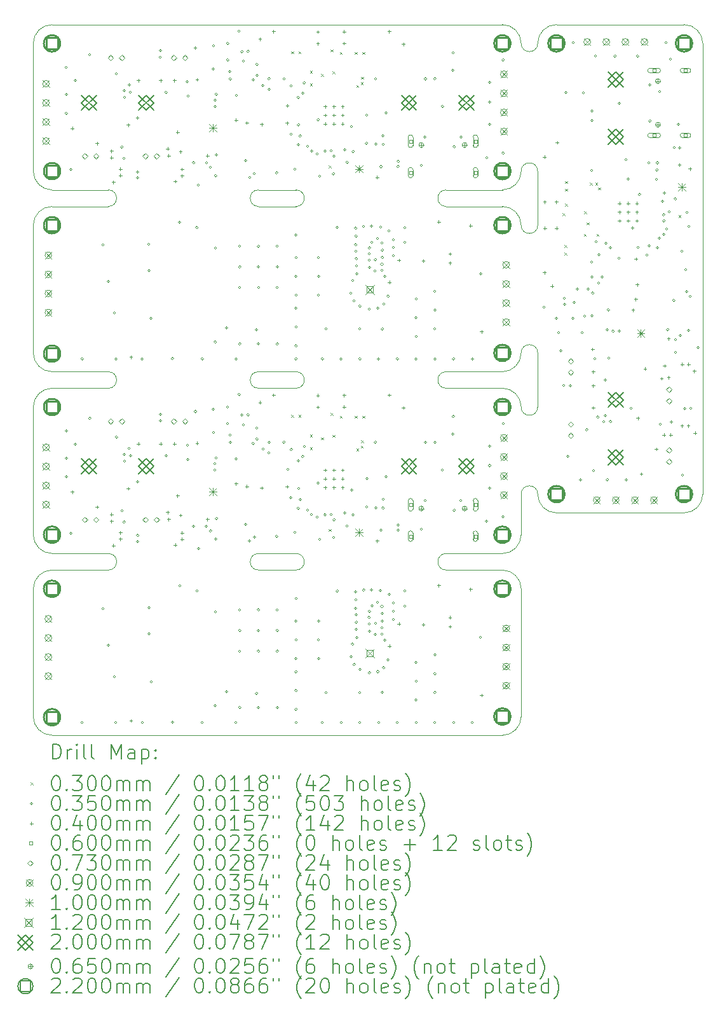
<source format=gbr>
%TF.GenerationSoftware,KiCad,Pcbnew,8.0.2*%
%TF.CreationDate,2024-05-13T13:54:04+09:00*%
%TF.ProjectId,ikafly_rev1a_p,696b6166-6c79-45f7-9265-7631615f702e,rev?*%
%TF.SameCoordinates,Original*%
%TF.FileFunction,Drillmap*%
%TF.FilePolarity,Positive*%
%FSLAX45Y45*%
G04 Gerber Fmt 4.5, Leading zero omitted, Abs format (unit mm)*
G04 Created by KiCad (PCBNEW 8.0.2) date 2024-05-13 13:54:04*
%MOMM*%
%LPD*%
G01*
G04 APERTURE LIST*
%ADD10C,0.050000*%
%ADD11C,0.100000*%
%ADD12C,0.200000*%
%ADD13C,0.120000*%
%ADD14C,0.220000*%
G04 APERTURE END LIST*
D10*
X14350000Y-6657500D02*
X14350000Y-5937500D01*
X14350000Y-9077500D02*
X14350000Y-8357500D01*
D11*
X14130000Y-8357500D02*
G75*
G02*
X14350000Y-8357500I110000J0D01*
G01*
X14350000Y-6657500D02*
G75*
G02*
X14130000Y-6657500I-110000J0D01*
G01*
X14130000Y-5937500D02*
G75*
G02*
X14350000Y-5937500I110000J0D01*
G01*
X14350000Y-9077500D02*
G75*
G02*
X14130000Y-9077500I-110000J0D01*
G01*
X14130000Y-10237000D02*
G75*
G02*
X14350000Y-10237000I110000J0D01*
G01*
X14350000Y-4237000D02*
G75*
G02*
X14130000Y-4237000I-110000J0D01*
G01*
X8630000Y-8607500D02*
G75*
G02*
X8630000Y-8827500I0J-110000D01*
G01*
X11130000Y-8607500D02*
X10630000Y-8607500D01*
X7880000Y-8827500D02*
X8630000Y-8827500D01*
X11130000Y-8827500D02*
X10630000Y-8827500D01*
X13130000Y-8827500D02*
X13880000Y-8827500D01*
X10630000Y-8827500D02*
G75*
G02*
X10630000Y-8607500I0J110000D01*
G01*
X13130000Y-8827500D02*
G75*
G02*
X13130000Y-8607500I0J110000D01*
G01*
X11130000Y-8607500D02*
G75*
G02*
X11130000Y-8827500I0J-110000D01*
G01*
X13130000Y-8607500D02*
X13880000Y-8607500D01*
X8630000Y-8607500D02*
X7880000Y-8607500D01*
X16550000Y-10237000D02*
X16550000Y-4237000D01*
X16550000Y-10237000D02*
G75*
G02*
X16300000Y-10487000I-250000J0D01*
G01*
X16300000Y-3987000D02*
X14600000Y-3987000D01*
X14600000Y-10487000D02*
G75*
G02*
X14350000Y-10237000I0J250000D01*
G01*
X14600000Y-10487000D02*
X16300000Y-10487000D01*
X16300000Y-3987000D02*
G75*
G02*
X16550000Y-4237000I0J-250000D01*
G01*
X14350000Y-4237000D02*
G75*
G02*
X14600000Y-3987000I250000J0D01*
G01*
X7880000Y-11027500D02*
G75*
G02*
X7630000Y-10777500I0J250000D01*
G01*
X14130000Y-13197500D02*
X14130000Y-11497500D01*
X10630000Y-11247500D02*
G75*
G02*
X10630000Y-11027500I0J110000D01*
G01*
X7630000Y-11497500D02*
G75*
G02*
X7880000Y-11247500I250000J0D01*
G01*
X7880000Y-11247500D02*
X8630000Y-11247500D01*
X11130000Y-11247500D02*
X10630000Y-11247500D01*
X13130000Y-11247500D02*
G75*
G02*
X13130000Y-11027500I0J110000D01*
G01*
X7880000Y-13447500D02*
X8170000Y-13447500D01*
X14130000Y-10777500D02*
X14130000Y-10237000D01*
X11130000Y-11027500D02*
X10630000Y-11027500D01*
X7880000Y-13447500D02*
G75*
G02*
X7630000Y-13197500I0J250000D01*
G01*
X13880000Y-13447500D02*
X8170000Y-13447500D01*
X8630000Y-11027500D02*
G75*
G02*
X8630000Y-11247500I0J-110000D01*
G01*
X7630000Y-9077500D02*
G75*
G02*
X7880000Y-8827500I250000J0D01*
G01*
X14130000Y-13197500D02*
G75*
G02*
X13880000Y-13447500I-250000J0D01*
G01*
X7630000Y-9077500D02*
X7630000Y-10777500D01*
X13880000Y-11247500D02*
G75*
G02*
X14130000Y-11497500I0J-250000D01*
G01*
X7630000Y-13197500D02*
X7630000Y-11497500D01*
X11130000Y-11027500D02*
G75*
G02*
X11130000Y-11247500I0J-110000D01*
G01*
X8630000Y-11027500D02*
X7880000Y-11027500D01*
X13130000Y-11027500D02*
X13880000Y-11027500D01*
X14130000Y-10777500D02*
G75*
G02*
X13880000Y-11027500I-250000J0D01*
G01*
X13880000Y-8827500D02*
G75*
G02*
X14130000Y-9077500I0J-250000D01*
G01*
X14130000Y-5937500D02*
G75*
G02*
X13880000Y-6187500I-250000J0D01*
G01*
X13130000Y-6187500D02*
X13880000Y-6187500D01*
X8630000Y-6187500D02*
X7880000Y-6187500D01*
X7630000Y-8357500D02*
X7630000Y-6657500D01*
X11130000Y-6187500D02*
G75*
G02*
X11130000Y-6407500I0J-110000D01*
G01*
X13880000Y-6407500D02*
G75*
G02*
X14130000Y-6657500I0J-250000D01*
G01*
X7630000Y-4237500D02*
X7630000Y-5937500D01*
X14130000Y-8357500D02*
G75*
G02*
X13880000Y-8607500I-250000J0D01*
G01*
X7630000Y-4237500D02*
G75*
G02*
X7880000Y-3987500I250000J0D01*
G01*
X13880000Y-3987500D02*
G75*
G02*
X14130000Y-4237500I0J-250000D01*
G01*
X13130000Y-6407500D02*
X13880000Y-6407500D01*
X8630000Y-6187500D02*
G75*
G02*
X8630000Y-6407500I0J-110000D01*
G01*
X7880000Y-8607500D02*
G75*
G02*
X7630000Y-8357500I0J250000D01*
G01*
X11130000Y-6187500D02*
X10630000Y-6187500D01*
X10630000Y-6407500D02*
G75*
G02*
X10630000Y-6187500I0J110000D01*
G01*
X7880000Y-6187500D02*
G75*
G02*
X7630000Y-5937500I0J250000D01*
G01*
X13130000Y-6407500D02*
G75*
G02*
X13130000Y-6187500I0J110000D01*
G01*
X11130000Y-6407500D02*
X10630000Y-6407500D01*
X7880000Y-6407500D02*
X8630000Y-6407500D01*
X7630000Y-6657500D02*
G75*
G02*
X7880000Y-6407500I250000J0D01*
G01*
X7880000Y-3987500D02*
X13880000Y-3987500D01*
X13130000Y-11247500D02*
X13880000Y-11247500D01*
D12*
D11*
X11065000Y-4342500D02*
X11095000Y-4372500D01*
X11095000Y-4342500D02*
X11065000Y-4372500D01*
X11065000Y-9182500D02*
X11095000Y-9212500D01*
X11095000Y-9182500D02*
X11065000Y-9212500D01*
X11165000Y-4342500D02*
X11195000Y-4372500D01*
X11195000Y-4342500D02*
X11165000Y-4372500D01*
X11165000Y-9182500D02*
X11195000Y-9212500D01*
X11195000Y-9182500D02*
X11165000Y-9212500D01*
X11315000Y-4602500D02*
X11345000Y-4632500D01*
X11345000Y-4602500D02*
X11315000Y-4632500D01*
X11315000Y-4771917D02*
X11345000Y-4801917D01*
X11345000Y-4771917D02*
X11315000Y-4801917D01*
X11315000Y-9442500D02*
X11345000Y-9472500D01*
X11345000Y-9442500D02*
X11315000Y-9472500D01*
X11315000Y-9611917D02*
X11345000Y-9641917D01*
X11345000Y-9611917D02*
X11315000Y-9641917D01*
X11465000Y-4642500D02*
X11495000Y-4672500D01*
X11495000Y-4642500D02*
X11465000Y-4672500D01*
X11465000Y-9482500D02*
X11495000Y-9512500D01*
X11495000Y-9482500D02*
X11465000Y-9512500D01*
X11565000Y-5862500D02*
X11595000Y-5892500D01*
X11595000Y-5862500D02*
X11565000Y-5892500D01*
X11565000Y-10702500D02*
X11595000Y-10732500D01*
X11595000Y-10702500D02*
X11565000Y-10732500D01*
X11590975Y-4316596D02*
X11620975Y-4346596D01*
X11620975Y-4316596D02*
X11590975Y-4346596D01*
X11590975Y-9156596D02*
X11620975Y-9186596D01*
X11620975Y-9156596D02*
X11590975Y-9186596D01*
X11615000Y-4608656D02*
X11645000Y-4638656D01*
X11645000Y-4608656D02*
X11615000Y-4638656D01*
X11615000Y-9448656D02*
X11645000Y-9478656D01*
X11645000Y-9448656D02*
X11615000Y-9478656D01*
X11715000Y-4352500D02*
X11745000Y-4382500D01*
X11745000Y-4352500D02*
X11715000Y-4382500D01*
X11715000Y-9192500D02*
X11745000Y-9222500D01*
X11745000Y-9192500D02*
X11715000Y-9222500D01*
X11915000Y-4352500D02*
X11945000Y-4382500D01*
X11945000Y-4352500D02*
X11915000Y-4382500D01*
X11915000Y-9192500D02*
X11945000Y-9222500D01*
X11945000Y-9192500D02*
X11915000Y-9222500D01*
X11932335Y-4792000D02*
X11962335Y-4822000D01*
X11962335Y-4792000D02*
X11932335Y-4822000D01*
X11932335Y-9632000D02*
X11962335Y-9662000D01*
X11962335Y-9632000D02*
X11932335Y-9662000D01*
X11995000Y-4753500D02*
X12025000Y-4783500D01*
X12025000Y-4753500D02*
X11995000Y-4783500D01*
X11995000Y-9593500D02*
X12025000Y-9623500D01*
X12025000Y-9593500D02*
X11995000Y-9623500D01*
X11997000Y-4682500D02*
X12027000Y-4712500D01*
X12027000Y-4682500D02*
X11997000Y-4712500D01*
X11997000Y-9522500D02*
X12027000Y-9552500D01*
X12027000Y-9522500D02*
X11997000Y-9552500D01*
X12015000Y-4352500D02*
X12045000Y-4382500D01*
X12045000Y-4352500D02*
X12015000Y-4382500D01*
X12015000Y-9192500D02*
X12045000Y-9222500D01*
X12045000Y-9192500D02*
X12015000Y-9222500D01*
X14679096Y-6496025D02*
X14709096Y-6526025D01*
X14709096Y-6496025D02*
X14679096Y-6526025D01*
X14705000Y-6922000D02*
X14735000Y-6952000D01*
X14735000Y-6922000D02*
X14705000Y-6952000D01*
X14705000Y-7022000D02*
X14735000Y-7052000D01*
X14735000Y-7022000D02*
X14705000Y-7052000D01*
X14715000Y-6072000D02*
X14745000Y-6102000D01*
X14745000Y-6072000D02*
X14715000Y-6102000D01*
X14715000Y-6172000D02*
X14745000Y-6202000D01*
X14745000Y-6172000D02*
X14715000Y-6202000D01*
X14715000Y-6372000D02*
X14745000Y-6402000D01*
X14745000Y-6372000D02*
X14715000Y-6402000D01*
X14965000Y-6772000D02*
X14995000Y-6802000D01*
X14995000Y-6772000D02*
X14965000Y-6802000D01*
X14971156Y-6472000D02*
X15001156Y-6502000D01*
X15001156Y-6472000D02*
X14971156Y-6502000D01*
X15005000Y-6622000D02*
X15035000Y-6652000D01*
X15035000Y-6622000D02*
X15005000Y-6652000D01*
X15045000Y-6090000D02*
X15075000Y-6120000D01*
X15075000Y-6090000D02*
X15045000Y-6120000D01*
X15116000Y-6092000D02*
X15146000Y-6122000D01*
X15146000Y-6092000D02*
X15116000Y-6122000D01*
X15134417Y-6772000D02*
X15164417Y-6802000D01*
X15164417Y-6772000D02*
X15134417Y-6802000D01*
X15154500Y-6154665D02*
X15184500Y-6184665D01*
X15184500Y-6154665D02*
X15154500Y-6184665D01*
X16225000Y-6522000D02*
X16255000Y-6552000D01*
X16255000Y-6522000D02*
X16225000Y-6552000D01*
X8087500Y-4557500D02*
G75*
G02*
X8052500Y-4557500I-17500J0D01*
G01*
X8052500Y-4557500D02*
G75*
G02*
X8087500Y-4557500I17500J0D01*
G01*
X8087500Y-4917500D02*
G75*
G02*
X8052500Y-4917500I-17500J0D01*
G01*
X8052500Y-4917500D02*
G75*
G02*
X8087500Y-4917500I17500J0D01*
G01*
X8087500Y-5167500D02*
G75*
G02*
X8052500Y-5167500I-17500J0D01*
G01*
X8052500Y-5167500D02*
G75*
G02*
X8087500Y-5167500I17500J0D01*
G01*
X8087500Y-9397500D02*
G75*
G02*
X8052500Y-9397500I-17500J0D01*
G01*
X8052500Y-9397500D02*
G75*
G02*
X8087500Y-9397500I17500J0D01*
G01*
X8087500Y-9757500D02*
G75*
G02*
X8052500Y-9757500I-17500J0D01*
G01*
X8052500Y-9757500D02*
G75*
G02*
X8087500Y-9757500I17500J0D01*
G01*
X8087500Y-10007500D02*
G75*
G02*
X8052500Y-10007500I-17500J0D01*
G01*
X8052500Y-10007500D02*
G75*
G02*
X8087500Y-10007500I17500J0D01*
G01*
X8147500Y-5917500D02*
G75*
G02*
X8112500Y-5917500I-17500J0D01*
G01*
X8112500Y-5917500D02*
G75*
G02*
X8147500Y-5917500I17500J0D01*
G01*
X8147500Y-10757500D02*
G75*
G02*
X8112500Y-10757500I-17500J0D01*
G01*
X8112500Y-10757500D02*
G75*
G02*
X8147500Y-10757500I17500J0D01*
G01*
X8207500Y-4732500D02*
G75*
G02*
X8172500Y-4732500I-17500J0D01*
G01*
X8172500Y-4732500D02*
G75*
G02*
X8207500Y-4732500I17500J0D01*
G01*
X8207500Y-9572500D02*
G75*
G02*
X8172500Y-9572500I-17500J0D01*
G01*
X8172500Y-9572500D02*
G75*
G02*
X8207500Y-9572500I17500J0D01*
G01*
X8297500Y-8437500D02*
G75*
G02*
X8262500Y-8437500I-17500J0D01*
G01*
X8262500Y-8437500D02*
G75*
G02*
X8297500Y-8437500I17500J0D01*
G01*
X8297500Y-13277500D02*
G75*
G02*
X8262500Y-13277500I-17500J0D01*
G01*
X8262500Y-13277500D02*
G75*
G02*
X8297500Y-13277500I17500J0D01*
G01*
X8399500Y-4387500D02*
G75*
G02*
X8364500Y-4387500I-17500J0D01*
G01*
X8364500Y-4387500D02*
G75*
G02*
X8399500Y-4387500I17500J0D01*
G01*
X8399500Y-9227500D02*
G75*
G02*
X8364500Y-9227500I-17500J0D01*
G01*
X8364500Y-9227500D02*
G75*
G02*
X8399500Y-9227500I17500J0D01*
G01*
X8576250Y-6919500D02*
G75*
G02*
X8541250Y-6919500I-17500J0D01*
G01*
X8541250Y-6919500D02*
G75*
G02*
X8576250Y-6919500I17500J0D01*
G01*
X8576250Y-11759500D02*
G75*
G02*
X8541250Y-11759500I-17500J0D01*
G01*
X8541250Y-11759500D02*
G75*
G02*
X8576250Y-11759500I17500J0D01*
G01*
X8647500Y-7407500D02*
G75*
G02*
X8612500Y-7407500I-17500J0D01*
G01*
X8612500Y-7407500D02*
G75*
G02*
X8647500Y-7407500I17500J0D01*
G01*
X8647500Y-12247500D02*
G75*
G02*
X8612500Y-12247500I-17500J0D01*
G01*
X8612500Y-12247500D02*
G75*
G02*
X8647500Y-12247500I17500J0D01*
G01*
X8727500Y-7827500D02*
G75*
G02*
X8692500Y-7827500I-17500J0D01*
G01*
X8692500Y-7827500D02*
G75*
G02*
X8727500Y-7827500I17500J0D01*
G01*
X8727500Y-12667500D02*
G75*
G02*
X8692500Y-12667500I-17500J0D01*
G01*
X8692500Y-12667500D02*
G75*
G02*
X8727500Y-12667500I17500J0D01*
G01*
X8747500Y-8437500D02*
G75*
G02*
X8712500Y-8437500I-17500J0D01*
G01*
X8712500Y-8437500D02*
G75*
G02*
X8747500Y-8437500I17500J0D01*
G01*
X8747500Y-13277500D02*
G75*
G02*
X8712500Y-13277500I-17500J0D01*
G01*
X8712500Y-13277500D02*
G75*
G02*
X8747500Y-13277500I17500J0D01*
G01*
X8754500Y-4639500D02*
G75*
G02*
X8719500Y-4639500I-17500J0D01*
G01*
X8719500Y-4639500D02*
G75*
G02*
X8754500Y-4639500I17500J0D01*
G01*
X8754500Y-9479500D02*
G75*
G02*
X8719500Y-9479500I-17500J0D01*
G01*
X8719500Y-9479500D02*
G75*
G02*
X8754500Y-9479500I17500J0D01*
G01*
X8827500Y-5617500D02*
G75*
G02*
X8792500Y-5617500I-17500J0D01*
G01*
X8792500Y-5617500D02*
G75*
G02*
X8827500Y-5617500I17500J0D01*
G01*
X8827500Y-10457500D02*
G75*
G02*
X8792500Y-10457500I-17500J0D01*
G01*
X8792500Y-10457500D02*
G75*
G02*
X8827500Y-10457500I17500J0D01*
G01*
X8857500Y-5768500D02*
G75*
G02*
X8822500Y-5768500I-17500J0D01*
G01*
X8822500Y-5768500D02*
G75*
G02*
X8857500Y-5768500I17500J0D01*
G01*
X8857500Y-10608500D02*
G75*
G02*
X8822500Y-10608500I-17500J0D01*
G01*
X8822500Y-10608500D02*
G75*
G02*
X8857500Y-10608500I17500J0D01*
G01*
X8860689Y-4867500D02*
G75*
G02*
X8825689Y-4867500I-17500J0D01*
G01*
X8825689Y-4867500D02*
G75*
G02*
X8860689Y-4867500I17500J0D01*
G01*
X8860689Y-9707500D02*
G75*
G02*
X8825689Y-9707500I-17500J0D01*
G01*
X8825689Y-9707500D02*
G75*
G02*
X8860689Y-9707500I17500J0D01*
G01*
X8862500Y-4957500D02*
G75*
G02*
X8827500Y-4957500I-17500J0D01*
G01*
X8827500Y-4957500D02*
G75*
G02*
X8862500Y-4957500I17500J0D01*
G01*
X8862500Y-9797500D02*
G75*
G02*
X8827500Y-9797500I-17500J0D01*
G01*
X8827500Y-9797500D02*
G75*
G02*
X8862500Y-9797500I17500J0D01*
G01*
X8923750Y-4789890D02*
G75*
G02*
X8888750Y-4789890I-17500J0D01*
G01*
X8888750Y-4789890D02*
G75*
G02*
X8923750Y-4789890I17500J0D01*
G01*
X8923750Y-9629890D02*
G75*
G02*
X8888750Y-9629890I-17500J0D01*
G01*
X8888750Y-9629890D02*
G75*
G02*
X8923750Y-9629890I17500J0D01*
G01*
X8942500Y-4887500D02*
G75*
G02*
X8907500Y-4887500I-17500J0D01*
G01*
X8907500Y-4887500D02*
G75*
G02*
X8942500Y-4887500I17500J0D01*
G01*
X8942500Y-9727500D02*
G75*
G02*
X8907500Y-9727500I-17500J0D01*
G01*
X8907500Y-9727500D02*
G75*
G02*
X8942500Y-9727500I17500J0D01*
G01*
X9037500Y-5232500D02*
G75*
G02*
X9002500Y-5232500I-17500J0D01*
G01*
X9002500Y-5232500D02*
G75*
G02*
X9037500Y-5232500I17500J0D01*
G01*
X9037500Y-5947500D02*
G75*
G02*
X9002500Y-5947500I-17500J0D01*
G01*
X9002500Y-5947500D02*
G75*
G02*
X9037500Y-5947500I17500J0D01*
G01*
X9037500Y-6027450D02*
G75*
G02*
X9002500Y-6027450I-17500J0D01*
G01*
X9002500Y-6027450D02*
G75*
G02*
X9037500Y-6027450I17500J0D01*
G01*
X9037500Y-10072500D02*
G75*
G02*
X9002500Y-10072500I-17500J0D01*
G01*
X9002500Y-10072500D02*
G75*
G02*
X9037500Y-10072500I17500J0D01*
G01*
X9037500Y-10787500D02*
G75*
G02*
X9002500Y-10787500I-17500J0D01*
G01*
X9002500Y-10787500D02*
G75*
G02*
X9037500Y-10787500I17500J0D01*
G01*
X9037500Y-10867450D02*
G75*
G02*
X9002500Y-10867450I-17500J0D01*
G01*
X9002500Y-10867450D02*
G75*
G02*
X9037500Y-10867450I17500J0D01*
G01*
X9097500Y-8437500D02*
G75*
G02*
X9062500Y-8437500I-17500J0D01*
G01*
X9062500Y-8437500D02*
G75*
G02*
X9097500Y-8437500I17500J0D01*
G01*
X9097500Y-13277500D02*
G75*
G02*
X9062500Y-13277500I-17500J0D01*
G01*
X9062500Y-13277500D02*
G75*
G02*
X9097500Y-13277500I17500J0D01*
G01*
X9186250Y-6909500D02*
G75*
G02*
X9151250Y-6909500I-17500J0D01*
G01*
X9151250Y-6909500D02*
G75*
G02*
X9186250Y-6909500I17500J0D01*
G01*
X9186250Y-11749500D02*
G75*
G02*
X9151250Y-11749500I-17500J0D01*
G01*
X9151250Y-11749500D02*
G75*
G02*
X9186250Y-11749500I17500J0D01*
G01*
X9188750Y-7259500D02*
G75*
G02*
X9153750Y-7259500I-17500J0D01*
G01*
X9153750Y-7259500D02*
G75*
G02*
X9188750Y-7259500I17500J0D01*
G01*
X9188750Y-12099500D02*
G75*
G02*
X9153750Y-12099500I-17500J0D01*
G01*
X9153750Y-12099500D02*
G75*
G02*
X9188750Y-12099500I17500J0D01*
G01*
X9217500Y-7897500D02*
G75*
G02*
X9182500Y-7897500I-17500J0D01*
G01*
X9182500Y-7897500D02*
G75*
G02*
X9217500Y-7897500I17500J0D01*
G01*
X9217500Y-12737500D02*
G75*
G02*
X9182500Y-12737500I-17500J0D01*
G01*
X9182500Y-12737500D02*
G75*
G02*
X9217500Y-12737500I17500J0D01*
G01*
X9339500Y-4421500D02*
G75*
G02*
X9304500Y-4421500I-17500J0D01*
G01*
X9304500Y-4421500D02*
G75*
G02*
X9339500Y-4421500I17500J0D01*
G01*
X9339500Y-9261500D02*
G75*
G02*
X9304500Y-9261500I-17500J0D01*
G01*
X9304500Y-9261500D02*
G75*
G02*
X9339500Y-9261500I17500J0D01*
G01*
X9341500Y-4334500D02*
G75*
G02*
X9306500Y-4334500I-17500J0D01*
G01*
X9306500Y-4334500D02*
G75*
G02*
X9341500Y-4334500I17500J0D01*
G01*
X9341500Y-9174500D02*
G75*
G02*
X9306500Y-9174500I-17500J0D01*
G01*
X9306500Y-9174500D02*
G75*
G02*
X9341500Y-9174500I17500J0D01*
G01*
X9417500Y-4887500D02*
G75*
G02*
X9382500Y-4887500I-17500J0D01*
G01*
X9382500Y-4887500D02*
G75*
G02*
X9417500Y-4887500I17500J0D01*
G01*
X9417500Y-9727500D02*
G75*
G02*
X9382500Y-9727500I-17500J0D01*
G01*
X9382500Y-9727500D02*
G75*
G02*
X9417500Y-9727500I17500J0D01*
G01*
X9501238Y-8433663D02*
G75*
G02*
X9466238Y-8433663I-17500J0D01*
G01*
X9466238Y-8433663D02*
G75*
G02*
X9501238Y-8433663I17500J0D01*
G01*
X9501238Y-13273663D02*
G75*
G02*
X9466238Y-13273663I-17500J0D01*
G01*
X9466238Y-13273663D02*
G75*
G02*
X9501238Y-13273663I17500J0D01*
G01*
X9597500Y-6617500D02*
G75*
G02*
X9562500Y-6617500I-17500J0D01*
G01*
X9562500Y-6617500D02*
G75*
G02*
X9597500Y-6617500I17500J0D01*
G01*
X9597500Y-11457500D02*
G75*
G02*
X9562500Y-11457500I-17500J0D01*
G01*
X9562500Y-11457500D02*
G75*
G02*
X9597500Y-11457500I17500J0D01*
G01*
X9698512Y-4746488D02*
G75*
G02*
X9663512Y-4746488I-17500J0D01*
G01*
X9663512Y-4746488D02*
G75*
G02*
X9698512Y-4746488I17500J0D01*
G01*
X9698512Y-9586488D02*
G75*
G02*
X9663512Y-9586488I-17500J0D01*
G01*
X9663512Y-9586488D02*
G75*
G02*
X9698512Y-9586488I17500J0D01*
G01*
X9707500Y-4937500D02*
G75*
G02*
X9672500Y-4937500I-17500J0D01*
G01*
X9672500Y-4937500D02*
G75*
G02*
X9707500Y-4937500I17500J0D01*
G01*
X9707500Y-9777500D02*
G75*
G02*
X9672500Y-9777500I-17500J0D01*
G01*
X9672500Y-9777500D02*
G75*
G02*
X9707500Y-9777500I17500J0D01*
G01*
X9784587Y-5824587D02*
G75*
G02*
X9749587Y-5824587I-17500J0D01*
G01*
X9749587Y-5824587D02*
G75*
G02*
X9784587Y-5824587I17500J0D01*
G01*
X9784587Y-10664587D02*
G75*
G02*
X9749587Y-10664587I-17500J0D01*
G01*
X9749587Y-10664587D02*
G75*
G02*
X9784587Y-10664587I17500J0D01*
G01*
X9807500Y-4297500D02*
G75*
G02*
X9772500Y-4297500I-17500J0D01*
G01*
X9772500Y-4297500D02*
G75*
G02*
X9807500Y-4297500I17500J0D01*
G01*
X9807500Y-9137500D02*
G75*
G02*
X9772500Y-9137500I-17500J0D01*
G01*
X9772500Y-9137500D02*
G75*
G02*
X9807500Y-9137500I17500J0D01*
G01*
X9827500Y-6687500D02*
G75*
G02*
X9792500Y-6687500I-17500J0D01*
G01*
X9792500Y-6687500D02*
G75*
G02*
X9827500Y-6687500I17500J0D01*
G01*
X9827500Y-11527500D02*
G75*
G02*
X9792500Y-11527500I-17500J0D01*
G01*
X9792500Y-11527500D02*
G75*
G02*
X9827500Y-11527500I17500J0D01*
G01*
X9847500Y-6122500D02*
G75*
G02*
X9812500Y-6122500I-17500J0D01*
G01*
X9812500Y-6122500D02*
G75*
G02*
X9847500Y-6122500I17500J0D01*
G01*
X9847500Y-10962500D02*
G75*
G02*
X9812500Y-10962500I-17500J0D01*
G01*
X9812500Y-10962500D02*
G75*
G02*
X9847500Y-10962500I17500J0D01*
G01*
X9897500Y-8437500D02*
G75*
G02*
X9862500Y-8437500I-17500J0D01*
G01*
X9862500Y-8437500D02*
G75*
G02*
X9897500Y-8437500I17500J0D01*
G01*
X9897500Y-13277500D02*
G75*
G02*
X9862500Y-13277500I-17500J0D01*
G01*
X9862500Y-13277500D02*
G75*
G02*
X9897500Y-13277500I17500J0D01*
G01*
X9954779Y-5825929D02*
G75*
G02*
X9919779Y-5825929I-17500J0D01*
G01*
X9919779Y-5825929D02*
G75*
G02*
X9954779Y-5825929I17500J0D01*
G01*
X9954779Y-10665929D02*
G75*
G02*
X9919779Y-10665929I-17500J0D01*
G01*
X9919779Y-10665929D02*
G75*
G02*
X9954779Y-10665929I17500J0D01*
G01*
X10007500Y-5886100D02*
G75*
G02*
X9972500Y-5886100I-17500J0D01*
G01*
X9972500Y-5886100D02*
G75*
G02*
X10007500Y-5886100I17500J0D01*
G01*
X10007500Y-10726100D02*
G75*
G02*
X9972500Y-10726100I-17500J0D01*
G01*
X9972500Y-10726100D02*
G75*
G02*
X10007500Y-10726100I17500J0D01*
G01*
X10047500Y-4267500D02*
G75*
G02*
X10012500Y-4267500I-17500J0D01*
G01*
X10012500Y-4267500D02*
G75*
G02*
X10047500Y-4267500I17500J0D01*
G01*
X10047500Y-4577500D02*
G75*
G02*
X10012500Y-4577500I-17500J0D01*
G01*
X10012500Y-4577500D02*
G75*
G02*
X10047500Y-4577500I17500J0D01*
G01*
X10047500Y-9107500D02*
G75*
G02*
X10012500Y-9107500I-17500J0D01*
G01*
X10012500Y-9107500D02*
G75*
G02*
X10047500Y-9107500I17500J0D01*
G01*
X10047500Y-9417500D02*
G75*
G02*
X10012500Y-9417500I-17500J0D01*
G01*
X10012500Y-9417500D02*
G75*
G02*
X10047500Y-9417500I17500J0D01*
G01*
X10067500Y-4993406D02*
G75*
G02*
X10032500Y-4993406I-17500J0D01*
G01*
X10032500Y-4993406D02*
G75*
G02*
X10067500Y-4993406I17500J0D01*
G01*
X10067500Y-5077500D02*
G75*
G02*
X10032500Y-5077500I-17500J0D01*
G01*
X10032500Y-5077500D02*
G75*
G02*
X10067500Y-5077500I17500J0D01*
G01*
X10067500Y-9833406D02*
G75*
G02*
X10032500Y-9833406I-17500J0D01*
G01*
X10032500Y-9833406D02*
G75*
G02*
X10067500Y-9833406I17500J0D01*
G01*
X10067500Y-9917500D02*
G75*
G02*
X10032500Y-9917500I-17500J0D01*
G01*
X10032500Y-9917500D02*
G75*
G02*
X10067500Y-9917500I17500J0D01*
G01*
X10072500Y-6962500D02*
G75*
G02*
X10037500Y-6962500I-17500J0D01*
G01*
X10037500Y-6962500D02*
G75*
G02*
X10072500Y-6962500I17500J0D01*
G01*
X10072500Y-8212500D02*
G75*
G02*
X10037500Y-8212500I-17500J0D01*
G01*
X10037500Y-8212500D02*
G75*
G02*
X10072500Y-8212500I17500J0D01*
G01*
X10072500Y-11802500D02*
G75*
G02*
X10037500Y-11802500I-17500J0D01*
G01*
X10037500Y-11802500D02*
G75*
G02*
X10072500Y-11802500I17500J0D01*
G01*
X10072500Y-13052500D02*
G75*
G02*
X10037500Y-13052500I-17500J0D01*
G01*
X10037500Y-13052500D02*
G75*
G02*
X10072500Y-13052500I17500J0D01*
G01*
X10077500Y-5997500D02*
G75*
G02*
X10042500Y-5997500I-17500J0D01*
G01*
X10042500Y-5997500D02*
G75*
G02*
X10077500Y-5997500I17500J0D01*
G01*
X10077500Y-10837500D02*
G75*
G02*
X10042500Y-10837500I-17500J0D01*
G01*
X10042500Y-10837500D02*
G75*
G02*
X10077500Y-10837500I17500J0D01*
G01*
X10084528Y-4915239D02*
G75*
G02*
X10049528Y-4915239I-17500J0D01*
G01*
X10049528Y-4915239D02*
G75*
G02*
X10084528Y-4915239I17500J0D01*
G01*
X10084528Y-9755239D02*
G75*
G02*
X10049528Y-9755239I-17500J0D01*
G01*
X10049528Y-9755239D02*
G75*
G02*
X10084528Y-9755239I17500J0D01*
G01*
X10087500Y-5720500D02*
G75*
G02*
X10052500Y-5720500I-17500J0D01*
G01*
X10052500Y-5720500D02*
G75*
G02*
X10087500Y-5720500I17500J0D01*
G01*
X10087500Y-10560500D02*
G75*
G02*
X10052500Y-10560500I-17500J0D01*
G01*
X10052500Y-10560500D02*
G75*
G02*
X10087500Y-10560500I17500J0D01*
G01*
X10222500Y-8025000D02*
G75*
G02*
X10187500Y-8025000I-17500J0D01*
G01*
X10187500Y-8025000D02*
G75*
G02*
X10222500Y-8025000I17500J0D01*
G01*
X10222500Y-12865000D02*
G75*
G02*
X10187500Y-12865000I-17500J0D01*
G01*
X10187500Y-12865000D02*
G75*
G02*
X10222500Y-12865000I17500J0D01*
G01*
X10237500Y-4237500D02*
G75*
G02*
X10202500Y-4237500I-17500J0D01*
G01*
X10202500Y-4237500D02*
G75*
G02*
X10237500Y-4237500I17500J0D01*
G01*
X10237500Y-4457500D02*
G75*
G02*
X10202500Y-4457500I-17500J0D01*
G01*
X10202500Y-4457500D02*
G75*
G02*
X10237500Y-4457500I17500J0D01*
G01*
X10237500Y-9077500D02*
G75*
G02*
X10202500Y-9077500I-17500J0D01*
G01*
X10202500Y-9077500D02*
G75*
G02*
X10237500Y-9077500I17500J0D01*
G01*
X10237500Y-9297500D02*
G75*
G02*
X10202500Y-9297500I-17500J0D01*
G01*
X10202500Y-9297500D02*
G75*
G02*
X10237500Y-9297500I17500J0D01*
G01*
X10267500Y-4612500D02*
G75*
G02*
X10232500Y-4612500I-17500J0D01*
G01*
X10232500Y-4612500D02*
G75*
G02*
X10267500Y-4612500I17500J0D01*
G01*
X10267500Y-9452500D02*
G75*
G02*
X10232500Y-9452500I-17500J0D01*
G01*
X10232500Y-9452500D02*
G75*
G02*
X10267500Y-9452500I17500J0D01*
G01*
X10272500Y-4710500D02*
G75*
G02*
X10237500Y-4710500I-17500J0D01*
G01*
X10237500Y-4710500D02*
G75*
G02*
X10272500Y-4710500I17500J0D01*
G01*
X10272500Y-9550500D02*
G75*
G02*
X10237500Y-9550500I-17500J0D01*
G01*
X10237500Y-9550500D02*
G75*
G02*
X10272500Y-9550500I17500J0D01*
G01*
X10347500Y-8437500D02*
G75*
G02*
X10312500Y-8437500I-17500J0D01*
G01*
X10312500Y-8437500D02*
G75*
G02*
X10347500Y-8437500I17500J0D01*
G01*
X10347500Y-13277500D02*
G75*
G02*
X10312500Y-13277500I-17500J0D01*
G01*
X10312500Y-13277500D02*
G75*
G02*
X10347500Y-13277500I17500J0D01*
G01*
X10350594Y-4929406D02*
G75*
G02*
X10315594Y-4929406I-17500J0D01*
G01*
X10315594Y-4929406D02*
G75*
G02*
X10350594Y-4929406I17500J0D01*
G01*
X10350594Y-9769406D02*
G75*
G02*
X10315594Y-9769406I-17500J0D01*
G01*
X10315594Y-9769406D02*
G75*
G02*
X10350594Y-9769406I17500J0D01*
G01*
X10387500Y-4072500D02*
G75*
G02*
X10352500Y-4072500I-17500J0D01*
G01*
X10352500Y-4072500D02*
G75*
G02*
X10387500Y-4072500I17500J0D01*
G01*
X10387500Y-8912500D02*
G75*
G02*
X10352500Y-8912500I-17500J0D01*
G01*
X10352500Y-8912500D02*
G75*
G02*
X10387500Y-8912500I17500J0D01*
G01*
X10397500Y-6937500D02*
G75*
G02*
X10362500Y-6937500I-17500J0D01*
G01*
X10362500Y-6937500D02*
G75*
G02*
X10397500Y-6937500I17500J0D01*
G01*
X10397500Y-7212500D02*
G75*
G02*
X10362500Y-7212500I-17500J0D01*
G01*
X10362500Y-7212500D02*
G75*
G02*
X10397500Y-7212500I17500J0D01*
G01*
X10397500Y-7487500D02*
G75*
G02*
X10362500Y-7487500I-17500J0D01*
G01*
X10362500Y-7487500D02*
G75*
G02*
X10397500Y-7487500I17500J0D01*
G01*
X10397500Y-8237500D02*
G75*
G02*
X10362500Y-8237500I-17500J0D01*
G01*
X10362500Y-8237500D02*
G75*
G02*
X10397500Y-8237500I17500J0D01*
G01*
X10397500Y-11777500D02*
G75*
G02*
X10362500Y-11777500I-17500J0D01*
G01*
X10362500Y-11777500D02*
G75*
G02*
X10397500Y-11777500I17500J0D01*
G01*
X10397500Y-12052500D02*
G75*
G02*
X10362500Y-12052500I-17500J0D01*
G01*
X10362500Y-12052500D02*
G75*
G02*
X10397500Y-12052500I17500J0D01*
G01*
X10397500Y-12327500D02*
G75*
G02*
X10362500Y-12327500I-17500J0D01*
G01*
X10362500Y-12327500D02*
G75*
G02*
X10397500Y-12327500I17500J0D01*
G01*
X10397500Y-13077500D02*
G75*
G02*
X10362500Y-13077500I-17500J0D01*
G01*
X10362500Y-13077500D02*
G75*
G02*
X10397500Y-13077500I17500J0D01*
G01*
X10426325Y-4346428D02*
G75*
G02*
X10391325Y-4346428I-17500J0D01*
G01*
X10391325Y-4346428D02*
G75*
G02*
X10426325Y-4346428I17500J0D01*
G01*
X10426325Y-9186428D02*
G75*
G02*
X10391325Y-9186428I-17500J0D01*
G01*
X10391325Y-9186428D02*
G75*
G02*
X10426325Y-9186428I17500J0D01*
G01*
X10447500Y-4472500D02*
G75*
G02*
X10412500Y-4472500I-17500J0D01*
G01*
X10412500Y-4472500D02*
G75*
G02*
X10447500Y-4472500I17500J0D01*
G01*
X10447500Y-9312500D02*
G75*
G02*
X10412500Y-9312500I-17500J0D01*
G01*
X10412500Y-9312500D02*
G75*
G02*
X10447500Y-9312500I17500J0D01*
G01*
X10476550Y-5800450D02*
G75*
G02*
X10441550Y-5800450I-17500J0D01*
G01*
X10441550Y-5800450D02*
G75*
G02*
X10476550Y-5800450I17500J0D01*
G01*
X10476550Y-10640450D02*
G75*
G02*
X10441550Y-10640450I-17500J0D01*
G01*
X10441550Y-10640450D02*
G75*
G02*
X10476550Y-10640450I17500J0D01*
G01*
X10507500Y-4342500D02*
G75*
G02*
X10472500Y-4342500I-17500J0D01*
G01*
X10472500Y-4342500D02*
G75*
G02*
X10507500Y-4342500I17500J0D01*
G01*
X10507500Y-9182500D02*
G75*
G02*
X10472500Y-9182500I-17500J0D01*
G01*
X10472500Y-9182500D02*
G75*
G02*
X10507500Y-9182500I17500J0D01*
G01*
X10529653Y-6020000D02*
G75*
G02*
X10494653Y-6020000I-17500J0D01*
G01*
X10494653Y-6020000D02*
G75*
G02*
X10529653Y-6020000I17500J0D01*
G01*
X10529653Y-10860000D02*
G75*
G02*
X10494653Y-10860000I-17500J0D01*
G01*
X10494653Y-10860000D02*
G75*
G02*
X10529653Y-10860000I17500J0D01*
G01*
X10575272Y-4723033D02*
G75*
G02*
X10540272Y-4723033I-17500J0D01*
G01*
X10540272Y-4723033D02*
G75*
G02*
X10575272Y-4723033I17500J0D01*
G01*
X10575272Y-9563033D02*
G75*
G02*
X10540272Y-9563033I-17500J0D01*
G01*
X10540272Y-9563033D02*
G75*
G02*
X10575272Y-9563033I17500J0D01*
G01*
X10592500Y-5970500D02*
G75*
G02*
X10557500Y-5970500I-17500J0D01*
G01*
X10557500Y-5970500D02*
G75*
G02*
X10592500Y-5970500I17500J0D01*
G01*
X10592500Y-10810500D02*
G75*
G02*
X10557500Y-10810500I-17500J0D01*
G01*
X10557500Y-10810500D02*
G75*
G02*
X10592500Y-10810500I17500J0D01*
G01*
X10622500Y-8050000D02*
G75*
G02*
X10587500Y-8050000I-17500J0D01*
G01*
X10587500Y-8050000D02*
G75*
G02*
X10622500Y-8050000I17500J0D01*
G01*
X10622500Y-12890000D02*
G75*
G02*
X10587500Y-12890000I-17500J0D01*
G01*
X10587500Y-12890000D02*
G75*
G02*
X10622500Y-12890000I17500J0D01*
G01*
X10625950Y-4517500D02*
G75*
G02*
X10590950Y-4517500I-17500J0D01*
G01*
X10590950Y-4517500D02*
G75*
G02*
X10625950Y-4517500I17500J0D01*
G01*
X10625950Y-9357500D02*
G75*
G02*
X10590950Y-9357500I-17500J0D01*
G01*
X10590950Y-9357500D02*
G75*
G02*
X10625950Y-9357500I17500J0D01*
G01*
X10627500Y-4662500D02*
G75*
G02*
X10592500Y-4662500I-17500J0D01*
G01*
X10592500Y-4662500D02*
G75*
G02*
X10627500Y-4662500I17500J0D01*
G01*
X10627500Y-9502500D02*
G75*
G02*
X10592500Y-9502500I-17500J0D01*
G01*
X10592500Y-9502500D02*
G75*
G02*
X10627500Y-9502500I17500J0D01*
G01*
X10647500Y-6937500D02*
G75*
G02*
X10612500Y-6937500I-17500J0D01*
G01*
X10612500Y-6937500D02*
G75*
G02*
X10647500Y-6937500I17500J0D01*
G01*
X10647500Y-7212500D02*
G75*
G02*
X10612500Y-7212500I-17500J0D01*
G01*
X10612500Y-7212500D02*
G75*
G02*
X10647500Y-7212500I17500J0D01*
G01*
X10647500Y-7487500D02*
G75*
G02*
X10612500Y-7487500I-17500J0D01*
G01*
X10612500Y-7487500D02*
G75*
G02*
X10647500Y-7487500I17500J0D01*
G01*
X10647500Y-8237500D02*
G75*
G02*
X10612500Y-8237500I-17500J0D01*
G01*
X10612500Y-8237500D02*
G75*
G02*
X10647500Y-8237500I17500J0D01*
G01*
X10647500Y-11777500D02*
G75*
G02*
X10612500Y-11777500I-17500J0D01*
G01*
X10612500Y-11777500D02*
G75*
G02*
X10647500Y-11777500I17500J0D01*
G01*
X10647500Y-12052500D02*
G75*
G02*
X10612500Y-12052500I-17500J0D01*
G01*
X10612500Y-12052500D02*
G75*
G02*
X10647500Y-12052500I17500J0D01*
G01*
X10647500Y-12327500D02*
G75*
G02*
X10612500Y-12327500I-17500J0D01*
G01*
X10612500Y-12327500D02*
G75*
G02*
X10647500Y-12327500I17500J0D01*
G01*
X10647500Y-13077500D02*
G75*
G02*
X10612500Y-13077500I-17500J0D01*
G01*
X10612500Y-13077500D02*
G75*
G02*
X10647500Y-13077500I17500J0D01*
G01*
X10707500Y-4797500D02*
G75*
G02*
X10672500Y-4797500I-17500J0D01*
G01*
X10672500Y-4797500D02*
G75*
G02*
X10707500Y-4797500I17500J0D01*
G01*
X10707500Y-9637500D02*
G75*
G02*
X10672500Y-9637500I-17500J0D01*
G01*
X10672500Y-9637500D02*
G75*
G02*
X10707500Y-9637500I17500J0D01*
G01*
X10787500Y-4707500D02*
G75*
G02*
X10752500Y-4707500I-17500J0D01*
G01*
X10752500Y-4707500D02*
G75*
G02*
X10787500Y-4707500I17500J0D01*
G01*
X10787500Y-4847500D02*
G75*
G02*
X10752500Y-4847500I-17500J0D01*
G01*
X10752500Y-4847500D02*
G75*
G02*
X10787500Y-4847500I17500J0D01*
G01*
X10787500Y-9547500D02*
G75*
G02*
X10752500Y-9547500I-17500J0D01*
G01*
X10752500Y-9547500D02*
G75*
G02*
X10787500Y-9547500I17500J0D01*
G01*
X10787500Y-9687500D02*
G75*
G02*
X10752500Y-9687500I-17500J0D01*
G01*
X10752500Y-9687500D02*
G75*
G02*
X10787500Y-9687500I17500J0D01*
G01*
X10888500Y-5959500D02*
G75*
G02*
X10853500Y-5959500I-17500J0D01*
G01*
X10853500Y-5959500D02*
G75*
G02*
X10888500Y-5959500I17500J0D01*
G01*
X10888500Y-10799500D02*
G75*
G02*
X10853500Y-10799500I-17500J0D01*
G01*
X10853500Y-10799500D02*
G75*
G02*
X10888500Y-10799500I17500J0D01*
G01*
X10897500Y-6937500D02*
G75*
G02*
X10862500Y-6937500I-17500J0D01*
G01*
X10862500Y-6937500D02*
G75*
G02*
X10897500Y-6937500I17500J0D01*
G01*
X10897500Y-7212500D02*
G75*
G02*
X10862500Y-7212500I-17500J0D01*
G01*
X10862500Y-7212500D02*
G75*
G02*
X10897500Y-7212500I17500J0D01*
G01*
X10897500Y-7487500D02*
G75*
G02*
X10862500Y-7487500I-17500J0D01*
G01*
X10862500Y-7487500D02*
G75*
G02*
X10897500Y-7487500I17500J0D01*
G01*
X10897500Y-8237500D02*
G75*
G02*
X10862500Y-8237500I-17500J0D01*
G01*
X10862500Y-8237500D02*
G75*
G02*
X10897500Y-8237500I17500J0D01*
G01*
X10897500Y-11777500D02*
G75*
G02*
X10862500Y-11777500I-17500J0D01*
G01*
X10862500Y-11777500D02*
G75*
G02*
X10897500Y-11777500I17500J0D01*
G01*
X10897500Y-12052500D02*
G75*
G02*
X10862500Y-12052500I-17500J0D01*
G01*
X10862500Y-12052500D02*
G75*
G02*
X10897500Y-12052500I17500J0D01*
G01*
X10897500Y-12327500D02*
G75*
G02*
X10862500Y-12327500I-17500J0D01*
G01*
X10862500Y-12327500D02*
G75*
G02*
X10897500Y-12327500I17500J0D01*
G01*
X10897500Y-13077500D02*
G75*
G02*
X10862500Y-13077500I-17500J0D01*
G01*
X10862500Y-13077500D02*
G75*
G02*
X10897500Y-13077500I17500J0D01*
G01*
X10987500Y-4707500D02*
G75*
G02*
X10952500Y-4707500I-17500J0D01*
G01*
X10952500Y-4707500D02*
G75*
G02*
X10987500Y-4707500I17500J0D01*
G01*
X10987500Y-9547500D02*
G75*
G02*
X10952500Y-9547500I-17500J0D01*
G01*
X10952500Y-9547500D02*
G75*
G02*
X10987500Y-9547500I17500J0D01*
G01*
X11037500Y-5069500D02*
G75*
G02*
X11002500Y-5069500I-17500J0D01*
G01*
X11002500Y-5069500D02*
G75*
G02*
X11037500Y-5069500I17500J0D01*
G01*
X11037500Y-9909500D02*
G75*
G02*
X11002500Y-9909500I-17500J0D01*
G01*
X11002500Y-9909500D02*
G75*
G02*
X11037500Y-9909500I17500J0D01*
G01*
X11079500Y-5445500D02*
G75*
G02*
X11044500Y-5445500I-17500J0D01*
G01*
X11044500Y-5445500D02*
G75*
G02*
X11079500Y-5445500I17500J0D01*
G01*
X11079500Y-10285500D02*
G75*
G02*
X11044500Y-10285500I-17500J0D01*
G01*
X11044500Y-10285500D02*
G75*
G02*
X11079500Y-10285500I17500J0D01*
G01*
X11083512Y-4803512D02*
G75*
G02*
X11048512Y-4803512I-17500J0D01*
G01*
X11048512Y-4803512D02*
G75*
G02*
X11083512Y-4803512I17500J0D01*
G01*
X11083512Y-9643512D02*
G75*
G02*
X11048512Y-9643512I-17500J0D01*
G01*
X11048512Y-9643512D02*
G75*
G02*
X11083512Y-9643512I17500J0D01*
G01*
X11132563Y-5908711D02*
G75*
G02*
X11097563Y-5908711I-17500J0D01*
G01*
X11097563Y-5908711D02*
G75*
G02*
X11132563Y-5908711I17500J0D01*
G01*
X11132563Y-10748711D02*
G75*
G02*
X11097563Y-10748711I-17500J0D01*
G01*
X11097563Y-10748711D02*
G75*
G02*
X11132563Y-10748711I17500J0D01*
G01*
X11147500Y-6787500D02*
G75*
G02*
X11112500Y-6787500I-17500J0D01*
G01*
X11112500Y-6787500D02*
G75*
G02*
X11147500Y-6787500I17500J0D01*
G01*
X11147500Y-7087500D02*
G75*
G02*
X11112500Y-7087500I-17500J0D01*
G01*
X11112500Y-7087500D02*
G75*
G02*
X11147500Y-7087500I17500J0D01*
G01*
X11147500Y-7337500D02*
G75*
G02*
X11112500Y-7337500I-17500J0D01*
G01*
X11112500Y-7337500D02*
G75*
G02*
X11147500Y-7337500I17500J0D01*
G01*
X11147500Y-7587500D02*
G75*
G02*
X11112500Y-7587500I-17500J0D01*
G01*
X11112500Y-7587500D02*
G75*
G02*
X11147500Y-7587500I17500J0D01*
G01*
X11147500Y-7762500D02*
G75*
G02*
X11112500Y-7762500I-17500J0D01*
G01*
X11112500Y-7762500D02*
G75*
G02*
X11147500Y-7762500I17500J0D01*
G01*
X11147500Y-8012500D02*
G75*
G02*
X11112500Y-8012500I-17500J0D01*
G01*
X11112500Y-8012500D02*
G75*
G02*
X11147500Y-8012500I17500J0D01*
G01*
X11147500Y-8262500D02*
G75*
G02*
X11112500Y-8262500I-17500J0D01*
G01*
X11112500Y-8262500D02*
G75*
G02*
X11147500Y-8262500I17500J0D01*
G01*
X11147500Y-8437500D02*
G75*
G02*
X11112500Y-8437500I-17500J0D01*
G01*
X11112500Y-8437500D02*
G75*
G02*
X11147500Y-8437500I17500J0D01*
G01*
X11147500Y-11627500D02*
G75*
G02*
X11112500Y-11627500I-17500J0D01*
G01*
X11112500Y-11627500D02*
G75*
G02*
X11147500Y-11627500I17500J0D01*
G01*
X11147500Y-11927500D02*
G75*
G02*
X11112500Y-11927500I-17500J0D01*
G01*
X11112500Y-11927500D02*
G75*
G02*
X11147500Y-11927500I17500J0D01*
G01*
X11147500Y-12177500D02*
G75*
G02*
X11112500Y-12177500I-17500J0D01*
G01*
X11112500Y-12177500D02*
G75*
G02*
X11147500Y-12177500I17500J0D01*
G01*
X11147500Y-12427500D02*
G75*
G02*
X11112500Y-12427500I-17500J0D01*
G01*
X11112500Y-12427500D02*
G75*
G02*
X11147500Y-12427500I17500J0D01*
G01*
X11147500Y-12602500D02*
G75*
G02*
X11112500Y-12602500I-17500J0D01*
G01*
X11112500Y-12602500D02*
G75*
G02*
X11147500Y-12602500I17500J0D01*
G01*
X11147500Y-12852500D02*
G75*
G02*
X11112500Y-12852500I-17500J0D01*
G01*
X11112500Y-12852500D02*
G75*
G02*
X11147500Y-12852500I17500J0D01*
G01*
X11147500Y-13102500D02*
G75*
G02*
X11112500Y-13102500I-17500J0D01*
G01*
X11112500Y-13102500D02*
G75*
G02*
X11147500Y-13102500I17500J0D01*
G01*
X11147500Y-13277500D02*
G75*
G02*
X11112500Y-13277500I-17500J0D01*
G01*
X11112500Y-13277500D02*
G75*
G02*
X11147500Y-13277500I17500J0D01*
G01*
X11177500Y-5585500D02*
G75*
G02*
X11142500Y-5585500I-17500J0D01*
G01*
X11142500Y-5585500D02*
G75*
G02*
X11177500Y-5585500I17500J0D01*
G01*
X11177500Y-10425500D02*
G75*
G02*
X11142500Y-10425500I-17500J0D01*
G01*
X11142500Y-10425500D02*
G75*
G02*
X11177500Y-10425500I17500J0D01*
G01*
X11178512Y-4955750D02*
G75*
G02*
X11143512Y-4955750I-17500J0D01*
G01*
X11143512Y-4955750D02*
G75*
G02*
X11178512Y-4955750I17500J0D01*
G01*
X11178512Y-9795750D02*
G75*
G02*
X11143512Y-9795750I-17500J0D01*
G01*
X11143512Y-9795750D02*
G75*
G02*
X11178512Y-9795750I17500J0D01*
G01*
X11182500Y-5322500D02*
G75*
G02*
X11147500Y-5322500I-17500J0D01*
G01*
X11147500Y-5322500D02*
G75*
G02*
X11182500Y-5322500I17500J0D01*
G01*
X11182500Y-10162500D02*
G75*
G02*
X11147500Y-10162500I-17500J0D01*
G01*
X11147500Y-10162500D02*
G75*
G02*
X11182500Y-10162500I17500J0D01*
G01*
X11202308Y-5469500D02*
G75*
G02*
X11167308Y-5469500I-17500J0D01*
G01*
X11167308Y-5469500D02*
G75*
G02*
X11202308Y-5469500I17500J0D01*
G01*
X11202308Y-10309500D02*
G75*
G02*
X11167308Y-10309500I-17500J0D01*
G01*
X11167308Y-10309500D02*
G75*
G02*
X11202308Y-10309500I17500J0D01*
G01*
X11237500Y-4897750D02*
G75*
G02*
X11202500Y-4897750I-17500J0D01*
G01*
X11202500Y-4897750D02*
G75*
G02*
X11237500Y-4897750I17500J0D01*
G01*
X11237500Y-9737750D02*
G75*
G02*
X11202500Y-9737750I-17500J0D01*
G01*
X11202500Y-9737750D02*
G75*
G02*
X11237500Y-9737750I17500J0D01*
G01*
X11257500Y-4762500D02*
G75*
G02*
X11222500Y-4762500I-17500J0D01*
G01*
X11222500Y-4762500D02*
G75*
G02*
X11257500Y-4762500I17500J0D01*
G01*
X11257500Y-9602500D02*
G75*
G02*
X11222500Y-9602500I-17500J0D01*
G01*
X11222500Y-9602500D02*
G75*
G02*
X11257500Y-9602500I17500J0D01*
G01*
X11302462Y-5609210D02*
G75*
G02*
X11267462Y-5609210I-17500J0D01*
G01*
X11267462Y-5609210D02*
G75*
G02*
X11302462Y-5609210I17500J0D01*
G01*
X11302462Y-10449210D02*
G75*
G02*
X11267462Y-10449210I-17500J0D01*
G01*
X11267462Y-10449210D02*
G75*
G02*
X11302462Y-10449210I17500J0D01*
G01*
X11354777Y-5669734D02*
G75*
G02*
X11319777Y-5669734I-17500J0D01*
G01*
X11319777Y-5669734D02*
G75*
G02*
X11354777Y-5669734I17500J0D01*
G01*
X11354777Y-10509734D02*
G75*
G02*
X11319777Y-10509734I-17500J0D01*
G01*
X11319777Y-10509734D02*
G75*
G02*
X11354777Y-10509734I17500J0D01*
G01*
X11428797Y-5706147D02*
G75*
G02*
X11393797Y-5706147I-17500J0D01*
G01*
X11393797Y-5706147D02*
G75*
G02*
X11428797Y-5706147I17500J0D01*
G01*
X11428797Y-10546148D02*
G75*
G02*
X11393797Y-10546148I-17500J0D01*
G01*
X11393797Y-10546148D02*
G75*
G02*
X11428797Y-10546148I17500J0D01*
G01*
X11442500Y-5252500D02*
G75*
G02*
X11407500Y-5252500I-17500J0D01*
G01*
X11407500Y-5252500D02*
G75*
G02*
X11442500Y-5252500I17500J0D01*
G01*
X11442500Y-10092500D02*
G75*
G02*
X11407500Y-10092500I-17500J0D01*
G01*
X11407500Y-10092500D02*
G75*
G02*
X11442500Y-10092500I17500J0D01*
G01*
X11447500Y-7087500D02*
G75*
G02*
X11412500Y-7087500I-17500J0D01*
G01*
X11412500Y-7087500D02*
G75*
G02*
X11447500Y-7087500I17500J0D01*
G01*
X11447500Y-7337500D02*
G75*
G02*
X11412500Y-7337500I-17500J0D01*
G01*
X11412500Y-7337500D02*
G75*
G02*
X11447500Y-7337500I17500J0D01*
G01*
X11447500Y-7587500D02*
G75*
G02*
X11412500Y-7587500I-17500J0D01*
G01*
X11412500Y-7587500D02*
G75*
G02*
X11447500Y-7587500I17500J0D01*
G01*
X11447500Y-11927500D02*
G75*
G02*
X11412500Y-11927500I-17500J0D01*
G01*
X11412500Y-11927500D02*
G75*
G02*
X11447500Y-11927500I17500J0D01*
G01*
X11447500Y-12177500D02*
G75*
G02*
X11412500Y-12177500I-17500J0D01*
G01*
X11412500Y-12177500D02*
G75*
G02*
X11447500Y-12177500I17500J0D01*
G01*
X11447500Y-12427500D02*
G75*
G02*
X11412500Y-12427500I-17500J0D01*
G01*
X11412500Y-12427500D02*
G75*
G02*
X11447500Y-12427500I17500J0D01*
G01*
X11462500Y-6002500D02*
G75*
G02*
X11427500Y-6002500I-17500J0D01*
G01*
X11427500Y-6002500D02*
G75*
G02*
X11462500Y-6002500I17500J0D01*
G01*
X11462500Y-10842500D02*
G75*
G02*
X11427500Y-10842500I-17500J0D01*
G01*
X11427500Y-10842500D02*
G75*
G02*
X11462500Y-10842500I17500J0D01*
G01*
X11497500Y-8437500D02*
G75*
G02*
X11462500Y-8437500I-17500J0D01*
G01*
X11462500Y-8437500D02*
G75*
G02*
X11497500Y-8437500I17500J0D01*
G01*
X11497500Y-13277500D02*
G75*
G02*
X11462500Y-13277500I-17500J0D01*
G01*
X11462500Y-13277500D02*
G75*
G02*
X11497500Y-13277500I17500J0D01*
G01*
X11534564Y-5669702D02*
G75*
G02*
X11499564Y-5669702I-17500J0D01*
G01*
X11499564Y-5669702D02*
G75*
G02*
X11534564Y-5669702I17500J0D01*
G01*
X11534564Y-10509702D02*
G75*
G02*
X11499564Y-10509702I-17500J0D01*
G01*
X11499564Y-10509702D02*
G75*
G02*
X11534564Y-10509702I17500J0D01*
G01*
X11547500Y-8037500D02*
G75*
G02*
X11512500Y-8037500I-17500J0D01*
G01*
X11512500Y-8037500D02*
G75*
G02*
X11547500Y-8037500I17500J0D01*
G01*
X11547500Y-12877500D02*
G75*
G02*
X11512500Y-12877500I-17500J0D01*
G01*
X11512500Y-12877500D02*
G75*
G02*
X11547500Y-12877500I17500J0D01*
G01*
X11614500Y-5666500D02*
G75*
G02*
X11579500Y-5666500I-17500J0D01*
G01*
X11579500Y-5666500D02*
G75*
G02*
X11614500Y-5666500I17500J0D01*
G01*
X11614500Y-10506500D02*
G75*
G02*
X11579500Y-10506500I-17500J0D01*
G01*
X11579500Y-10506500D02*
G75*
G02*
X11614500Y-10506500I17500J0D01*
G01*
X11647500Y-5973750D02*
G75*
G02*
X11612500Y-5973750I-17500J0D01*
G01*
X11612500Y-5973750D02*
G75*
G02*
X11647500Y-5973750I17500J0D01*
G01*
X11647500Y-10813750D02*
G75*
G02*
X11612500Y-10813750I-17500J0D01*
G01*
X11612500Y-10813750D02*
G75*
G02*
X11647500Y-10813750I17500J0D01*
G01*
X11655375Y-5738402D02*
G75*
G02*
X11620375Y-5738402I-17500J0D01*
G01*
X11620375Y-5738402D02*
G75*
G02*
X11655375Y-5738402I17500J0D01*
G01*
X11655375Y-10578402D02*
G75*
G02*
X11620375Y-10578402I-17500J0D01*
G01*
X11620375Y-10578402D02*
G75*
G02*
X11655375Y-10578402I17500J0D01*
G01*
X11697500Y-6687500D02*
G75*
G02*
X11662500Y-6687500I-17500J0D01*
G01*
X11662500Y-6687500D02*
G75*
G02*
X11697500Y-6687500I17500J0D01*
G01*
X11697500Y-11527500D02*
G75*
G02*
X11662500Y-11527500I-17500J0D01*
G01*
X11662500Y-11527500D02*
G75*
G02*
X11697500Y-11527500I17500J0D01*
G01*
X11747500Y-8437500D02*
G75*
G02*
X11712500Y-8437500I-17500J0D01*
G01*
X11712500Y-8437500D02*
G75*
G02*
X11747500Y-8437500I17500J0D01*
G01*
X11747500Y-13277500D02*
G75*
G02*
X11712500Y-13277500I-17500J0D01*
G01*
X11712500Y-13277500D02*
G75*
G02*
X11747500Y-13277500I17500J0D01*
G01*
X11796500Y-5650500D02*
G75*
G02*
X11761500Y-5650500I-17500J0D01*
G01*
X11761500Y-5650500D02*
G75*
G02*
X11796500Y-5650500I17500J0D01*
G01*
X11796500Y-10490500D02*
G75*
G02*
X11761500Y-10490500I-17500J0D01*
G01*
X11761500Y-10490500D02*
G75*
G02*
X11796500Y-10490500I17500J0D01*
G01*
X11827500Y-5822500D02*
G75*
G02*
X11792500Y-5822500I-17500J0D01*
G01*
X11792500Y-5822500D02*
G75*
G02*
X11827500Y-5822500I17500J0D01*
G01*
X11827500Y-10662500D02*
G75*
G02*
X11792500Y-10662500I-17500J0D01*
G01*
X11792500Y-10662500D02*
G75*
G02*
X11827500Y-10662500I17500J0D01*
G01*
X11879500Y-7562500D02*
G75*
G02*
X11844500Y-7562500I-17500J0D01*
G01*
X11844500Y-7562500D02*
G75*
G02*
X11879500Y-7562500I17500J0D01*
G01*
X11879500Y-12402500D02*
G75*
G02*
X11844500Y-12402500I-17500J0D01*
G01*
X11844500Y-12402500D02*
G75*
G02*
X11879500Y-12402500I17500J0D01*
G01*
X11887500Y-5342500D02*
G75*
G02*
X11852500Y-5342500I-17500J0D01*
G01*
X11852500Y-5342500D02*
G75*
G02*
X11887500Y-5342500I17500J0D01*
G01*
X11887500Y-10182500D02*
G75*
G02*
X11852500Y-10182500I-17500J0D01*
G01*
X11852500Y-10182500D02*
G75*
G02*
X11887500Y-10182500I17500J0D01*
G01*
X11902500Y-7392500D02*
G75*
G02*
X11867500Y-7392500I-17500J0D01*
G01*
X11867500Y-7392500D02*
G75*
G02*
X11902500Y-7392500I17500J0D01*
G01*
X11902500Y-12232500D02*
G75*
G02*
X11867500Y-12232500I-17500J0D01*
G01*
X11867500Y-12232500D02*
G75*
G02*
X11902500Y-12232500I17500J0D01*
G01*
X11908500Y-5675500D02*
G75*
G02*
X11873500Y-5675500I-17500J0D01*
G01*
X11873500Y-5675500D02*
G75*
G02*
X11908500Y-5675500I17500J0D01*
G01*
X11908500Y-10515500D02*
G75*
G02*
X11873500Y-10515500I-17500J0D01*
G01*
X11873500Y-10515500D02*
G75*
G02*
X11908500Y-10515500I17500J0D01*
G01*
X11921500Y-7664500D02*
G75*
G02*
X11886500Y-7664500I-17500J0D01*
G01*
X11886500Y-7664500D02*
G75*
G02*
X11921500Y-7664500I17500J0D01*
G01*
X11921500Y-12504500D02*
G75*
G02*
X11886500Y-12504500I-17500J0D01*
G01*
X11886500Y-12504500D02*
G75*
G02*
X11921500Y-12504500I17500J0D01*
G01*
X11942500Y-6697500D02*
G75*
G02*
X11907500Y-6697500I-17500J0D01*
G01*
X11907500Y-6697500D02*
G75*
G02*
X11942500Y-6697500I17500J0D01*
G01*
X11942500Y-6917500D02*
G75*
G02*
X11907500Y-6917500I-17500J0D01*
G01*
X11907500Y-6917500D02*
G75*
G02*
X11942500Y-6917500I17500J0D01*
G01*
X11942500Y-11537500D02*
G75*
G02*
X11907500Y-11537500I-17500J0D01*
G01*
X11907500Y-11537500D02*
G75*
G02*
X11942500Y-11537500I17500J0D01*
G01*
X11942500Y-11757500D02*
G75*
G02*
X11907500Y-11757500I-17500J0D01*
G01*
X11907500Y-11757500D02*
G75*
G02*
X11942500Y-11757500I17500J0D01*
G01*
X11947500Y-6802500D02*
G75*
G02*
X11912500Y-6802500I-17500J0D01*
G01*
X11912500Y-6802500D02*
G75*
G02*
X11947500Y-6802500I17500J0D01*
G01*
X11947500Y-7002500D02*
G75*
G02*
X11912500Y-7002500I-17500J0D01*
G01*
X11912500Y-7002500D02*
G75*
G02*
X11947500Y-7002500I17500J0D01*
G01*
X11947500Y-11642500D02*
G75*
G02*
X11912500Y-11642500I-17500J0D01*
G01*
X11912500Y-11642500D02*
G75*
G02*
X11947500Y-11642500I17500J0D01*
G01*
X11947500Y-11842500D02*
G75*
G02*
X11912500Y-11842500I-17500J0D01*
G01*
X11912500Y-11842500D02*
G75*
G02*
X11947500Y-11842500I17500J0D01*
G01*
X11952500Y-7102500D02*
G75*
G02*
X11917500Y-7102500I-17500J0D01*
G01*
X11917500Y-7102500D02*
G75*
G02*
X11952500Y-7102500I17500J0D01*
G01*
X11952500Y-7197500D02*
G75*
G02*
X11917500Y-7197500I-17500J0D01*
G01*
X11917500Y-7197500D02*
G75*
G02*
X11952500Y-7197500I17500J0D01*
G01*
X11952500Y-11942500D02*
G75*
G02*
X11917500Y-11942500I-17500J0D01*
G01*
X11917500Y-11942500D02*
G75*
G02*
X11952500Y-11942500I17500J0D01*
G01*
X11952500Y-12037500D02*
G75*
G02*
X11917500Y-12037500I-17500J0D01*
G01*
X11917500Y-12037500D02*
G75*
G02*
X11952500Y-12037500I17500J0D01*
G01*
X11957500Y-7307500D02*
G75*
G02*
X11922500Y-7307500I-17500J0D01*
G01*
X11922500Y-7307500D02*
G75*
G02*
X11957500Y-7307500I17500J0D01*
G01*
X11957500Y-12147500D02*
G75*
G02*
X11922500Y-12147500I-17500J0D01*
G01*
X11922500Y-12147500D02*
G75*
G02*
X11957500Y-12147500I17500J0D01*
G01*
X11997500Y-8037500D02*
G75*
G02*
X11962500Y-8037500I-17500J0D01*
G01*
X11962500Y-8037500D02*
G75*
G02*
X11997500Y-8037500I17500J0D01*
G01*
X11997500Y-8437500D02*
G75*
G02*
X11962500Y-8437500I-17500J0D01*
G01*
X11962500Y-8437500D02*
G75*
G02*
X11997500Y-8437500I17500J0D01*
G01*
X11997500Y-12877500D02*
G75*
G02*
X11962500Y-12877500I-17500J0D01*
G01*
X11962500Y-12877500D02*
G75*
G02*
X11997500Y-12877500I17500J0D01*
G01*
X11997500Y-13277500D02*
G75*
G02*
X11962500Y-13277500I-17500J0D01*
G01*
X11962500Y-13277500D02*
G75*
G02*
X11997500Y-13277500I17500J0D01*
G01*
X11999198Y-7732884D02*
G75*
G02*
X11964198Y-7732884I-17500J0D01*
G01*
X11964198Y-7732884D02*
G75*
G02*
X11999198Y-7732884I17500J0D01*
G01*
X11999198Y-12572884D02*
G75*
G02*
X11964198Y-12572884I-17500J0D01*
G01*
X11964198Y-12572884D02*
G75*
G02*
X11999198Y-12572884I17500J0D01*
G01*
X12047500Y-6672500D02*
G75*
G02*
X12012500Y-6672500I-17500J0D01*
G01*
X12012500Y-6672500D02*
G75*
G02*
X12047500Y-6672500I17500J0D01*
G01*
X12047500Y-11512500D02*
G75*
G02*
X12012500Y-11512500I-17500J0D01*
G01*
X12012500Y-11512500D02*
G75*
G02*
X12047500Y-11512500I17500J0D01*
G01*
X12087500Y-5567500D02*
G75*
G02*
X12052500Y-5567500I-17500J0D01*
G01*
X12052500Y-5567500D02*
G75*
G02*
X12087500Y-5567500I17500J0D01*
G01*
X12087500Y-10407500D02*
G75*
G02*
X12052500Y-10407500I-17500J0D01*
G01*
X12052500Y-10407500D02*
G75*
G02*
X12087500Y-10407500I17500J0D01*
G01*
X12092500Y-5191700D02*
G75*
G02*
X12057500Y-5191700I-17500J0D01*
G01*
X12057500Y-5191700D02*
G75*
G02*
X12092500Y-5191700I17500J0D01*
G01*
X12092500Y-10031700D02*
G75*
G02*
X12057500Y-10031700I-17500J0D01*
G01*
X12057500Y-10031700D02*
G75*
G02*
X12092500Y-10031700I17500J0D01*
G01*
X12122500Y-7037500D02*
G75*
G02*
X12087500Y-7037500I-17500J0D01*
G01*
X12087500Y-7037500D02*
G75*
G02*
X12122500Y-7037500I17500J0D01*
G01*
X12122500Y-7122500D02*
G75*
G02*
X12087500Y-7122500I-17500J0D01*
G01*
X12087500Y-7122500D02*
G75*
G02*
X12122500Y-7122500I17500J0D01*
G01*
X12122500Y-11877500D02*
G75*
G02*
X12087500Y-11877500I-17500J0D01*
G01*
X12087500Y-11877500D02*
G75*
G02*
X12122500Y-11877500I17500J0D01*
G01*
X12122500Y-11962500D02*
G75*
G02*
X12087500Y-11962500I-17500J0D01*
G01*
X12087500Y-11962500D02*
G75*
G02*
X12122500Y-11962500I17500J0D01*
G01*
X12123500Y-7773500D02*
G75*
G02*
X12088500Y-7773500I-17500J0D01*
G01*
X12088500Y-7773500D02*
G75*
G02*
X12123500Y-7773500I17500J0D01*
G01*
X12123500Y-12613500D02*
G75*
G02*
X12088500Y-12613500I-17500J0D01*
G01*
X12088500Y-12613500D02*
G75*
G02*
X12123500Y-12613500I17500J0D01*
G01*
X12124500Y-6958500D02*
G75*
G02*
X12089500Y-6958500I-17500J0D01*
G01*
X12089500Y-6958500D02*
G75*
G02*
X12124500Y-6958500I17500J0D01*
G01*
X12124500Y-11798500D02*
G75*
G02*
X12089500Y-11798500I-17500J0D01*
G01*
X12089500Y-11798500D02*
G75*
G02*
X12124500Y-11798500I17500J0D01*
G01*
X12127500Y-7222500D02*
G75*
G02*
X12092500Y-7222500I-17500J0D01*
G01*
X12092500Y-7222500D02*
G75*
G02*
X12127500Y-7222500I17500J0D01*
G01*
X12127500Y-12062500D02*
G75*
G02*
X12092500Y-12062500I-17500J0D01*
G01*
X12092500Y-12062500D02*
G75*
G02*
X12127500Y-12062500I17500J0D01*
G01*
X12152500Y-6672500D02*
G75*
G02*
X12117500Y-6672500I-17500J0D01*
G01*
X12117500Y-6672500D02*
G75*
G02*
X12152500Y-6672500I17500J0D01*
G01*
X12152500Y-11512500D02*
G75*
G02*
X12117500Y-11512500I-17500J0D01*
G01*
X12117500Y-11512500D02*
G75*
G02*
X12152500Y-11512500I17500J0D01*
G01*
X12160000Y-6885000D02*
G75*
G02*
X12125000Y-6885000I-17500J0D01*
G01*
X12125000Y-6885000D02*
G75*
G02*
X12160000Y-6885000I17500J0D01*
G01*
X12160000Y-11725000D02*
G75*
G02*
X12125000Y-11725000I-17500J0D01*
G01*
X12125000Y-11725000D02*
G75*
G02*
X12160000Y-11725000I17500J0D01*
G01*
X12201500Y-7266500D02*
G75*
G02*
X12166500Y-7266500I-17500J0D01*
G01*
X12166500Y-7266500D02*
G75*
G02*
X12201500Y-7266500I17500J0D01*
G01*
X12201500Y-12106500D02*
G75*
G02*
X12166500Y-12106500I-17500J0D01*
G01*
X12166500Y-12106500D02*
G75*
G02*
X12201500Y-12106500I17500J0D01*
G01*
X12207500Y-4707500D02*
G75*
G02*
X12172500Y-4707500I-17500J0D01*
G01*
X12172500Y-4707500D02*
G75*
G02*
X12207500Y-4707500I17500J0D01*
G01*
X12207500Y-7117500D02*
G75*
G02*
X12172500Y-7117500I-17500J0D01*
G01*
X12172500Y-7117500D02*
G75*
G02*
X12207500Y-7117500I17500J0D01*
G01*
X12207500Y-9547500D02*
G75*
G02*
X12172500Y-9547500I-17500J0D01*
G01*
X12172500Y-9547500D02*
G75*
G02*
X12207500Y-9547500I17500J0D01*
G01*
X12207500Y-11957500D02*
G75*
G02*
X12172500Y-11957500I-17500J0D01*
G01*
X12172500Y-11957500D02*
G75*
G02*
X12207500Y-11957500I17500J0D01*
G01*
X12211500Y-5577500D02*
G75*
G02*
X12176500Y-5577500I-17500J0D01*
G01*
X12176500Y-5577500D02*
G75*
G02*
X12211500Y-5577500I17500J0D01*
G01*
X12211500Y-10417500D02*
G75*
G02*
X12176500Y-10417500I-17500J0D01*
G01*
X12176500Y-10417500D02*
G75*
G02*
X12211500Y-10417500I17500J0D01*
G01*
X12231500Y-6835500D02*
G75*
G02*
X12196500Y-6835500I-17500J0D01*
G01*
X12196500Y-6835500D02*
G75*
G02*
X12231500Y-6835500I17500J0D01*
G01*
X12231500Y-11675500D02*
G75*
G02*
X12196500Y-11675500I-17500J0D01*
G01*
X12196500Y-11675500D02*
G75*
G02*
X12231500Y-11675500I17500J0D01*
G01*
X12237500Y-7760500D02*
G75*
G02*
X12202500Y-7760500I-17500J0D01*
G01*
X12202500Y-7760500D02*
G75*
G02*
X12237500Y-7760500I17500J0D01*
G01*
X12237500Y-12600500D02*
G75*
G02*
X12202500Y-12600500I-17500J0D01*
G01*
X12202500Y-12600500D02*
G75*
G02*
X12237500Y-12600500I17500J0D01*
G01*
X12247500Y-8437500D02*
G75*
G02*
X12212500Y-8437500I-17500J0D01*
G01*
X12212500Y-8437500D02*
G75*
G02*
X12247500Y-8437500I17500J0D01*
G01*
X12247500Y-13277500D02*
G75*
G02*
X12212500Y-13277500I-17500J0D01*
G01*
X12212500Y-13277500D02*
G75*
G02*
X12247500Y-13277500I17500J0D01*
G01*
X12272500Y-6682500D02*
G75*
G02*
X12237500Y-6682500I-17500J0D01*
G01*
X12237500Y-6682500D02*
G75*
G02*
X12272500Y-6682500I17500J0D01*
G01*
X12272500Y-11522500D02*
G75*
G02*
X12237500Y-11522500I-17500J0D01*
G01*
X12237500Y-11522500D02*
G75*
G02*
X12272500Y-11522500I17500J0D01*
G01*
X12280000Y-5877500D02*
G75*
G02*
X12245000Y-5877500I-17500J0D01*
G01*
X12245000Y-5877500D02*
G75*
G02*
X12280000Y-5877500I17500J0D01*
G01*
X12280000Y-10717500D02*
G75*
G02*
X12245000Y-10717500I-17500J0D01*
G01*
X12245000Y-10717500D02*
G75*
G02*
X12280000Y-10717500I17500J0D01*
G01*
X12292550Y-6892500D02*
G75*
G02*
X12257550Y-6892500I-17500J0D01*
G01*
X12257550Y-6892500D02*
G75*
G02*
X12292550Y-6892500I17500J0D01*
G01*
X12292550Y-7177500D02*
G75*
G02*
X12257550Y-7177500I-17500J0D01*
G01*
X12257550Y-7177500D02*
G75*
G02*
X12292550Y-7177500I17500J0D01*
G01*
X12292550Y-7259377D02*
G75*
G02*
X12257550Y-7259377I-17500J0D01*
G01*
X12257550Y-7259377D02*
G75*
G02*
X12292550Y-7259377I17500J0D01*
G01*
X12292550Y-11732500D02*
G75*
G02*
X12257550Y-11732500I-17500J0D01*
G01*
X12257550Y-11732500D02*
G75*
G02*
X12292550Y-11732500I17500J0D01*
G01*
X12292550Y-12017500D02*
G75*
G02*
X12257550Y-12017500I-17500J0D01*
G01*
X12257550Y-12017500D02*
G75*
G02*
X12292550Y-12017500I17500J0D01*
G01*
X12292550Y-12099377D02*
G75*
G02*
X12257550Y-12099377I-17500J0D01*
G01*
X12257550Y-12099377D02*
G75*
G02*
X12292550Y-12099377I17500J0D01*
G01*
X12297500Y-6987500D02*
G75*
G02*
X12262500Y-6987500I-17500J0D01*
G01*
X12262500Y-6987500D02*
G75*
G02*
X12297500Y-6987500I17500J0D01*
G01*
X12297500Y-7087500D02*
G75*
G02*
X12262500Y-7087500I-17500J0D01*
G01*
X12262500Y-7087500D02*
G75*
G02*
X12297500Y-7087500I17500J0D01*
G01*
X12297500Y-8037500D02*
G75*
G02*
X12262500Y-8037500I-17500J0D01*
G01*
X12262500Y-8037500D02*
G75*
G02*
X12297500Y-8037500I17500J0D01*
G01*
X12297500Y-11827500D02*
G75*
G02*
X12262500Y-11827500I-17500J0D01*
G01*
X12262500Y-11827500D02*
G75*
G02*
X12297500Y-11827500I17500J0D01*
G01*
X12297500Y-11927500D02*
G75*
G02*
X12262500Y-11927500I-17500J0D01*
G01*
X12262500Y-11927500D02*
G75*
G02*
X12297500Y-11927500I17500J0D01*
G01*
X12297500Y-12877500D02*
G75*
G02*
X12262500Y-12877500I-17500J0D01*
G01*
X12262500Y-12877500D02*
G75*
G02*
X12297500Y-12877500I17500J0D01*
G01*
X12307500Y-5467500D02*
G75*
G02*
X12272500Y-5467500I-17500J0D01*
G01*
X12272500Y-5467500D02*
G75*
G02*
X12307500Y-5467500I17500J0D01*
G01*
X12307500Y-5582500D02*
G75*
G02*
X12272500Y-5582500I-17500J0D01*
G01*
X12272500Y-5582500D02*
G75*
G02*
X12307500Y-5582500I17500J0D01*
G01*
X12307500Y-10307500D02*
G75*
G02*
X12272500Y-10307500I-17500J0D01*
G01*
X12272500Y-10307500D02*
G75*
G02*
X12307500Y-10307500I17500J0D01*
G01*
X12307500Y-10422500D02*
G75*
G02*
X12272500Y-10422500I-17500J0D01*
G01*
X12272500Y-10422500D02*
G75*
G02*
X12307500Y-10422500I17500J0D01*
G01*
X12317500Y-7705500D02*
G75*
G02*
X12282500Y-7705500I-17500J0D01*
G01*
X12282500Y-7705500D02*
G75*
G02*
X12317500Y-7705500I17500J0D01*
G01*
X12317500Y-12545500D02*
G75*
G02*
X12282500Y-12545500I-17500J0D01*
G01*
X12282500Y-12545500D02*
G75*
G02*
X12317500Y-12545500I17500J0D01*
G01*
X12329806Y-7340194D02*
G75*
G02*
X12294806Y-7340194I-17500J0D01*
G01*
X12294806Y-7340194D02*
G75*
G02*
X12329806Y-7340194I17500J0D01*
G01*
X12329806Y-12180194D02*
G75*
G02*
X12294806Y-12180194I-17500J0D01*
G01*
X12294806Y-12180194D02*
G75*
G02*
X12329806Y-12180194I17500J0D01*
G01*
X12347500Y-5162500D02*
G75*
G02*
X12312500Y-5162500I-17500J0D01*
G01*
X12312500Y-5162500D02*
G75*
G02*
X12347500Y-5162500I17500J0D01*
G01*
X12347500Y-10002500D02*
G75*
G02*
X12312500Y-10002500I-17500J0D01*
G01*
X12312500Y-10002500D02*
G75*
G02*
X12347500Y-10002500I17500J0D01*
G01*
X12374500Y-7603500D02*
G75*
G02*
X12339500Y-7603500I-17500J0D01*
G01*
X12339500Y-7603500D02*
G75*
G02*
X12374500Y-7603500I17500J0D01*
G01*
X12374500Y-12443500D02*
G75*
G02*
X12339500Y-12443500I-17500J0D01*
G01*
X12339500Y-12443500D02*
G75*
G02*
X12374500Y-12443500I17500J0D01*
G01*
X12387500Y-6732500D02*
G75*
G02*
X12352500Y-6732500I-17500J0D01*
G01*
X12352500Y-6732500D02*
G75*
G02*
X12387500Y-6732500I17500J0D01*
G01*
X12387500Y-11572500D02*
G75*
G02*
X12352500Y-11572500I-17500J0D01*
G01*
X12352500Y-11572500D02*
G75*
G02*
X12387500Y-11572500I17500J0D01*
G01*
X12445500Y-6848500D02*
G75*
G02*
X12410500Y-6848500I-17500J0D01*
G01*
X12410500Y-6848500D02*
G75*
G02*
X12445500Y-6848500I17500J0D01*
G01*
X12445500Y-6953500D02*
G75*
G02*
X12410500Y-6953500I-17500J0D01*
G01*
X12410500Y-6953500D02*
G75*
G02*
X12445500Y-6953500I17500J0D01*
G01*
X12445500Y-7063500D02*
G75*
G02*
X12410500Y-7063500I-17500J0D01*
G01*
X12410500Y-7063500D02*
G75*
G02*
X12445500Y-7063500I17500J0D01*
G01*
X12445500Y-11688500D02*
G75*
G02*
X12410500Y-11688500I-17500J0D01*
G01*
X12410500Y-11688500D02*
G75*
G02*
X12445500Y-11688500I17500J0D01*
G01*
X12445500Y-11793500D02*
G75*
G02*
X12410500Y-11793500I-17500J0D01*
G01*
X12410500Y-11793500D02*
G75*
G02*
X12445500Y-11793500I17500J0D01*
G01*
X12445500Y-11903500D02*
G75*
G02*
X12410500Y-11903500I-17500J0D01*
G01*
X12410500Y-11903500D02*
G75*
G02*
X12445500Y-11903500I17500J0D01*
G01*
X12497500Y-8437500D02*
G75*
G02*
X12462500Y-8437500I-17500J0D01*
G01*
X12462500Y-8437500D02*
G75*
G02*
X12497500Y-8437500I17500J0D01*
G01*
X12497500Y-13277500D02*
G75*
G02*
X12462500Y-13277500I-17500J0D01*
G01*
X12462500Y-13277500D02*
G75*
G02*
X12497500Y-13277500I17500J0D01*
G01*
X12507500Y-5876500D02*
G75*
G02*
X12472500Y-5876500I-17500J0D01*
G01*
X12472500Y-5876500D02*
G75*
G02*
X12507500Y-5876500I17500J0D01*
G01*
X12507500Y-10716500D02*
G75*
G02*
X12472500Y-10716500I-17500J0D01*
G01*
X12472500Y-10716500D02*
G75*
G02*
X12507500Y-10716500I17500J0D01*
G01*
X12510000Y-5808500D02*
G75*
G02*
X12475000Y-5808500I-17500J0D01*
G01*
X12475000Y-5808500D02*
G75*
G02*
X12510000Y-5808500I17500J0D01*
G01*
X12510000Y-10648500D02*
G75*
G02*
X12475000Y-10648500I-17500J0D01*
G01*
X12475000Y-10648500D02*
G75*
G02*
X12510000Y-10648500I17500J0D01*
G01*
X12597500Y-6687500D02*
G75*
G02*
X12562500Y-6687500I-17500J0D01*
G01*
X12562500Y-6687500D02*
G75*
G02*
X12597500Y-6687500I17500J0D01*
G01*
X12597500Y-6887500D02*
G75*
G02*
X12562500Y-6887500I-17500J0D01*
G01*
X12562500Y-6887500D02*
G75*
G02*
X12597500Y-6887500I17500J0D01*
G01*
X12597500Y-11527500D02*
G75*
G02*
X12562500Y-11527500I-17500J0D01*
G01*
X12562500Y-11527500D02*
G75*
G02*
X12597500Y-11527500I17500J0D01*
G01*
X12597500Y-11727500D02*
G75*
G02*
X12562500Y-11727500I-17500J0D01*
G01*
X12562500Y-11727500D02*
G75*
G02*
X12597500Y-11727500I17500J0D01*
G01*
X12747500Y-7637500D02*
G75*
G02*
X12712500Y-7637500I-17500J0D01*
G01*
X12712500Y-7637500D02*
G75*
G02*
X12747500Y-7637500I17500J0D01*
G01*
X12747500Y-7887500D02*
G75*
G02*
X12712500Y-7887500I-17500J0D01*
G01*
X12712500Y-7887500D02*
G75*
G02*
X12747500Y-7887500I17500J0D01*
G01*
X12747500Y-8137500D02*
G75*
G02*
X12712500Y-8137500I-17500J0D01*
G01*
X12712500Y-8137500D02*
G75*
G02*
X12747500Y-8137500I17500J0D01*
G01*
X12747500Y-8437500D02*
G75*
G02*
X12712500Y-8437500I-17500J0D01*
G01*
X12712500Y-8437500D02*
G75*
G02*
X12747500Y-8437500I17500J0D01*
G01*
X12747500Y-12477500D02*
G75*
G02*
X12712500Y-12477500I-17500J0D01*
G01*
X12712500Y-12477500D02*
G75*
G02*
X12747500Y-12477500I17500J0D01*
G01*
X12747500Y-12727500D02*
G75*
G02*
X12712500Y-12727500I-17500J0D01*
G01*
X12712500Y-12727500D02*
G75*
G02*
X12747500Y-12727500I17500J0D01*
G01*
X12747500Y-12977500D02*
G75*
G02*
X12712500Y-12977500I-17500J0D01*
G01*
X12712500Y-12977500D02*
G75*
G02*
X12747500Y-12977500I17500J0D01*
G01*
X12747500Y-13277500D02*
G75*
G02*
X12712500Y-13277500I-17500J0D01*
G01*
X12712500Y-13277500D02*
G75*
G02*
X12747500Y-13277500I17500J0D01*
G01*
X12818500Y-5861500D02*
G75*
G02*
X12783500Y-5861500I-17500J0D01*
G01*
X12783500Y-5861500D02*
G75*
G02*
X12818500Y-5861500I17500J0D01*
G01*
X12818500Y-10701500D02*
G75*
G02*
X12783500Y-10701500I-17500J0D01*
G01*
X12783500Y-10701500D02*
G75*
G02*
X12818500Y-10701500I17500J0D01*
G01*
X12847500Y-7137500D02*
G75*
G02*
X12812500Y-7137500I-17500J0D01*
G01*
X12812500Y-7137500D02*
G75*
G02*
X12847500Y-7137500I17500J0D01*
G01*
X12847500Y-11977500D02*
G75*
G02*
X12812500Y-11977500I-17500J0D01*
G01*
X12812500Y-11977500D02*
G75*
G02*
X12847500Y-11977500I17500J0D01*
G01*
X12865500Y-5482500D02*
G75*
G02*
X12830500Y-5482500I-17500J0D01*
G01*
X12830500Y-5482500D02*
G75*
G02*
X12865500Y-5482500I17500J0D01*
G01*
X12865500Y-10322500D02*
G75*
G02*
X12830500Y-10322500I-17500J0D01*
G01*
X12830500Y-10322500D02*
G75*
G02*
X12865500Y-10322500I17500J0D01*
G01*
X12872500Y-4709500D02*
G75*
G02*
X12837500Y-4709500I-17500J0D01*
G01*
X12837500Y-4709500D02*
G75*
G02*
X12872500Y-4709500I17500J0D01*
G01*
X12872500Y-9549500D02*
G75*
G02*
X12837500Y-9549500I-17500J0D01*
G01*
X12837500Y-9549500D02*
G75*
G02*
X12872500Y-9549500I17500J0D01*
G01*
X12997500Y-4707500D02*
G75*
G02*
X12962500Y-4707500I-17500J0D01*
G01*
X12962500Y-4707500D02*
G75*
G02*
X12997500Y-4707500I17500J0D01*
G01*
X12997500Y-7537500D02*
G75*
G02*
X12962500Y-7537500I-17500J0D01*
G01*
X12962500Y-7537500D02*
G75*
G02*
X12997500Y-7537500I17500J0D01*
G01*
X12997500Y-7787500D02*
G75*
G02*
X12962500Y-7787500I-17500J0D01*
G01*
X12962500Y-7787500D02*
G75*
G02*
X12997500Y-7787500I17500J0D01*
G01*
X12997500Y-8037500D02*
G75*
G02*
X12962500Y-8037500I-17500J0D01*
G01*
X12962500Y-8037500D02*
G75*
G02*
X12997500Y-8037500I17500J0D01*
G01*
X12997500Y-8437500D02*
G75*
G02*
X12962500Y-8437500I-17500J0D01*
G01*
X12962500Y-8437500D02*
G75*
G02*
X12997500Y-8437500I17500J0D01*
G01*
X12997500Y-9547500D02*
G75*
G02*
X12962500Y-9547500I-17500J0D01*
G01*
X12962500Y-9547500D02*
G75*
G02*
X12997500Y-9547500I17500J0D01*
G01*
X12997500Y-12377500D02*
G75*
G02*
X12962500Y-12377500I-17500J0D01*
G01*
X12962500Y-12377500D02*
G75*
G02*
X12997500Y-12377500I17500J0D01*
G01*
X12997500Y-12627500D02*
G75*
G02*
X12962500Y-12627500I-17500J0D01*
G01*
X12962500Y-12627500D02*
G75*
G02*
X12997500Y-12627500I17500J0D01*
G01*
X12997500Y-12877500D02*
G75*
G02*
X12962500Y-12877500I-17500J0D01*
G01*
X12962500Y-12877500D02*
G75*
G02*
X12997500Y-12877500I17500J0D01*
G01*
X12997500Y-13277500D02*
G75*
G02*
X12962500Y-13277500I-17500J0D01*
G01*
X12962500Y-13277500D02*
G75*
G02*
X12997500Y-13277500I17500J0D01*
G01*
X13097500Y-5076500D02*
G75*
G02*
X13062500Y-5076500I-17500J0D01*
G01*
X13062500Y-5076500D02*
G75*
G02*
X13097500Y-5076500I17500J0D01*
G01*
X13097500Y-9916500D02*
G75*
G02*
X13062500Y-9916500I-17500J0D01*
G01*
X13062500Y-9916500D02*
G75*
G02*
X13097500Y-9916500I17500J0D01*
G01*
X13237500Y-4597500D02*
G75*
G02*
X13202500Y-4597500I-17500J0D01*
G01*
X13202500Y-4597500D02*
G75*
G02*
X13237500Y-4597500I17500J0D01*
G01*
X13237500Y-9437500D02*
G75*
G02*
X13202500Y-9437500I-17500J0D01*
G01*
X13202500Y-9437500D02*
G75*
G02*
X13237500Y-9437500I17500J0D01*
G01*
X13242500Y-4362500D02*
G75*
G02*
X13207500Y-4362500I-17500J0D01*
G01*
X13207500Y-4362500D02*
G75*
G02*
X13242500Y-4362500I17500J0D01*
G01*
X13242500Y-9202500D02*
G75*
G02*
X13207500Y-9202500I-17500J0D01*
G01*
X13207500Y-9202500D02*
G75*
G02*
X13242500Y-9202500I17500J0D01*
G01*
X13247500Y-8437500D02*
G75*
G02*
X13212500Y-8437500I-17500J0D01*
G01*
X13212500Y-8437500D02*
G75*
G02*
X13247500Y-8437500I17500J0D01*
G01*
X13247500Y-13277500D02*
G75*
G02*
X13212500Y-13277500I-17500J0D01*
G01*
X13212500Y-13277500D02*
G75*
G02*
X13247500Y-13277500I17500J0D01*
G01*
X13256500Y-5612500D02*
G75*
G02*
X13221500Y-5612500I-17500J0D01*
G01*
X13221500Y-5612500D02*
G75*
G02*
X13256500Y-5612500I17500J0D01*
G01*
X13256500Y-10452500D02*
G75*
G02*
X13221500Y-10452500I-17500J0D01*
G01*
X13221500Y-10452500D02*
G75*
G02*
X13256500Y-10452500I17500J0D01*
G01*
X13345500Y-5482500D02*
G75*
G02*
X13310500Y-5482500I-17500J0D01*
G01*
X13310500Y-5482500D02*
G75*
G02*
X13345500Y-5482500I17500J0D01*
G01*
X13345500Y-10322500D02*
G75*
G02*
X13310500Y-10322500I-17500J0D01*
G01*
X13310500Y-10322500D02*
G75*
G02*
X13345500Y-10322500I17500J0D01*
G01*
X13497500Y-8437500D02*
G75*
G02*
X13462500Y-8437500I-17500J0D01*
G01*
X13462500Y-8437500D02*
G75*
G02*
X13497500Y-8437500I17500J0D01*
G01*
X13497500Y-13277500D02*
G75*
G02*
X13462500Y-13277500I-17500J0D01*
G01*
X13462500Y-13277500D02*
G75*
G02*
X13497500Y-13277500I17500J0D01*
G01*
X13607500Y-7302500D02*
G75*
G02*
X13572500Y-7302500I-17500J0D01*
G01*
X13572500Y-7302500D02*
G75*
G02*
X13607500Y-7302500I17500J0D01*
G01*
X13607500Y-12142500D02*
G75*
G02*
X13572500Y-12142500I-17500J0D01*
G01*
X13572500Y-12142500D02*
G75*
G02*
X13607500Y-12142500I17500J0D01*
G01*
X13687500Y-5757500D02*
G75*
G02*
X13652500Y-5757500I-17500J0D01*
G01*
X13652500Y-5757500D02*
G75*
G02*
X13687500Y-5757500I17500J0D01*
G01*
X13687500Y-10597500D02*
G75*
G02*
X13652500Y-10597500I-17500J0D01*
G01*
X13652500Y-10597500D02*
G75*
G02*
X13687500Y-10597500I17500J0D01*
G01*
X13727500Y-4757500D02*
G75*
G02*
X13692500Y-4757500I-17500J0D01*
G01*
X13692500Y-4757500D02*
G75*
G02*
X13727500Y-4757500I17500J0D01*
G01*
X13727500Y-5017500D02*
G75*
G02*
X13692500Y-5017500I-17500J0D01*
G01*
X13692500Y-5017500D02*
G75*
G02*
X13727500Y-5017500I17500J0D01*
G01*
X13727500Y-5317500D02*
G75*
G02*
X13692500Y-5317500I-17500J0D01*
G01*
X13692500Y-5317500D02*
G75*
G02*
X13727500Y-5317500I17500J0D01*
G01*
X13727500Y-9597500D02*
G75*
G02*
X13692500Y-9597500I-17500J0D01*
G01*
X13692500Y-9597500D02*
G75*
G02*
X13727500Y-9597500I17500J0D01*
G01*
X13727500Y-9857500D02*
G75*
G02*
X13692500Y-9857500I-17500J0D01*
G01*
X13692500Y-9857500D02*
G75*
G02*
X13727500Y-9857500I17500J0D01*
G01*
X13727500Y-10157500D02*
G75*
G02*
X13692500Y-10157500I-17500J0D01*
G01*
X13692500Y-10157500D02*
G75*
G02*
X13727500Y-10157500I17500J0D01*
G01*
X13907500Y-4457500D02*
G75*
G02*
X13872500Y-4457500I-17500J0D01*
G01*
X13872500Y-4457500D02*
G75*
G02*
X13907500Y-4457500I17500J0D01*
G01*
X13907500Y-5697500D02*
G75*
G02*
X13872500Y-5697500I-17500J0D01*
G01*
X13872500Y-5697500D02*
G75*
G02*
X13907500Y-5697500I17500J0D01*
G01*
X13907500Y-9297500D02*
G75*
G02*
X13872500Y-9297500I-17500J0D01*
G01*
X13872500Y-9297500D02*
G75*
G02*
X13907500Y-9297500I17500J0D01*
G01*
X13907500Y-10537500D02*
G75*
G02*
X13872500Y-10537500I-17500J0D01*
G01*
X13872500Y-10537500D02*
G75*
G02*
X13907500Y-10537500I17500J0D01*
G01*
X14452500Y-7747000D02*
G75*
G02*
X14417500Y-7747000I-17500J0D01*
G01*
X14417500Y-7747000D02*
G75*
G02*
X14452500Y-7747000I17500J0D01*
G01*
X14617500Y-7897000D02*
G75*
G02*
X14582500Y-7897000I-17500J0D01*
G01*
X14582500Y-7897000D02*
G75*
G02*
X14617500Y-7897000I17500J0D01*
G01*
X14647500Y-8087000D02*
G75*
G02*
X14612500Y-8087000I-17500J0D01*
G01*
X14612500Y-8087000D02*
G75*
G02*
X14647500Y-8087000I17500J0D01*
G01*
X14677500Y-8327000D02*
G75*
G02*
X14642500Y-8327000I-17500J0D01*
G01*
X14642500Y-8327000D02*
G75*
G02*
X14677500Y-8327000I17500J0D01*
G01*
X14714500Y-8793000D02*
G75*
G02*
X14679500Y-8793000I-17500J0D01*
G01*
X14679500Y-8793000D02*
G75*
G02*
X14714500Y-8793000I17500J0D01*
G01*
X14722500Y-7627000D02*
G75*
G02*
X14687500Y-7627000I-17500J0D01*
G01*
X14687500Y-7627000D02*
G75*
G02*
X14722500Y-7627000I17500J0D01*
G01*
X14726428Y-7708175D02*
G75*
G02*
X14691428Y-7708175I-17500J0D01*
G01*
X14691428Y-7708175D02*
G75*
G02*
X14726428Y-7708175I17500J0D01*
G01*
X14742500Y-4892000D02*
G75*
G02*
X14707500Y-4892000I-17500J0D01*
G01*
X14707500Y-4892000D02*
G75*
G02*
X14742500Y-4892000I17500J0D01*
G01*
X14767500Y-9735000D02*
G75*
G02*
X14732500Y-9735000I-17500J0D01*
G01*
X14732500Y-9735000D02*
G75*
G02*
X14767500Y-9735000I17500J0D01*
G01*
X14801500Y-8795000D02*
G75*
G02*
X14766500Y-8795000I-17500J0D01*
G01*
X14766500Y-8795000D02*
G75*
G02*
X14801500Y-8795000I17500J0D01*
G01*
X14837500Y-4227000D02*
G75*
G02*
X14802500Y-4227000I-17500J0D01*
G01*
X14802500Y-4227000D02*
G75*
G02*
X14837500Y-4227000I17500J0D01*
G01*
X14837500Y-7897000D02*
G75*
G02*
X14802500Y-7897000I-17500J0D01*
G01*
X14802500Y-7897000D02*
G75*
G02*
X14837500Y-7897000I17500J0D01*
G01*
X14852500Y-7687000D02*
G75*
G02*
X14817500Y-7687000I-17500J0D01*
G01*
X14817500Y-7687000D02*
G75*
G02*
X14852500Y-7687000I17500J0D01*
G01*
X14897500Y-7508550D02*
G75*
G02*
X14862500Y-7508550I-17500J0D01*
G01*
X14862500Y-7508550D02*
G75*
G02*
X14897500Y-7508550I17500J0D01*
G01*
X14937500Y-10047000D02*
G75*
G02*
X14902500Y-10047000I-17500J0D01*
G01*
X14902500Y-10047000D02*
G75*
G02*
X14937500Y-10047000I17500J0D01*
G01*
X14957500Y-8087000D02*
G75*
G02*
X14922500Y-8087000I-17500J0D01*
G01*
X14922500Y-8087000D02*
G75*
G02*
X14957500Y-8087000I17500J0D01*
G01*
X14977500Y-4897000D02*
G75*
G02*
X14942500Y-4897000I-17500J0D01*
G01*
X14942500Y-4897000D02*
G75*
G02*
X14977500Y-4897000I17500J0D01*
G01*
X14992500Y-7867000D02*
G75*
G02*
X14957500Y-7867000I-17500J0D01*
G01*
X14957500Y-7867000D02*
G75*
G02*
X14992500Y-7867000I17500J0D01*
G01*
X15019500Y-9380000D02*
G75*
G02*
X14984500Y-9380000I-17500J0D01*
G01*
X14984500Y-9380000D02*
G75*
G02*
X15019500Y-9380000I17500J0D01*
G01*
X15042500Y-7507000D02*
G75*
G02*
X15007500Y-7507000I-17500J0D01*
G01*
X15007500Y-7507000D02*
G75*
G02*
X15042500Y-7507000I17500J0D01*
G01*
X15087500Y-5137000D02*
G75*
G02*
X15052500Y-5137000I-17500J0D01*
G01*
X15052500Y-5137000D02*
G75*
G02*
X15087500Y-5137000I17500J0D01*
G01*
X15087500Y-5927000D02*
G75*
G02*
X15052500Y-5927000I-17500J0D01*
G01*
X15052500Y-5927000D02*
G75*
G02*
X15087500Y-5927000I17500J0D01*
G01*
X15087500Y-7147000D02*
G75*
G02*
X15052500Y-7147000I-17500J0D01*
G01*
X15052500Y-7147000D02*
G75*
G02*
X15087500Y-7147000I17500J0D01*
G01*
X15087500Y-7347000D02*
G75*
G02*
X15052500Y-7347000I-17500J0D01*
G01*
X15052500Y-7347000D02*
G75*
G02*
X15087500Y-7347000I17500J0D01*
G01*
X15089500Y-5262000D02*
G75*
G02*
X15054500Y-5262000I-17500J0D01*
G01*
X15054500Y-5262000D02*
G75*
G02*
X15089500Y-5262000I17500J0D01*
G01*
X15090500Y-7862000D02*
G75*
G02*
X15055500Y-7862000I-17500J0D01*
G01*
X15055500Y-7862000D02*
G75*
G02*
X15090500Y-7862000I17500J0D01*
G01*
X15103033Y-7559228D02*
G75*
G02*
X15068033Y-7559228I-17500J0D01*
G01*
X15068033Y-7559228D02*
G75*
G02*
X15103033Y-7559228I17500J0D01*
G01*
X15112500Y-9927000D02*
G75*
G02*
X15077500Y-9927000I-17500J0D01*
G01*
X15077500Y-9927000D02*
G75*
G02*
X15112500Y-9927000I17500J0D01*
G01*
X15126488Y-8435988D02*
G75*
G02*
X15091488Y-8435988I-17500J0D01*
G01*
X15091488Y-8435988D02*
G75*
G02*
X15126488Y-8435988I17500J0D01*
G01*
X15137500Y-4407000D02*
G75*
G02*
X15102500Y-4407000I-17500J0D01*
G01*
X15102500Y-4407000D02*
G75*
G02*
X15137500Y-4407000I17500J0D01*
G01*
X15142500Y-6877000D02*
G75*
G02*
X15107500Y-6877000I-17500J0D01*
G01*
X15107500Y-6877000D02*
G75*
G02*
X15142500Y-6877000I17500J0D01*
G01*
X15169890Y-9210750D02*
G75*
G02*
X15134890Y-9210750I-17500J0D01*
G01*
X15134890Y-9210750D02*
G75*
G02*
X15169890Y-9210750I17500J0D01*
G01*
X15177500Y-7427000D02*
G75*
G02*
X15142500Y-7427000I-17500J0D01*
G01*
X15142500Y-7427000D02*
G75*
G02*
X15177500Y-7427000I17500J0D01*
G01*
X15183512Y-7050988D02*
G75*
G02*
X15148512Y-7050988I-17500J0D01*
G01*
X15148512Y-7050988D02*
G75*
G02*
X15183512Y-7050988I17500J0D01*
G01*
X15227500Y-7347000D02*
G75*
G02*
X15192500Y-7347000I-17500J0D01*
G01*
X15192500Y-7347000D02*
G75*
G02*
X15227500Y-7347000I17500J0D01*
G01*
X15247500Y-9273811D02*
G75*
G02*
X15212500Y-9273811I-17500J0D01*
G01*
X15212500Y-9273811D02*
G75*
G02*
X15247500Y-9273811I17500J0D01*
G01*
X15267500Y-8717000D02*
G75*
G02*
X15232500Y-8717000I-17500J0D01*
G01*
X15232500Y-8717000D02*
G75*
G02*
X15267500Y-8717000I17500J0D01*
G01*
X15267500Y-9192000D02*
G75*
G02*
X15232500Y-9192000I-17500J0D01*
G01*
X15232500Y-9192000D02*
G75*
G02*
X15267500Y-9192000I17500J0D01*
G01*
X15277750Y-6897000D02*
G75*
G02*
X15242750Y-6897000I-17500J0D01*
G01*
X15242750Y-6897000D02*
G75*
G02*
X15277750Y-6897000I17500J0D01*
G01*
X15295239Y-8049972D02*
G75*
G02*
X15260239Y-8049972I-17500J0D01*
G01*
X15260239Y-8049972D02*
G75*
G02*
X15295239Y-8049972I17500J0D01*
G01*
X15297500Y-10047000D02*
G75*
G02*
X15262500Y-10047000I-17500J0D01*
G01*
X15262500Y-10047000D02*
G75*
G02*
X15297500Y-10047000I17500J0D01*
G01*
X15309406Y-7783906D02*
G75*
G02*
X15274406Y-7783906I-17500J0D01*
G01*
X15274406Y-7783906D02*
G75*
G02*
X15309406Y-7783906I17500J0D01*
G01*
X15317500Y-8427000D02*
G75*
G02*
X15282500Y-8427000I-17500J0D01*
G01*
X15282500Y-8427000D02*
G75*
G02*
X15317500Y-8427000I17500J0D01*
G01*
X15335750Y-6955988D02*
G75*
G02*
X15300750Y-6955988I-17500J0D01*
G01*
X15300750Y-6955988D02*
G75*
G02*
X15335750Y-6955988I17500J0D01*
G01*
X15337500Y-9272000D02*
G75*
G02*
X15302500Y-9272000I-17500J0D01*
G01*
X15302500Y-9272000D02*
G75*
G02*
X15337500Y-9272000I17500J0D01*
G01*
X15373406Y-8067000D02*
G75*
G02*
X15338406Y-8067000I-17500J0D01*
G01*
X15338406Y-8067000D02*
G75*
G02*
X15373406Y-8067000I17500J0D01*
G01*
X15397500Y-4407000D02*
G75*
G02*
X15362500Y-4407000I-17500J0D01*
G01*
X15362500Y-4407000D02*
G75*
G02*
X15397500Y-4407000I17500J0D01*
G01*
X15449500Y-7097000D02*
G75*
G02*
X15414500Y-7097000I-17500J0D01*
G01*
X15414500Y-7097000D02*
G75*
G02*
X15449500Y-7097000I17500J0D01*
G01*
X15456500Y-5037000D02*
G75*
G02*
X15421500Y-5037000I-17500J0D01*
G01*
X15421500Y-5037000D02*
G75*
G02*
X15456500Y-5037000I17500J0D01*
G01*
X15457500Y-8067000D02*
G75*
G02*
X15422500Y-8067000I-17500J0D01*
G01*
X15422500Y-8067000D02*
G75*
G02*
X15457500Y-8067000I17500J0D01*
G01*
X15542500Y-5787000D02*
G75*
G02*
X15507500Y-5787000I-17500J0D01*
G01*
X15507500Y-5787000D02*
G75*
G02*
X15542500Y-5787000I17500J0D01*
G01*
X15547500Y-10047000D02*
G75*
G02*
X15512500Y-10047000I-17500J0D01*
G01*
X15512500Y-10047000D02*
G75*
G02*
X15547500Y-10047000I17500J0D01*
G01*
X15571700Y-6042000D02*
G75*
G02*
X15536700Y-6042000I-17500J0D01*
G01*
X15536700Y-6042000D02*
G75*
G02*
X15571700Y-6042000I17500J0D01*
G01*
X15612500Y-9097000D02*
G75*
G02*
X15577500Y-9097000I-17500J0D01*
G01*
X15577500Y-9097000D02*
G75*
G02*
X15612500Y-9097000I17500J0D01*
G01*
X15632500Y-6692000D02*
G75*
G02*
X15597500Y-6692000I-17500J0D01*
G01*
X15597500Y-6692000D02*
G75*
G02*
X15632500Y-6692000I17500J0D01*
G01*
X15697500Y-4407000D02*
G75*
G02*
X15662500Y-4407000I-17500J0D01*
G01*
X15662500Y-4407000D02*
G75*
G02*
X15697500Y-4407000I17500J0D01*
G01*
X15702500Y-6952000D02*
G75*
G02*
X15667500Y-6952000I-17500J0D01*
G01*
X15667500Y-6952000D02*
G75*
G02*
X15702500Y-6952000I17500J0D01*
G01*
X15722500Y-6247000D02*
G75*
G02*
X15687500Y-6247000I-17500J0D01*
G01*
X15687500Y-6247000D02*
G75*
G02*
X15722500Y-6247000I17500J0D01*
G01*
X15825500Y-7055000D02*
G75*
G02*
X15790500Y-7055000I-17500J0D01*
G01*
X15790500Y-7055000D02*
G75*
G02*
X15825500Y-7055000I17500J0D01*
G01*
X15847500Y-5827000D02*
G75*
G02*
X15812500Y-5827000I-17500J0D01*
G01*
X15812500Y-5827000D02*
G75*
G02*
X15847500Y-5827000I17500J0D01*
G01*
X15849500Y-6932192D02*
G75*
G02*
X15814500Y-6932192I-17500J0D01*
G01*
X15814500Y-6932192D02*
G75*
G02*
X15849500Y-6932192I17500J0D01*
G01*
X15862500Y-4789000D02*
G75*
G02*
X15827500Y-4789000I-17500J0D01*
G01*
X15827500Y-4789000D02*
G75*
G02*
X15862500Y-4789000I17500J0D01*
G01*
X15862500Y-5269000D02*
G75*
G02*
X15827500Y-5269000I-17500J0D01*
G01*
X15827500Y-5269000D02*
G75*
G02*
X15862500Y-5269000I17500J0D01*
G01*
X15947500Y-6047000D02*
G75*
G02*
X15912500Y-6047000I-17500J0D01*
G01*
X15912500Y-6047000D02*
G75*
G02*
X15947500Y-6047000I17500J0D01*
G01*
X15957500Y-5923000D02*
G75*
G02*
X15922500Y-5923000I-17500J0D01*
G01*
X15922500Y-5923000D02*
G75*
G02*
X15957500Y-5923000I17500J0D01*
G01*
X15962500Y-5827000D02*
G75*
G02*
X15927500Y-5827000I-17500J0D01*
G01*
X15927500Y-5827000D02*
G75*
G02*
X15962500Y-5827000I17500J0D01*
G01*
X15965500Y-6957000D02*
G75*
G02*
X15930500Y-6957000I-17500J0D01*
G01*
X15930500Y-6957000D02*
G75*
G02*
X15965500Y-6957000I17500J0D01*
G01*
X15989210Y-6832038D02*
G75*
G02*
X15954210Y-6832038I-17500J0D01*
G01*
X15954210Y-6832038D02*
G75*
G02*
X15989210Y-6832038I17500J0D01*
G01*
X15992500Y-4878000D02*
G75*
G02*
X15957500Y-4878000I-17500J0D01*
G01*
X15957500Y-4878000D02*
G75*
G02*
X15992500Y-4878000I17500J0D01*
G01*
X15997500Y-9307000D02*
G75*
G02*
X15962500Y-9307000I-17500J0D01*
G01*
X15962500Y-9307000D02*
G75*
G02*
X15997500Y-9307000I17500J0D01*
G01*
X16030500Y-6338000D02*
G75*
G02*
X15995500Y-6338000I-17500J0D01*
G01*
X15995500Y-6338000D02*
G75*
G02*
X16030500Y-6338000I17500J0D01*
G01*
X16046500Y-6520000D02*
G75*
G02*
X16011500Y-6520000I-17500J0D01*
G01*
X16011500Y-6520000D02*
G75*
G02*
X16046500Y-6520000I17500J0D01*
G01*
X16049702Y-6599936D02*
G75*
G02*
X16014702Y-6599936I-17500J0D01*
G01*
X16014702Y-6599936D02*
G75*
G02*
X16049702Y-6599936I17500J0D01*
G01*
X16049734Y-6779723D02*
G75*
G02*
X16014734Y-6779723I-17500J0D01*
G01*
X16014734Y-6779723D02*
G75*
G02*
X16049734Y-6779723I17500J0D01*
G01*
X16055500Y-6226000D02*
G75*
G02*
X16020500Y-6226000I-17500J0D01*
G01*
X16020500Y-6226000D02*
G75*
G02*
X16055500Y-6226000I17500J0D01*
G01*
X16077500Y-4227000D02*
G75*
G02*
X16042500Y-4227000I-17500J0D01*
G01*
X16042500Y-4227000D02*
G75*
G02*
X16077500Y-4227000I17500J0D01*
G01*
X16086147Y-6705703D02*
G75*
G02*
X16051147Y-6705703I-17500J0D01*
G01*
X16051147Y-6705703D02*
G75*
G02*
X16086147Y-6705703I17500J0D01*
G01*
X16100500Y-8047000D02*
G75*
G02*
X16065500Y-8047000I-17500J0D01*
G01*
X16065500Y-8047000D02*
G75*
G02*
X16100500Y-8047000I17500J0D01*
G01*
X16118402Y-6479125D02*
G75*
G02*
X16083402Y-6479125I-17500J0D01*
G01*
X16083402Y-6479125D02*
G75*
G02*
X16118402Y-6479125I17500J0D01*
G01*
X16137500Y-4447000D02*
G75*
G02*
X16102500Y-4447000I-17500J0D01*
G01*
X16102500Y-4447000D02*
G75*
G02*
X16137500Y-4447000I17500J0D01*
G01*
X16148500Y-9277000D02*
G75*
G02*
X16113500Y-9277000I-17500J0D01*
G01*
X16113500Y-9277000D02*
G75*
G02*
X16148500Y-9277000I17500J0D01*
G01*
X16180450Y-7657950D02*
G75*
G02*
X16145450Y-7657950I-17500J0D01*
G01*
X16145450Y-7657950D02*
G75*
G02*
X16180450Y-7657950I17500J0D01*
G01*
X16188500Y-5624500D02*
G75*
G02*
X16153500Y-5624500I-17500J0D01*
G01*
X16153500Y-5624500D02*
G75*
G02*
X16188500Y-5624500I17500J0D01*
G01*
X16202500Y-6307000D02*
G75*
G02*
X16167500Y-6307000I-17500J0D01*
G01*
X16167500Y-6307000D02*
G75*
G02*
X16202500Y-6307000I17500J0D01*
G01*
X16204587Y-8349913D02*
G75*
G02*
X16169587Y-8349913I-17500J0D01*
G01*
X16169587Y-8349913D02*
G75*
G02*
X16204587Y-8349913I17500J0D01*
G01*
X16205929Y-8179721D02*
G75*
G02*
X16170929Y-8179721I-17500J0D01*
G01*
X16170929Y-8179721D02*
G75*
G02*
X16205929Y-8179721I17500J0D01*
G01*
X16241500Y-5316000D02*
G75*
G02*
X16206500Y-5316000I-17500J0D01*
G01*
X16206500Y-5316000D02*
G75*
G02*
X16241500Y-5316000I17500J0D01*
G01*
X16256500Y-5627000D02*
G75*
G02*
X16221500Y-5627000I-17500J0D01*
G01*
X16221500Y-5627000D02*
G75*
G02*
X16256500Y-5627000I17500J0D01*
G01*
X16257500Y-5854500D02*
G75*
G02*
X16222500Y-5854500I-17500J0D01*
G01*
X16222500Y-5854500D02*
G75*
G02*
X16257500Y-5854500I17500J0D01*
G01*
X16266100Y-8127000D02*
G75*
G02*
X16231100Y-8127000I-17500J0D01*
G01*
X16231100Y-8127000D02*
G75*
G02*
X16266100Y-8127000I17500J0D01*
G01*
X16288711Y-7001937D02*
G75*
G02*
X16253711Y-7001937I-17500J0D01*
G01*
X16253711Y-7001937D02*
G75*
G02*
X16288711Y-7001937I17500J0D01*
G01*
X16297500Y-9987000D02*
G75*
G02*
X16262500Y-9987000I-17500J0D01*
G01*
X16262500Y-9987000D02*
G75*
G02*
X16297500Y-9987000I17500J0D01*
G01*
X16327500Y-9097000D02*
G75*
G02*
X16292500Y-9097000I-17500J0D01*
G01*
X16292500Y-9097000D02*
G75*
G02*
X16327500Y-9097000I17500J0D01*
G01*
X16339500Y-7246000D02*
G75*
G02*
X16304500Y-7246000I-17500J0D01*
G01*
X16304500Y-7246000D02*
G75*
G02*
X16339500Y-7246000I17500J0D01*
G01*
X16350500Y-7542000D02*
G75*
G02*
X16315500Y-7542000I-17500J0D01*
G01*
X16315500Y-7542000D02*
G75*
G02*
X16350500Y-7542000I17500J0D01*
G01*
X16353750Y-6487000D02*
G75*
G02*
X16318750Y-6487000I-17500J0D01*
G01*
X16318750Y-6487000D02*
G75*
G02*
X16353750Y-6487000I17500J0D01*
G01*
X16377500Y-8057000D02*
G75*
G02*
X16342500Y-8057000I-17500J0D01*
G01*
X16342500Y-8057000D02*
G75*
G02*
X16377500Y-8057000I17500J0D01*
G01*
X16382500Y-6672000D02*
G75*
G02*
X16347500Y-6672000I-17500J0D01*
G01*
X16347500Y-6672000D02*
G75*
G02*
X16382500Y-6672000I17500J0D01*
G01*
X16400000Y-7604847D02*
G75*
G02*
X16365000Y-7604847I-17500J0D01*
G01*
X16365000Y-7604847D02*
G75*
G02*
X16400000Y-7604847I17500J0D01*
G01*
X16407450Y-9097000D02*
G75*
G02*
X16372450Y-9097000I-17500J0D01*
G01*
X16372450Y-9097000D02*
G75*
G02*
X16407450Y-9097000I17500J0D01*
G01*
X16502500Y-8287000D02*
G75*
G02*
X16467500Y-8287000I-17500J0D01*
G01*
X16467500Y-8287000D02*
G75*
G02*
X16502500Y-8287000I17500J0D01*
G01*
X8150000Y-5347500D02*
X8150000Y-5387500D01*
X8130000Y-5367500D02*
X8170000Y-5367500D01*
X8150000Y-10187500D02*
X8150000Y-10227500D01*
X8130000Y-10207500D02*
X8170000Y-10207500D01*
X8480168Y-5548424D02*
X8480168Y-5588424D01*
X8460168Y-5568424D02*
X8500168Y-5568424D01*
X8480168Y-10388424D02*
X8480168Y-10428424D01*
X8460168Y-10408424D02*
X8500168Y-10408424D01*
X8670000Y-5647500D02*
X8670000Y-5687500D01*
X8650000Y-5667500D02*
X8690000Y-5667500D01*
X8670000Y-5737500D02*
X8670000Y-5777500D01*
X8650000Y-5757500D02*
X8690000Y-5757500D01*
X8670000Y-10487500D02*
X8670000Y-10527500D01*
X8650000Y-10507500D02*
X8690000Y-10507500D01*
X8670000Y-10577500D02*
X8670000Y-10617500D01*
X8650000Y-10597500D02*
X8690000Y-10597500D01*
X8695000Y-6062500D02*
X8695000Y-6102500D01*
X8675000Y-6082500D02*
X8715000Y-6082500D01*
X8695000Y-10902500D02*
X8695000Y-10942500D01*
X8675000Y-10922500D02*
X8715000Y-10922500D01*
X8790000Y-5887550D02*
X8790000Y-5927550D01*
X8770000Y-5907550D02*
X8810000Y-5907550D01*
X8790000Y-5972500D02*
X8790000Y-6012500D01*
X8770000Y-5992500D02*
X8810000Y-5992500D01*
X8790000Y-10727550D02*
X8790000Y-10767550D01*
X8770000Y-10747550D02*
X8810000Y-10747550D01*
X8790000Y-10812500D02*
X8790000Y-10852500D01*
X8770000Y-10832500D02*
X8810000Y-10832500D01*
X8892783Y-5302771D02*
X8892783Y-5342771D01*
X8872783Y-5322771D02*
X8912783Y-5322771D01*
X8892783Y-10142771D02*
X8892783Y-10182771D01*
X8872783Y-10162771D02*
X8912783Y-10162771D01*
X8930000Y-8392500D02*
X8930000Y-8432500D01*
X8910000Y-8412500D02*
X8950000Y-8412500D01*
X8930000Y-13232500D02*
X8930000Y-13272500D01*
X8910000Y-13252500D02*
X8950000Y-13252500D01*
X9030000Y-4707500D02*
X9030000Y-4747500D01*
X9010000Y-4727500D02*
X9050000Y-4727500D01*
X9030000Y-9547500D02*
X9030000Y-9587500D01*
X9010000Y-9567500D02*
X9050000Y-9567500D01*
X9325000Y-4707500D02*
X9325000Y-4747500D01*
X9305000Y-4727500D02*
X9345000Y-4727500D01*
X9325000Y-9547500D02*
X9325000Y-9587500D01*
X9305000Y-9567500D02*
X9345000Y-9567500D01*
X9420000Y-5617500D02*
X9420000Y-5657500D01*
X9400000Y-5637500D02*
X9440000Y-5637500D01*
X9420000Y-10457500D02*
X9420000Y-10497500D01*
X9400000Y-10477500D02*
X9440000Y-10477500D01*
X9434191Y-5711691D02*
X9434191Y-5751691D01*
X9414191Y-5731691D02*
X9454191Y-5731691D01*
X9434191Y-10551691D02*
X9434191Y-10591691D01*
X9414191Y-10571691D02*
X9454191Y-10571691D01*
X9510000Y-4707500D02*
X9510000Y-4747500D01*
X9490000Y-4727500D02*
X9530000Y-4727500D01*
X9510000Y-9547500D02*
X9510000Y-9587500D01*
X9490000Y-9567500D02*
X9530000Y-9567500D01*
X9520000Y-6052500D02*
X9520000Y-6092500D01*
X9500000Y-6072500D02*
X9540000Y-6072500D01*
X9520000Y-10892500D02*
X9520000Y-10932500D01*
X9500000Y-10912500D02*
X9540000Y-10912500D01*
X9550376Y-5397372D02*
X9550376Y-5437372D01*
X9530376Y-5417372D02*
X9570376Y-5417372D01*
X9550376Y-10237372D02*
X9550376Y-10277372D01*
X9530376Y-10257372D02*
X9570376Y-10257372D01*
X9590000Y-5657500D02*
X9590000Y-5697500D01*
X9570000Y-5677500D02*
X9610000Y-5677500D01*
X9590000Y-10497500D02*
X9590000Y-10537500D01*
X9570000Y-10517500D02*
X9610000Y-10517500D01*
X9610000Y-5892550D02*
X9610000Y-5932550D01*
X9590000Y-5912550D02*
X9630000Y-5912550D01*
X9610000Y-5977500D02*
X9610000Y-6017500D01*
X9590000Y-5997500D02*
X9630000Y-5997500D01*
X9610000Y-10732550D02*
X9610000Y-10772550D01*
X9590000Y-10752550D02*
X9630000Y-10752550D01*
X9610000Y-10817500D02*
X9610000Y-10857500D01*
X9590000Y-10837500D02*
X9630000Y-10837500D01*
X9810000Y-4697500D02*
X9810000Y-4737500D01*
X9790000Y-4717500D02*
X9830000Y-4717500D01*
X9810000Y-9537500D02*
X9810000Y-9577500D01*
X9790000Y-9557500D02*
X9830000Y-9557500D01*
X9950000Y-5710500D02*
X9950000Y-5750500D01*
X9930000Y-5730500D02*
X9970000Y-5730500D01*
X9950000Y-10550500D02*
X9950000Y-10590500D01*
X9930000Y-10570500D02*
X9970000Y-10570500D01*
X10330000Y-5237500D02*
X10330000Y-5277500D01*
X10310000Y-5257500D02*
X10350000Y-5257500D01*
X10330000Y-10077500D02*
X10330000Y-10117500D01*
X10310000Y-10097500D02*
X10350000Y-10097500D01*
X10475000Y-5272500D02*
X10475000Y-5312500D01*
X10455000Y-5292500D02*
X10495000Y-5292500D01*
X10475000Y-10112500D02*
X10475000Y-10152500D01*
X10455000Y-10132500D02*
X10495000Y-10132500D01*
X10650050Y-4157500D02*
X10650050Y-4197500D01*
X10630050Y-4177500D02*
X10670050Y-4177500D01*
X10650050Y-8997500D02*
X10650050Y-9037500D01*
X10630050Y-9017500D02*
X10670050Y-9017500D01*
X10671478Y-5294495D02*
X10671478Y-5334495D01*
X10651478Y-5314495D02*
X10691478Y-5314495D01*
X10671478Y-10134495D02*
X10671478Y-10174495D01*
X10651478Y-10154495D02*
X10691478Y-10154495D01*
X10830000Y-4057550D02*
X10830000Y-4097550D01*
X10810000Y-4077550D02*
X10850000Y-4077550D01*
X10830000Y-8897550D02*
X10830000Y-8937550D01*
X10810000Y-8917550D02*
X10850000Y-8917550D01*
X11012000Y-5277500D02*
X11012000Y-5317500D01*
X10992000Y-5297500D02*
X11032000Y-5297500D01*
X11012000Y-10117500D02*
X11012000Y-10157500D01*
X10992000Y-10137500D02*
X11032000Y-10137500D01*
X11420000Y-4062500D02*
X11420000Y-4102500D01*
X11400000Y-4082500D02*
X11440000Y-4082500D01*
X11420000Y-4217500D02*
X11420000Y-4257500D01*
X11400000Y-4237500D02*
X11440000Y-4237500D01*
X11420000Y-8902500D02*
X11420000Y-8942500D01*
X11400000Y-8922500D02*
X11440000Y-8922500D01*
X11420000Y-9057500D02*
X11420000Y-9097500D01*
X11400000Y-9077500D02*
X11440000Y-9077500D01*
X11520000Y-5057500D02*
X11520000Y-5097500D01*
X11500000Y-5077500D02*
X11540000Y-5077500D01*
X11520000Y-5172500D02*
X11520000Y-5212500D01*
X11500000Y-5192500D02*
X11540000Y-5192500D01*
X11520000Y-5287500D02*
X11520000Y-5327500D01*
X11500000Y-5307500D02*
X11540000Y-5307500D01*
X11520000Y-9897500D02*
X11520000Y-9937500D01*
X11500000Y-9917500D02*
X11540000Y-9917500D01*
X11520000Y-10012500D02*
X11520000Y-10052500D01*
X11500000Y-10032500D02*
X11540000Y-10032500D01*
X11520000Y-10127500D02*
X11520000Y-10167500D01*
X11500000Y-10147500D02*
X11540000Y-10147500D01*
X11635000Y-5057500D02*
X11635000Y-5097500D01*
X11615000Y-5077500D02*
X11655000Y-5077500D01*
X11635000Y-5172500D02*
X11635000Y-5212500D01*
X11615000Y-5192500D02*
X11655000Y-5192500D01*
X11635000Y-5287500D02*
X11635000Y-5327500D01*
X11615000Y-5307500D02*
X11655000Y-5307500D01*
X11635000Y-9897500D02*
X11635000Y-9937500D01*
X11615000Y-9917500D02*
X11655000Y-9917500D01*
X11635000Y-10012500D02*
X11635000Y-10052500D01*
X11615000Y-10032500D02*
X11655000Y-10032500D01*
X11635000Y-10127500D02*
X11635000Y-10167500D01*
X11615000Y-10147500D02*
X11655000Y-10147500D01*
X11750000Y-5057500D02*
X11750000Y-5097500D01*
X11730000Y-5077500D02*
X11770000Y-5077500D01*
X11750000Y-5172500D02*
X11750000Y-5212500D01*
X11730000Y-5192500D02*
X11770000Y-5192500D01*
X11750000Y-5287500D02*
X11750000Y-5327500D01*
X11730000Y-5307500D02*
X11770000Y-5307500D01*
X11750000Y-9897500D02*
X11750000Y-9937500D01*
X11730000Y-9917500D02*
X11770000Y-9917500D01*
X11750000Y-10012500D02*
X11750000Y-10052500D01*
X11730000Y-10032500D02*
X11770000Y-10032500D01*
X11750000Y-10127500D02*
X11750000Y-10167500D01*
X11730000Y-10147500D02*
X11770000Y-10147500D01*
X11770000Y-4059000D02*
X11770000Y-4099000D01*
X11750000Y-4079000D02*
X11790000Y-4079000D01*
X11770000Y-4215000D02*
X11770000Y-4255000D01*
X11750000Y-4235000D02*
X11790000Y-4235000D01*
X11770000Y-8899000D02*
X11770000Y-8939000D01*
X11750000Y-8919000D02*
X11790000Y-8919000D01*
X11770000Y-9055000D02*
X11770000Y-9095000D01*
X11750000Y-9075000D02*
X11790000Y-9075000D01*
X12210000Y-5997500D02*
X12210000Y-6037500D01*
X12190000Y-6017500D02*
X12230000Y-6017500D01*
X12210000Y-10837500D02*
X12210000Y-10877500D01*
X12190000Y-10857500D02*
X12230000Y-10857500D01*
X12370000Y-4057550D02*
X12370000Y-4097550D01*
X12350000Y-4077550D02*
X12390000Y-4077550D01*
X12370000Y-8897550D02*
X12370000Y-8937550D01*
X12350000Y-8917550D02*
X12390000Y-8917550D01*
X12375000Y-7397500D02*
X12375000Y-7437500D01*
X12355000Y-7417500D02*
X12395000Y-7417500D01*
X12375000Y-12237500D02*
X12375000Y-12277500D01*
X12355000Y-12257500D02*
X12395000Y-12257500D01*
X12500000Y-7102500D02*
X12500000Y-7142500D01*
X12480000Y-7122500D02*
X12520000Y-7122500D01*
X12500000Y-11942500D02*
X12500000Y-11982500D01*
X12480000Y-11962500D02*
X12520000Y-11962500D01*
X12559950Y-4227500D02*
X12559950Y-4267500D01*
X12539950Y-4247500D02*
X12579950Y-4247500D01*
X12559950Y-9067500D02*
X12559950Y-9107500D01*
X12539950Y-9087500D02*
X12579950Y-9087500D01*
X13030000Y-6592500D02*
X13030000Y-6632500D01*
X13010000Y-6612500D02*
X13050000Y-6612500D01*
X13030000Y-11432500D02*
X13030000Y-11472500D01*
X13010000Y-11452500D02*
X13050000Y-11452500D01*
X13182000Y-7017500D02*
X13182000Y-7057500D01*
X13162000Y-7037500D02*
X13202000Y-7037500D01*
X13182000Y-7139500D02*
X13182000Y-7179500D01*
X13162000Y-7159500D02*
X13202000Y-7159500D01*
X13182000Y-11857500D02*
X13182000Y-11897500D01*
X13162000Y-11877500D02*
X13202000Y-11877500D01*
X13182000Y-11979500D02*
X13182000Y-12019500D01*
X13162000Y-11999500D02*
X13202000Y-11999500D01*
X13455000Y-6642500D02*
X13455000Y-6682500D01*
X13435000Y-6662500D02*
X13475000Y-6662500D01*
X13455000Y-11482500D02*
X13455000Y-11522500D01*
X13435000Y-11502500D02*
X13475000Y-11502500D01*
X13600000Y-8052500D02*
X13600000Y-8092500D01*
X13580000Y-8072500D02*
X13620000Y-8072500D01*
X13600000Y-12892500D02*
X13600000Y-12932500D01*
X13580000Y-12912500D02*
X13620000Y-12912500D01*
X14440050Y-5727000D02*
X14440050Y-5767000D01*
X14420050Y-5747000D02*
X14460050Y-5747000D01*
X14440050Y-7267000D02*
X14440050Y-7307000D01*
X14420050Y-7287000D02*
X14460050Y-7287000D01*
X14441500Y-6327000D02*
X14441500Y-6367000D01*
X14421500Y-6347000D02*
X14461500Y-6347000D01*
X14445000Y-6677000D02*
X14445000Y-6717000D01*
X14425000Y-6697000D02*
X14465000Y-6697000D01*
X14540000Y-7446950D02*
X14540000Y-7486950D01*
X14520000Y-7466950D02*
X14560000Y-7466950D01*
X14597500Y-6327000D02*
X14597500Y-6367000D01*
X14577500Y-6347000D02*
X14617500Y-6347000D01*
X14600000Y-6677000D02*
X14600000Y-6717000D01*
X14580000Y-6697000D02*
X14620000Y-6697000D01*
X14610000Y-5537050D02*
X14610000Y-5577050D01*
X14590000Y-5557050D02*
X14630000Y-5557050D01*
X15080000Y-8287000D02*
X15080000Y-8327000D01*
X15060000Y-8307000D02*
X15100000Y-8307000D01*
X15090000Y-8587000D02*
X15090000Y-8627000D01*
X15070000Y-8607000D02*
X15110000Y-8607000D01*
X15090000Y-8772000D02*
X15090000Y-8812000D01*
X15070000Y-8792000D02*
X15110000Y-8792000D01*
X15090000Y-9067000D02*
X15090000Y-9107000D01*
X15070000Y-9087000D02*
X15110000Y-9087000D01*
X15440000Y-6347000D02*
X15440000Y-6387000D01*
X15420000Y-6367000D02*
X15460000Y-6367000D01*
X15440000Y-6462000D02*
X15440000Y-6502000D01*
X15420000Y-6482000D02*
X15460000Y-6482000D01*
X15440000Y-6577000D02*
X15440000Y-6617000D01*
X15420000Y-6597000D02*
X15460000Y-6597000D01*
X15555000Y-6347000D02*
X15555000Y-6387000D01*
X15535000Y-6367000D02*
X15575000Y-6367000D01*
X15555000Y-6462000D02*
X15555000Y-6502000D01*
X15535000Y-6482000D02*
X15575000Y-6482000D01*
X15555000Y-6577000D02*
X15555000Y-6617000D01*
X15535000Y-6597000D02*
X15575000Y-6597000D01*
X15620000Y-7767000D02*
X15620000Y-7807000D01*
X15600000Y-7787000D02*
X15640000Y-7787000D01*
X15655000Y-7622000D02*
X15655000Y-7662000D01*
X15635000Y-7642000D02*
X15675000Y-7642000D01*
X15660000Y-7085000D02*
X15660000Y-7125000D01*
X15640000Y-7105000D02*
X15680000Y-7105000D01*
X15670000Y-6347000D02*
X15670000Y-6387000D01*
X15650000Y-6367000D02*
X15690000Y-6367000D01*
X15670000Y-6462000D02*
X15670000Y-6502000D01*
X15650000Y-6482000D02*
X15690000Y-6482000D01*
X15670000Y-6577000D02*
X15670000Y-6617000D01*
X15650000Y-6597000D02*
X15690000Y-6597000D01*
X15676995Y-7425522D02*
X15676995Y-7465522D01*
X15656995Y-7445522D02*
X15696995Y-7445522D01*
X15685271Y-9204217D02*
X15685271Y-9244217D01*
X15665271Y-9224217D02*
X15705271Y-9224217D01*
X15730000Y-9947000D02*
X15730000Y-9987000D01*
X15710000Y-9967000D02*
X15750000Y-9967000D01*
X15779872Y-8546624D02*
X15779872Y-8586624D01*
X15759872Y-8566624D02*
X15799872Y-8566624D01*
X15930923Y-9616832D02*
X15930923Y-9656832D01*
X15910923Y-9636832D02*
X15950923Y-9636832D01*
X16000000Y-8677000D02*
X16000000Y-8717000D01*
X15980000Y-8697000D02*
X16020000Y-8697000D01*
X16030000Y-9427000D02*
X16030000Y-9467000D01*
X16010000Y-9447000D02*
X16050000Y-9447000D01*
X16040000Y-8507000D02*
X16040000Y-8547000D01*
X16020000Y-8527000D02*
X16060000Y-8527000D01*
X16093000Y-8147000D02*
X16093000Y-8187000D01*
X16073000Y-8167000D02*
X16113000Y-8167000D01*
X16094191Y-8662809D02*
X16094191Y-8702809D01*
X16074191Y-8682809D02*
X16114191Y-8682809D01*
X16120000Y-9427000D02*
X16120000Y-9467000D01*
X16100000Y-9447000D02*
X16140000Y-9447000D01*
X16270050Y-9307000D02*
X16270050Y-9347000D01*
X16250050Y-9327000D02*
X16290050Y-9327000D01*
X16275050Y-8487000D02*
X16275050Y-8527000D01*
X16255050Y-8507000D02*
X16295050Y-8507000D01*
X16355000Y-9307000D02*
X16355000Y-9347000D01*
X16335000Y-9327000D02*
X16375000Y-9327000D01*
X16360000Y-8487000D02*
X16360000Y-8527000D01*
X16340000Y-8507000D02*
X16380000Y-8507000D01*
X16380000Y-5887000D02*
X16380000Y-5927000D01*
X16360000Y-5907000D02*
X16400000Y-5907000D01*
X16435000Y-8577000D02*
X16435000Y-8617000D01*
X16415000Y-8597000D02*
X16455000Y-8597000D01*
X16445000Y-9402000D02*
X16445000Y-9442000D01*
X16425000Y-9422000D02*
X16465000Y-9422000D01*
X12677213Y-5560713D02*
X12677213Y-5518287D01*
X12634787Y-5518287D01*
X12634787Y-5560713D01*
X12677213Y-5560713D01*
X12686000Y-5594500D02*
X12686000Y-5484500D01*
X12626000Y-5484500D02*
G75*
G02*
X12686000Y-5484500I30000J0D01*
G01*
X12626000Y-5484500D02*
X12626000Y-5594500D01*
X12626000Y-5594500D02*
G75*
G03*
X12686000Y-5594500I30000J0D01*
G01*
X12677213Y-5978713D02*
X12677213Y-5936287D01*
X12634787Y-5936287D01*
X12634787Y-5978713D01*
X12677213Y-5978713D01*
X12686000Y-5997500D02*
X12686000Y-5917500D01*
X12626000Y-5917500D02*
G75*
G02*
X12686000Y-5917500I30000J0D01*
G01*
X12626000Y-5917500D02*
X12626000Y-5997500D01*
X12626000Y-5997500D02*
G75*
G03*
X12686000Y-5997500I30000J0D01*
G01*
X12677213Y-10400713D02*
X12677213Y-10358287D01*
X12634787Y-10358287D01*
X12634787Y-10400713D01*
X12677213Y-10400713D01*
X12686000Y-10434500D02*
X12686000Y-10324500D01*
X12626000Y-10324500D02*
G75*
G02*
X12686000Y-10324500I30000J0D01*
G01*
X12626000Y-10324500D02*
X12626000Y-10434500D01*
X12626000Y-10434500D02*
G75*
G03*
X12686000Y-10434500I30000J0D01*
G01*
X12677213Y-10818713D02*
X12677213Y-10776287D01*
X12634787Y-10776287D01*
X12634787Y-10818713D01*
X12677213Y-10818713D01*
X12686000Y-10837500D02*
X12686000Y-10757500D01*
X12626000Y-10757500D02*
G75*
G02*
X12686000Y-10757500I30000J0D01*
G01*
X12626000Y-10757500D02*
X12626000Y-10837500D01*
X12626000Y-10837500D02*
G75*
G03*
X12686000Y-10837500I30000J0D01*
G01*
X13541213Y-5560713D02*
X13541213Y-5518287D01*
X13498787Y-5518287D01*
X13498787Y-5560713D01*
X13541213Y-5560713D01*
X13550000Y-5594500D02*
X13550000Y-5484500D01*
X13490000Y-5484500D02*
G75*
G02*
X13550000Y-5484500I30000J0D01*
G01*
X13490000Y-5484500D02*
X13490000Y-5594500D01*
X13490000Y-5594500D02*
G75*
G03*
X13550000Y-5594500I30000J0D01*
G01*
X13541213Y-5978713D02*
X13541213Y-5936287D01*
X13498787Y-5936287D01*
X13498787Y-5978713D01*
X13541213Y-5978713D01*
X13550000Y-5997500D02*
X13550000Y-5917500D01*
X13490000Y-5917500D02*
G75*
G02*
X13550000Y-5917500I30000J0D01*
G01*
X13490000Y-5917500D02*
X13490000Y-5997500D01*
X13490000Y-5997500D02*
G75*
G03*
X13550000Y-5997500I30000J0D01*
G01*
X13541213Y-10400713D02*
X13541213Y-10358287D01*
X13498787Y-10358287D01*
X13498787Y-10400713D01*
X13541213Y-10400713D01*
X13550000Y-10434500D02*
X13550000Y-10324500D01*
X13490000Y-10324500D02*
G75*
G02*
X13550000Y-10324500I30000J0D01*
G01*
X13490000Y-10324500D02*
X13490000Y-10434500D01*
X13490000Y-10434500D02*
G75*
G03*
X13550000Y-10434500I30000J0D01*
G01*
X13541213Y-10818713D02*
X13541213Y-10776287D01*
X13498787Y-10776287D01*
X13498787Y-10818713D01*
X13541213Y-10818713D01*
X13550000Y-10837500D02*
X13550000Y-10757500D01*
X13490000Y-10757500D02*
G75*
G02*
X13550000Y-10757500I30000J0D01*
G01*
X13490000Y-10757500D02*
X13490000Y-10837500D01*
X13490000Y-10837500D02*
G75*
G03*
X13550000Y-10837500I30000J0D01*
G01*
X15923213Y-4618213D02*
X15923213Y-4575787D01*
X15880787Y-4575787D01*
X15880787Y-4618213D01*
X15923213Y-4618213D01*
X15957000Y-4567000D02*
X15847000Y-4567000D01*
X15847000Y-4627000D02*
G75*
G02*
X15847000Y-4567000I0J30000D01*
G01*
X15847000Y-4627000D02*
X15957000Y-4627000D01*
X15957000Y-4627000D02*
G75*
G03*
X15957000Y-4567000I0J30000D01*
G01*
X15923213Y-5482213D02*
X15923213Y-5439787D01*
X15880787Y-5439787D01*
X15880787Y-5482213D01*
X15923213Y-5482213D01*
X15957000Y-5431000D02*
X15847000Y-5431000D01*
X15847000Y-5491000D02*
G75*
G02*
X15847000Y-5431000I0J30000D01*
G01*
X15847000Y-5491000D02*
X15957000Y-5491000D01*
X15957000Y-5491000D02*
G75*
G03*
X15957000Y-5431000I0J30000D01*
G01*
X16341213Y-4618213D02*
X16341213Y-4575787D01*
X16298787Y-4575787D01*
X16298787Y-4618213D01*
X16341213Y-4618213D01*
X16360000Y-4567000D02*
X16280000Y-4567000D01*
X16280000Y-4627000D02*
G75*
G02*
X16280000Y-4567000I0J30000D01*
G01*
X16280000Y-4627000D02*
X16360000Y-4627000D01*
X16360000Y-4627000D02*
G75*
G03*
X16360000Y-4567000I0J30000D01*
G01*
X16341213Y-5482213D02*
X16341213Y-5439787D01*
X16298787Y-5439787D01*
X16298787Y-5482213D01*
X16341213Y-5482213D01*
X16360000Y-5431000D02*
X16280000Y-5431000D01*
X16280000Y-5491000D02*
G75*
G02*
X16280000Y-5431000I0J30000D01*
G01*
X16280000Y-5491000D02*
X16360000Y-5491000D01*
X16360000Y-5491000D02*
G75*
G03*
X16360000Y-5431000I0J30000D01*
G01*
X8314750Y-5774000D02*
X8351250Y-5737500D01*
X8314750Y-5701000D01*
X8278250Y-5737500D01*
X8314750Y-5774000D01*
X8314750Y-10614000D02*
X8351250Y-10577500D01*
X8314750Y-10541000D01*
X8278250Y-10577500D01*
X8314750Y-10614000D01*
X8464750Y-5774000D02*
X8501250Y-5737500D01*
X8464750Y-5701000D01*
X8428250Y-5737500D01*
X8464750Y-5774000D01*
X8464750Y-10614000D02*
X8501250Y-10577500D01*
X8464750Y-10541000D01*
X8428250Y-10577500D01*
X8464750Y-10614000D01*
X8660000Y-4464000D02*
X8696500Y-4427500D01*
X8660000Y-4391000D01*
X8623500Y-4427500D01*
X8660000Y-4464000D01*
X8660000Y-9304000D02*
X8696500Y-9267500D01*
X8660000Y-9231000D01*
X8623500Y-9267500D01*
X8660000Y-9304000D01*
X8810000Y-4464000D02*
X8846500Y-4427500D01*
X8810000Y-4391000D01*
X8773500Y-4427500D01*
X8810000Y-4464000D01*
X8810000Y-9304000D02*
X8846500Y-9267500D01*
X8810000Y-9231000D01*
X8773500Y-9267500D01*
X8810000Y-9304000D01*
X9121750Y-5774000D02*
X9158250Y-5737500D01*
X9121750Y-5701000D01*
X9085250Y-5737500D01*
X9121750Y-5774000D01*
X9121750Y-10614000D02*
X9158250Y-10577500D01*
X9121750Y-10541000D01*
X9085250Y-10577500D01*
X9121750Y-10614000D01*
X9271750Y-5774000D02*
X9308250Y-5737500D01*
X9271750Y-5701000D01*
X9235250Y-5737500D01*
X9271750Y-5774000D01*
X9271750Y-10614000D02*
X9308250Y-10577500D01*
X9271750Y-10541000D01*
X9235250Y-10577500D01*
X9271750Y-10614000D01*
X9501250Y-4464000D02*
X9537750Y-4427500D01*
X9501250Y-4391000D01*
X9464750Y-4427500D01*
X9501250Y-4464000D01*
X9501250Y-9304000D02*
X9537750Y-9267500D01*
X9501250Y-9231000D01*
X9464750Y-9267500D01*
X9501250Y-9304000D01*
X9651250Y-4464000D02*
X9687750Y-4427500D01*
X9651250Y-4391000D01*
X9614750Y-4427500D01*
X9651250Y-4464000D01*
X9651250Y-9304000D02*
X9687750Y-9267500D01*
X9651250Y-9231000D01*
X9614750Y-9267500D01*
X9651250Y-9304000D01*
X14790000Y-8502250D02*
X14826500Y-8465750D01*
X14790000Y-8429250D01*
X14753500Y-8465750D01*
X14790000Y-8502250D01*
X14790000Y-8652250D02*
X14826500Y-8615750D01*
X14790000Y-8579250D01*
X14753500Y-8615750D01*
X14790000Y-8652250D01*
X14790000Y-9343500D02*
X14826500Y-9307000D01*
X14790000Y-9270500D01*
X14753500Y-9307000D01*
X14790000Y-9343500D01*
X14790000Y-9493500D02*
X14826500Y-9457000D01*
X14790000Y-9420500D01*
X14753500Y-9457000D01*
X14790000Y-9493500D01*
X16100000Y-8881750D02*
X16136500Y-8845250D01*
X16100000Y-8808750D01*
X16063500Y-8845250D01*
X16100000Y-8881750D01*
X16100000Y-9031750D02*
X16136500Y-8995250D01*
X16100000Y-8958750D01*
X16063500Y-8995250D01*
X16100000Y-9031750D01*
X16100000Y-9688750D02*
X16136500Y-9652250D01*
X16100000Y-9615750D01*
X16063500Y-9652250D01*
X16100000Y-9688750D01*
X16100000Y-9838750D02*
X16136500Y-9802250D01*
X16100000Y-9765750D01*
X16063500Y-9802250D01*
X16100000Y-9838750D01*
X7755000Y-4729000D02*
X7845000Y-4819000D01*
X7845000Y-4729000D02*
X7755000Y-4819000D01*
X7845000Y-4774000D02*
G75*
G02*
X7755000Y-4774000I-45000J0D01*
G01*
X7755000Y-4774000D02*
G75*
G02*
X7845000Y-4774000I45000J0D01*
G01*
X7755000Y-4983000D02*
X7845000Y-5073000D01*
X7845000Y-4983000D02*
X7755000Y-5073000D01*
X7845000Y-5028000D02*
G75*
G02*
X7755000Y-5028000I-45000J0D01*
G01*
X7755000Y-5028000D02*
G75*
G02*
X7845000Y-5028000I45000J0D01*
G01*
X7755000Y-5237000D02*
X7845000Y-5327000D01*
X7845000Y-5237000D02*
X7755000Y-5327000D01*
X7845000Y-5282000D02*
G75*
G02*
X7755000Y-5282000I-45000J0D01*
G01*
X7755000Y-5282000D02*
G75*
G02*
X7845000Y-5282000I45000J0D01*
G01*
X7755000Y-5491000D02*
X7845000Y-5581000D01*
X7845000Y-5491000D02*
X7755000Y-5581000D01*
X7845000Y-5536000D02*
G75*
G02*
X7755000Y-5536000I-45000J0D01*
G01*
X7755000Y-5536000D02*
G75*
G02*
X7845000Y-5536000I45000J0D01*
G01*
X7755000Y-9569000D02*
X7845000Y-9659000D01*
X7845000Y-9569000D02*
X7755000Y-9659000D01*
X7845000Y-9614000D02*
G75*
G02*
X7755000Y-9614000I-45000J0D01*
G01*
X7755000Y-9614000D02*
G75*
G02*
X7845000Y-9614000I45000J0D01*
G01*
X7755000Y-9823000D02*
X7845000Y-9913000D01*
X7845000Y-9823000D02*
X7755000Y-9913000D01*
X7845000Y-9868000D02*
G75*
G02*
X7755000Y-9868000I-45000J0D01*
G01*
X7755000Y-9868000D02*
G75*
G02*
X7845000Y-9868000I45000J0D01*
G01*
X7755000Y-10077000D02*
X7845000Y-10167000D01*
X7845000Y-10077000D02*
X7755000Y-10167000D01*
X7845000Y-10122000D02*
G75*
G02*
X7755000Y-10122000I-45000J0D01*
G01*
X7755000Y-10122000D02*
G75*
G02*
X7845000Y-10122000I45000J0D01*
G01*
X7755000Y-10331000D02*
X7845000Y-10421000D01*
X7845000Y-10331000D02*
X7755000Y-10421000D01*
X7845000Y-10376000D02*
G75*
G02*
X7755000Y-10376000I-45000J0D01*
G01*
X7755000Y-10376000D02*
G75*
G02*
X7845000Y-10376000I45000J0D01*
G01*
X7785000Y-7012500D02*
X7875000Y-7102500D01*
X7875000Y-7012500D02*
X7785000Y-7102500D01*
X7875000Y-7057500D02*
G75*
G02*
X7785000Y-7057500I-45000J0D01*
G01*
X7785000Y-7057500D02*
G75*
G02*
X7875000Y-7057500I45000J0D01*
G01*
X7785000Y-7266500D02*
X7875000Y-7356500D01*
X7875000Y-7266500D02*
X7785000Y-7356500D01*
X7875000Y-7311500D02*
G75*
G02*
X7785000Y-7311500I-45000J0D01*
G01*
X7785000Y-7311500D02*
G75*
G02*
X7875000Y-7311500I45000J0D01*
G01*
X7785000Y-7520500D02*
X7875000Y-7610500D01*
X7875000Y-7520500D02*
X7785000Y-7610500D01*
X7875000Y-7565500D02*
G75*
G02*
X7785000Y-7565500I-45000J0D01*
G01*
X7785000Y-7565500D02*
G75*
G02*
X7875000Y-7565500I45000J0D01*
G01*
X7785000Y-7774500D02*
X7875000Y-7864500D01*
X7875000Y-7774500D02*
X7785000Y-7864500D01*
X7875000Y-7819500D02*
G75*
G02*
X7785000Y-7819500I-45000J0D01*
G01*
X7785000Y-7819500D02*
G75*
G02*
X7875000Y-7819500I45000J0D01*
G01*
X7785000Y-11852500D02*
X7875000Y-11942500D01*
X7875000Y-11852500D02*
X7785000Y-11942500D01*
X7875000Y-11897500D02*
G75*
G02*
X7785000Y-11897500I-45000J0D01*
G01*
X7785000Y-11897500D02*
G75*
G02*
X7875000Y-11897500I45000J0D01*
G01*
X7785000Y-12106500D02*
X7875000Y-12196500D01*
X7875000Y-12106500D02*
X7785000Y-12196500D01*
X7875000Y-12151500D02*
G75*
G02*
X7785000Y-12151500I-45000J0D01*
G01*
X7785000Y-12151500D02*
G75*
G02*
X7875000Y-12151500I45000J0D01*
G01*
X7785000Y-12360500D02*
X7875000Y-12450500D01*
X7875000Y-12360500D02*
X7785000Y-12450500D01*
X7875000Y-12405500D02*
G75*
G02*
X7785000Y-12405500I-45000J0D01*
G01*
X7785000Y-12405500D02*
G75*
G02*
X7875000Y-12405500I45000J0D01*
G01*
X7785000Y-12614500D02*
X7875000Y-12704500D01*
X7875000Y-12614500D02*
X7785000Y-12704500D01*
X7875000Y-12659500D02*
G75*
G02*
X7785000Y-12659500I-45000J0D01*
G01*
X7785000Y-12659500D02*
G75*
G02*
X7875000Y-12659500I45000J0D01*
G01*
X13855000Y-4602000D02*
X13945000Y-4692000D01*
X13945000Y-4602000D02*
X13855000Y-4692000D01*
X13945000Y-4647000D02*
G75*
G02*
X13855000Y-4647000I-45000J0D01*
G01*
X13855000Y-4647000D02*
G75*
G02*
X13945000Y-4647000I45000J0D01*
G01*
X13855000Y-4856000D02*
X13945000Y-4946000D01*
X13945000Y-4856000D02*
X13855000Y-4946000D01*
X13945000Y-4901000D02*
G75*
G02*
X13855000Y-4901000I-45000J0D01*
G01*
X13855000Y-4901000D02*
G75*
G02*
X13945000Y-4901000I45000J0D01*
G01*
X13855000Y-5110000D02*
X13945000Y-5200000D01*
X13945000Y-5110000D02*
X13855000Y-5200000D01*
X13945000Y-5155000D02*
G75*
G02*
X13855000Y-5155000I-45000J0D01*
G01*
X13855000Y-5155000D02*
G75*
G02*
X13945000Y-5155000I45000J0D01*
G01*
X13855000Y-5364000D02*
X13945000Y-5454000D01*
X13945000Y-5364000D02*
X13855000Y-5454000D01*
X13945000Y-5409000D02*
G75*
G02*
X13855000Y-5409000I-45000J0D01*
G01*
X13855000Y-5409000D02*
G75*
G02*
X13945000Y-5409000I45000J0D01*
G01*
X13855000Y-9442000D02*
X13945000Y-9532000D01*
X13945000Y-9442000D02*
X13855000Y-9532000D01*
X13945000Y-9487000D02*
G75*
G02*
X13855000Y-9487000I-45000J0D01*
G01*
X13855000Y-9487000D02*
G75*
G02*
X13945000Y-9487000I45000J0D01*
G01*
X13855000Y-9696000D02*
X13945000Y-9786000D01*
X13945000Y-9696000D02*
X13855000Y-9786000D01*
X13945000Y-9741000D02*
G75*
G02*
X13855000Y-9741000I-45000J0D01*
G01*
X13855000Y-9741000D02*
G75*
G02*
X13945000Y-9741000I45000J0D01*
G01*
X13855000Y-9950000D02*
X13945000Y-10040000D01*
X13945000Y-9950000D02*
X13855000Y-10040000D01*
X13945000Y-9995000D02*
G75*
G02*
X13855000Y-9995000I-45000J0D01*
G01*
X13855000Y-9995000D02*
G75*
G02*
X13945000Y-9995000I45000J0D01*
G01*
X13855000Y-10204000D02*
X13945000Y-10294000D01*
X13945000Y-10204000D02*
X13855000Y-10294000D01*
X13945000Y-10249000D02*
G75*
G02*
X13855000Y-10249000I-45000J0D01*
G01*
X13855000Y-10249000D02*
G75*
G02*
X13945000Y-10249000I45000J0D01*
G01*
X13885000Y-7139500D02*
X13975000Y-7229500D01*
X13975000Y-7139500D02*
X13885000Y-7229500D01*
X13975000Y-7184500D02*
G75*
G02*
X13885000Y-7184500I-45000J0D01*
G01*
X13885000Y-7184500D02*
G75*
G02*
X13975000Y-7184500I45000J0D01*
G01*
X13885000Y-7393500D02*
X13975000Y-7483500D01*
X13975000Y-7393500D02*
X13885000Y-7483500D01*
X13975000Y-7438500D02*
G75*
G02*
X13885000Y-7438500I-45000J0D01*
G01*
X13885000Y-7438500D02*
G75*
G02*
X13975000Y-7438500I45000J0D01*
G01*
X13885000Y-7647500D02*
X13975000Y-7737500D01*
X13975000Y-7647500D02*
X13885000Y-7737500D01*
X13975000Y-7692500D02*
G75*
G02*
X13885000Y-7692500I-45000J0D01*
G01*
X13885000Y-7692500D02*
G75*
G02*
X13975000Y-7692500I45000J0D01*
G01*
X13885000Y-7901500D02*
X13975000Y-7991500D01*
X13975000Y-7901500D02*
X13885000Y-7991500D01*
X13975000Y-7946500D02*
G75*
G02*
X13885000Y-7946500I-45000J0D01*
G01*
X13885000Y-7946500D02*
G75*
G02*
X13975000Y-7946500I45000J0D01*
G01*
X13885000Y-11979500D02*
X13975000Y-12069500D01*
X13975000Y-11979500D02*
X13885000Y-12069500D01*
X13975000Y-12024500D02*
G75*
G02*
X13885000Y-12024500I-45000J0D01*
G01*
X13885000Y-12024500D02*
G75*
G02*
X13975000Y-12024500I45000J0D01*
G01*
X13885000Y-12233500D02*
X13975000Y-12323500D01*
X13975000Y-12233500D02*
X13885000Y-12323500D01*
X13975000Y-12278500D02*
G75*
G02*
X13885000Y-12278500I-45000J0D01*
G01*
X13885000Y-12278500D02*
G75*
G02*
X13975000Y-12278500I45000J0D01*
G01*
X13885000Y-12487500D02*
X13975000Y-12577500D01*
X13975000Y-12487500D02*
X13885000Y-12577500D01*
X13975000Y-12532500D02*
G75*
G02*
X13885000Y-12532500I-45000J0D01*
G01*
X13885000Y-12532500D02*
G75*
G02*
X13975000Y-12532500I45000J0D01*
G01*
X13885000Y-12741500D02*
X13975000Y-12831500D01*
X13975000Y-12741500D02*
X13885000Y-12831500D01*
X13975000Y-12786500D02*
G75*
G02*
X13885000Y-12786500I-45000J0D01*
G01*
X13885000Y-12786500D02*
G75*
G02*
X13975000Y-12786500I45000J0D01*
G01*
X14964500Y-4172000D02*
X15054500Y-4262000D01*
X15054500Y-4172000D02*
X14964500Y-4262000D01*
X15054500Y-4217000D02*
G75*
G02*
X14964500Y-4217000I-45000J0D01*
G01*
X14964500Y-4217000D02*
G75*
G02*
X15054500Y-4217000I45000J0D01*
G01*
X15091500Y-10272000D02*
X15181500Y-10362000D01*
X15181500Y-10272000D02*
X15091500Y-10362000D01*
X15181500Y-10317000D02*
G75*
G02*
X15091500Y-10317000I-45000J0D01*
G01*
X15091500Y-10317000D02*
G75*
G02*
X15181500Y-10317000I45000J0D01*
G01*
X15218500Y-4172000D02*
X15308500Y-4262000D01*
X15308500Y-4172000D02*
X15218500Y-4262000D01*
X15308500Y-4217000D02*
G75*
G02*
X15218500Y-4217000I-45000J0D01*
G01*
X15218500Y-4217000D02*
G75*
G02*
X15308500Y-4217000I45000J0D01*
G01*
X15345500Y-10272000D02*
X15435500Y-10362000D01*
X15435500Y-10272000D02*
X15345500Y-10362000D01*
X15435500Y-10317000D02*
G75*
G02*
X15345500Y-10317000I-45000J0D01*
G01*
X15345500Y-10317000D02*
G75*
G02*
X15435500Y-10317000I45000J0D01*
G01*
X15472500Y-4172000D02*
X15562500Y-4262000D01*
X15562500Y-4172000D02*
X15472500Y-4262000D01*
X15562500Y-4217000D02*
G75*
G02*
X15472500Y-4217000I-45000J0D01*
G01*
X15472500Y-4217000D02*
G75*
G02*
X15562500Y-4217000I45000J0D01*
G01*
X15599500Y-10272000D02*
X15689500Y-10362000D01*
X15689500Y-10272000D02*
X15599500Y-10362000D01*
X15689500Y-10317000D02*
G75*
G02*
X15599500Y-10317000I-45000J0D01*
G01*
X15599500Y-10317000D02*
G75*
G02*
X15689500Y-10317000I45000J0D01*
G01*
X15726500Y-4172000D02*
X15816500Y-4262000D01*
X15816500Y-4172000D02*
X15726500Y-4262000D01*
X15816500Y-4217000D02*
G75*
G02*
X15726500Y-4217000I-45000J0D01*
G01*
X15726500Y-4217000D02*
G75*
G02*
X15816500Y-4217000I45000J0D01*
G01*
X15853500Y-10272000D02*
X15943500Y-10362000D01*
X15943500Y-10272000D02*
X15853500Y-10362000D01*
X15943500Y-10317000D02*
G75*
G02*
X15853500Y-10317000I-45000J0D01*
G01*
X15853500Y-10317000D02*
G75*
G02*
X15943500Y-10317000I45000J0D01*
G01*
X9970000Y-5312500D02*
X10070000Y-5412500D01*
X10070000Y-5312500D02*
X9970000Y-5412500D01*
X10020000Y-5312500D02*
X10020000Y-5412500D01*
X9970000Y-5362500D02*
X10070000Y-5362500D01*
X9970000Y-10152500D02*
X10070000Y-10252500D01*
X10070000Y-10152500D02*
X9970000Y-10252500D01*
X10020000Y-10152500D02*
X10020000Y-10252500D01*
X9970000Y-10202500D02*
X10070000Y-10202500D01*
X11920000Y-5857500D02*
X12020000Y-5957500D01*
X12020000Y-5857500D02*
X11920000Y-5957500D01*
X11970000Y-5857500D02*
X11970000Y-5957500D01*
X11920000Y-5907500D02*
X12020000Y-5907500D01*
X11920000Y-10697500D02*
X12020000Y-10797500D01*
X12020000Y-10697500D02*
X11920000Y-10797500D01*
X11970000Y-10697500D02*
X11970000Y-10797500D01*
X11920000Y-10747500D02*
X12020000Y-10747500D01*
X15675000Y-8047000D02*
X15775000Y-8147000D01*
X15775000Y-8047000D02*
X15675000Y-8147000D01*
X15725000Y-8047000D02*
X15725000Y-8147000D01*
X15675000Y-8097000D02*
X15775000Y-8097000D01*
X16220000Y-6097000D02*
X16320000Y-6197000D01*
X16320000Y-6097000D02*
X16220000Y-6197000D01*
X16270000Y-6097000D02*
X16270000Y-6197000D01*
X16220000Y-6147000D02*
X16320000Y-6147000D01*
D13*
X12055000Y-7455500D02*
X12175000Y-7575500D01*
X12175000Y-7455500D02*
X12055000Y-7575500D01*
X12157427Y-7557927D02*
X12157427Y-7473073D01*
X12072573Y-7473073D01*
X12072573Y-7557927D01*
X12157427Y-7557927D01*
X12055000Y-12295500D02*
X12175000Y-12415500D01*
X12175000Y-12295500D02*
X12055000Y-12415500D01*
X12157427Y-12397927D02*
X12157427Y-12313073D01*
X12072573Y-12313073D01*
X12072573Y-12397927D01*
X12157427Y-12397927D01*
D12*
X8270000Y-4927500D02*
X8470000Y-5127500D01*
X8470000Y-4927500D02*
X8270000Y-5127500D01*
X8370000Y-5127500D02*
X8470000Y-5027500D01*
X8370000Y-4927500D01*
X8270000Y-5027500D01*
X8370000Y-5127500D01*
X8270000Y-9767500D02*
X8470000Y-9967500D01*
X8470000Y-9767500D02*
X8270000Y-9967500D01*
X8370000Y-9967500D02*
X8470000Y-9867500D01*
X8370000Y-9767500D01*
X8270000Y-9867500D01*
X8370000Y-9967500D01*
X9035000Y-4927500D02*
X9235000Y-5127500D01*
X9235000Y-4927500D02*
X9035000Y-5127500D01*
X9135000Y-5127500D02*
X9235000Y-5027500D01*
X9135000Y-4927500D01*
X9035000Y-5027500D01*
X9135000Y-5127500D01*
X9035000Y-9767500D02*
X9235000Y-9967500D01*
X9235000Y-9767500D02*
X9035000Y-9967500D01*
X9135000Y-9967500D02*
X9235000Y-9867500D01*
X9135000Y-9767500D01*
X9035000Y-9867500D01*
X9135000Y-9967500D01*
X12535000Y-4927500D02*
X12735000Y-5127500D01*
X12735000Y-4927500D02*
X12535000Y-5127500D01*
X12635000Y-5127500D02*
X12735000Y-5027500D01*
X12635000Y-4927500D01*
X12535000Y-5027500D01*
X12635000Y-5127500D01*
X12535000Y-9767500D02*
X12735000Y-9967500D01*
X12735000Y-9767500D02*
X12535000Y-9967500D01*
X12635000Y-9967500D02*
X12735000Y-9867500D01*
X12635000Y-9767500D01*
X12535000Y-9867500D01*
X12635000Y-9967500D01*
X13300000Y-4927500D02*
X13500000Y-5127500D01*
X13500000Y-4927500D02*
X13300000Y-5127500D01*
X13400000Y-5127500D02*
X13500000Y-5027500D01*
X13400000Y-4927500D01*
X13300000Y-5027500D01*
X13400000Y-5127500D01*
X13300000Y-9767500D02*
X13500000Y-9967500D01*
X13500000Y-9767500D02*
X13300000Y-9967500D01*
X13400000Y-9967500D02*
X13500000Y-9867500D01*
X13400000Y-9767500D01*
X13300000Y-9867500D01*
X13400000Y-9967500D01*
X15290000Y-4617000D02*
X15490000Y-4817000D01*
X15490000Y-4617000D02*
X15290000Y-4817000D01*
X15390000Y-4817000D02*
X15490000Y-4717000D01*
X15390000Y-4617000D01*
X15290000Y-4717000D01*
X15390000Y-4817000D01*
X15290000Y-5382000D02*
X15490000Y-5582000D01*
X15490000Y-5382000D02*
X15290000Y-5582000D01*
X15390000Y-5582000D02*
X15490000Y-5482000D01*
X15390000Y-5382000D01*
X15290000Y-5482000D01*
X15390000Y-5582000D01*
X15290000Y-8882000D02*
X15490000Y-9082000D01*
X15490000Y-8882000D02*
X15290000Y-9082000D01*
X15390000Y-9082000D02*
X15490000Y-8982000D01*
X15390000Y-8882000D01*
X15290000Y-8982000D01*
X15390000Y-9082000D01*
X15290000Y-9647000D02*
X15490000Y-9847000D01*
X15490000Y-9647000D02*
X15290000Y-9847000D01*
X15390000Y-9847000D02*
X15490000Y-9747000D01*
X15390000Y-9647000D01*
X15290000Y-9747000D01*
X15390000Y-9847000D01*
D11*
X12799000Y-5557000D02*
X12799000Y-5622000D01*
X12766500Y-5589500D02*
X12831500Y-5589500D01*
X12831500Y-5589500D02*
G75*
G02*
X12766500Y-5589500I-32500J0D01*
G01*
X12766500Y-5589500D02*
G75*
G02*
X12831500Y-5589500I32500J0D01*
G01*
X12799000Y-10397000D02*
X12799000Y-10462000D01*
X12766500Y-10429500D02*
X12831500Y-10429500D01*
X12831500Y-10429500D02*
G75*
G02*
X12766500Y-10429500I-32500J0D01*
G01*
X12766500Y-10429500D02*
G75*
G02*
X12831500Y-10429500I32500J0D01*
G01*
X13377000Y-5557000D02*
X13377000Y-5622000D01*
X13344500Y-5589500D02*
X13409500Y-5589500D01*
X13409500Y-5589500D02*
G75*
G02*
X13344500Y-5589500I-32500J0D01*
G01*
X13344500Y-5589500D02*
G75*
G02*
X13409500Y-5589500I32500J0D01*
G01*
X13377000Y-10397000D02*
X13377000Y-10462000D01*
X13344500Y-10429500D02*
X13409500Y-10429500D01*
X13409500Y-10429500D02*
G75*
G02*
X13344500Y-10429500I-32500J0D01*
G01*
X13344500Y-10429500D02*
G75*
G02*
X13409500Y-10429500I32500J0D01*
G01*
X15952000Y-4707500D02*
X15952000Y-4772500D01*
X15919500Y-4740000D02*
X15984500Y-4740000D01*
X15984500Y-4740000D02*
G75*
G02*
X15919500Y-4740000I-32500J0D01*
G01*
X15919500Y-4740000D02*
G75*
G02*
X15984500Y-4740000I32500J0D01*
G01*
X15952000Y-5285500D02*
X15952000Y-5350500D01*
X15919500Y-5318000D02*
X15984500Y-5318000D01*
X15984500Y-5318000D02*
G75*
G02*
X15919500Y-5318000I-32500J0D01*
G01*
X15919500Y-5318000D02*
G75*
G02*
X15984500Y-5318000I32500J0D01*
G01*
D14*
X7957782Y-4315283D02*
X7957782Y-4159717D01*
X7802217Y-4159717D01*
X7802217Y-4315283D01*
X7957782Y-4315283D01*
X7990000Y-4237500D02*
G75*
G02*
X7770000Y-4237500I-110000J0D01*
G01*
X7770000Y-4237500D02*
G75*
G02*
X7990000Y-4237500I110000J0D01*
G01*
X7957782Y-6015282D02*
X7957782Y-5859717D01*
X7802217Y-5859717D01*
X7802217Y-6015282D01*
X7957782Y-6015282D01*
X7990000Y-5937500D02*
G75*
G02*
X7770000Y-5937500I-110000J0D01*
G01*
X7770000Y-5937500D02*
G75*
G02*
X7990000Y-5937500I110000J0D01*
G01*
X7957782Y-6735282D02*
X7957782Y-6579717D01*
X7802217Y-6579717D01*
X7802217Y-6735282D01*
X7957782Y-6735282D01*
X7990000Y-6657500D02*
G75*
G02*
X7770000Y-6657500I-110000J0D01*
G01*
X7770000Y-6657500D02*
G75*
G02*
X7990000Y-6657500I110000J0D01*
G01*
X7957782Y-8445283D02*
X7957782Y-8289717D01*
X7802217Y-8289717D01*
X7802217Y-8445283D01*
X7957782Y-8445283D01*
X7990000Y-8367500D02*
G75*
G02*
X7770000Y-8367500I-110000J0D01*
G01*
X7770000Y-8367500D02*
G75*
G02*
X7990000Y-8367500I110000J0D01*
G01*
X7957782Y-9155283D02*
X7957782Y-8999718D01*
X7802217Y-8999718D01*
X7802217Y-9155283D01*
X7957782Y-9155283D01*
X7990000Y-9077500D02*
G75*
G02*
X7770000Y-9077500I-110000J0D01*
G01*
X7770000Y-9077500D02*
G75*
G02*
X7990000Y-9077500I110000J0D01*
G01*
X7957782Y-10855283D02*
X7957782Y-10699718D01*
X7802217Y-10699718D01*
X7802217Y-10855283D01*
X7957782Y-10855283D01*
X7990000Y-10777500D02*
G75*
G02*
X7770000Y-10777500I-110000J0D01*
G01*
X7770000Y-10777500D02*
G75*
G02*
X7990000Y-10777500I110000J0D01*
G01*
X7957782Y-11575282D02*
X7957782Y-11419717D01*
X7802217Y-11419717D01*
X7802217Y-11575282D01*
X7957782Y-11575282D01*
X7990000Y-11497500D02*
G75*
G02*
X7770000Y-11497500I-110000J0D01*
G01*
X7770000Y-11497500D02*
G75*
G02*
X7990000Y-11497500I110000J0D01*
G01*
X7957782Y-13285282D02*
X7957782Y-13129717D01*
X7802217Y-13129717D01*
X7802217Y-13285282D01*
X7957782Y-13285282D01*
X7990000Y-13207500D02*
G75*
G02*
X7770000Y-13207500I-110000J0D01*
G01*
X7770000Y-13207500D02*
G75*
G02*
X7990000Y-13207500I110000J0D01*
G01*
X13957782Y-4315283D02*
X13957782Y-4159717D01*
X13802217Y-4159717D01*
X13802217Y-4315283D01*
X13957782Y-4315283D01*
X13990000Y-4237500D02*
G75*
G02*
X13770000Y-4237500I-110000J0D01*
G01*
X13770000Y-4237500D02*
G75*
G02*
X13990000Y-4237500I110000J0D01*
G01*
X13957782Y-6015282D02*
X13957782Y-5859717D01*
X13802217Y-5859717D01*
X13802217Y-6015282D01*
X13957782Y-6015282D01*
X13990000Y-5937500D02*
G75*
G02*
X13770000Y-5937500I-110000J0D01*
G01*
X13770000Y-5937500D02*
G75*
G02*
X13990000Y-5937500I110000J0D01*
G01*
X13957782Y-6735282D02*
X13957782Y-6579717D01*
X13802217Y-6579717D01*
X13802217Y-6735282D01*
X13957782Y-6735282D01*
X13990000Y-6657500D02*
G75*
G02*
X13770000Y-6657500I-110000J0D01*
G01*
X13770000Y-6657500D02*
G75*
G02*
X13990000Y-6657500I110000J0D01*
G01*
X13957782Y-8435283D02*
X13957782Y-8279717D01*
X13802217Y-8279717D01*
X13802217Y-8435283D01*
X13957782Y-8435283D01*
X13990000Y-8357500D02*
G75*
G02*
X13770000Y-8357500I-110000J0D01*
G01*
X13770000Y-8357500D02*
G75*
G02*
X13990000Y-8357500I110000J0D01*
G01*
X13957782Y-9155283D02*
X13957782Y-8999718D01*
X13802217Y-8999718D01*
X13802217Y-9155283D01*
X13957782Y-9155283D01*
X13990000Y-9077500D02*
G75*
G02*
X13770000Y-9077500I-110000J0D01*
G01*
X13770000Y-9077500D02*
G75*
G02*
X13990000Y-9077500I110000J0D01*
G01*
X13957782Y-10855283D02*
X13957782Y-10699718D01*
X13802217Y-10699718D01*
X13802217Y-10855283D01*
X13957782Y-10855283D01*
X13990000Y-10777500D02*
G75*
G02*
X13770000Y-10777500I-110000J0D01*
G01*
X13770000Y-10777500D02*
G75*
G02*
X13990000Y-10777500I110000J0D01*
G01*
X13957782Y-11575282D02*
X13957782Y-11419717D01*
X13802217Y-11419717D01*
X13802217Y-11575282D01*
X13957782Y-11575282D01*
X13990000Y-11497500D02*
G75*
G02*
X13770000Y-11497500I-110000J0D01*
G01*
X13770000Y-11497500D02*
G75*
G02*
X13990000Y-11497500I110000J0D01*
G01*
X13957782Y-13275282D02*
X13957782Y-13119717D01*
X13802217Y-13119717D01*
X13802217Y-13275282D01*
X13957782Y-13275282D01*
X13990000Y-13197500D02*
G75*
G02*
X13770000Y-13197500I-110000J0D01*
G01*
X13770000Y-13197500D02*
G75*
G02*
X13990000Y-13197500I110000J0D01*
G01*
X14677782Y-4314783D02*
X14677782Y-4159217D01*
X14522217Y-4159217D01*
X14522217Y-4314783D01*
X14677782Y-4314783D01*
X14710000Y-4237000D02*
G75*
G02*
X14490000Y-4237000I-110000J0D01*
G01*
X14490000Y-4237000D02*
G75*
G02*
X14710000Y-4237000I110000J0D01*
G01*
X14677782Y-10314783D02*
X14677782Y-10159218D01*
X14522217Y-10159218D01*
X14522217Y-10314783D01*
X14677782Y-10314783D01*
X14710000Y-10237000D02*
G75*
G02*
X14490000Y-10237000I-110000J0D01*
G01*
X14490000Y-10237000D02*
G75*
G02*
X14710000Y-10237000I110000J0D01*
G01*
X16377782Y-4314783D02*
X16377782Y-4159217D01*
X16222217Y-4159217D01*
X16222217Y-4314783D01*
X16377782Y-4314783D01*
X16410000Y-4237000D02*
G75*
G02*
X16190000Y-4237000I-110000J0D01*
G01*
X16190000Y-4237000D02*
G75*
G02*
X16410000Y-4237000I110000J0D01*
G01*
X16377782Y-10314783D02*
X16377782Y-10159218D01*
X16222217Y-10159218D01*
X16222217Y-10314783D01*
X16377782Y-10314783D01*
X16410000Y-10237000D02*
G75*
G02*
X16190000Y-10237000I-110000J0D01*
G01*
X16190000Y-10237000D02*
G75*
G02*
X16410000Y-10237000I110000J0D01*
G01*
D12*
X7885777Y-13763984D02*
X7885777Y-13563984D01*
X7885777Y-13563984D02*
X7933396Y-13563984D01*
X7933396Y-13563984D02*
X7961967Y-13573508D01*
X7961967Y-13573508D02*
X7981015Y-13592555D01*
X7981015Y-13592555D02*
X7990539Y-13611603D01*
X7990539Y-13611603D02*
X8000062Y-13649698D01*
X8000062Y-13649698D02*
X8000062Y-13678270D01*
X8000062Y-13678270D02*
X7990539Y-13716365D01*
X7990539Y-13716365D02*
X7981015Y-13735412D01*
X7981015Y-13735412D02*
X7961967Y-13754460D01*
X7961967Y-13754460D02*
X7933396Y-13763984D01*
X7933396Y-13763984D02*
X7885777Y-13763984D01*
X8085777Y-13763984D02*
X8085777Y-13630650D01*
X8085777Y-13668746D02*
X8095301Y-13649698D01*
X8095301Y-13649698D02*
X8104824Y-13640174D01*
X8104824Y-13640174D02*
X8123872Y-13630650D01*
X8123872Y-13630650D02*
X8142920Y-13630650D01*
X8209586Y-13763984D02*
X8209586Y-13630650D01*
X8209586Y-13563984D02*
X8200062Y-13573508D01*
X8200062Y-13573508D02*
X8209586Y-13583031D01*
X8209586Y-13583031D02*
X8219110Y-13573508D01*
X8219110Y-13573508D02*
X8209586Y-13563984D01*
X8209586Y-13563984D02*
X8209586Y-13583031D01*
X8333396Y-13763984D02*
X8314348Y-13754460D01*
X8314348Y-13754460D02*
X8304824Y-13735412D01*
X8304824Y-13735412D02*
X8304824Y-13563984D01*
X8438158Y-13763984D02*
X8419110Y-13754460D01*
X8419110Y-13754460D02*
X8409586Y-13735412D01*
X8409586Y-13735412D02*
X8409586Y-13563984D01*
X8666729Y-13763984D02*
X8666729Y-13563984D01*
X8666729Y-13563984D02*
X8733396Y-13706841D01*
X8733396Y-13706841D02*
X8800063Y-13563984D01*
X8800063Y-13563984D02*
X8800063Y-13763984D01*
X8981015Y-13763984D02*
X8981015Y-13659222D01*
X8981015Y-13659222D02*
X8971491Y-13640174D01*
X8971491Y-13640174D02*
X8952444Y-13630650D01*
X8952444Y-13630650D02*
X8914348Y-13630650D01*
X8914348Y-13630650D02*
X8895301Y-13640174D01*
X8981015Y-13754460D02*
X8961967Y-13763984D01*
X8961967Y-13763984D02*
X8914348Y-13763984D01*
X8914348Y-13763984D02*
X8895301Y-13754460D01*
X8895301Y-13754460D02*
X8885777Y-13735412D01*
X8885777Y-13735412D02*
X8885777Y-13716365D01*
X8885777Y-13716365D02*
X8895301Y-13697317D01*
X8895301Y-13697317D02*
X8914348Y-13687793D01*
X8914348Y-13687793D02*
X8961967Y-13687793D01*
X8961967Y-13687793D02*
X8981015Y-13678270D01*
X9076253Y-13630650D02*
X9076253Y-13830650D01*
X9076253Y-13640174D02*
X9095301Y-13630650D01*
X9095301Y-13630650D02*
X9133396Y-13630650D01*
X9133396Y-13630650D02*
X9152444Y-13640174D01*
X9152444Y-13640174D02*
X9161967Y-13649698D01*
X9161967Y-13649698D02*
X9171491Y-13668746D01*
X9171491Y-13668746D02*
X9171491Y-13725889D01*
X9171491Y-13725889D02*
X9161967Y-13744936D01*
X9161967Y-13744936D02*
X9152444Y-13754460D01*
X9152444Y-13754460D02*
X9133396Y-13763984D01*
X9133396Y-13763984D02*
X9095301Y-13763984D01*
X9095301Y-13763984D02*
X9076253Y-13754460D01*
X9257205Y-13744936D02*
X9266729Y-13754460D01*
X9266729Y-13754460D02*
X9257205Y-13763984D01*
X9257205Y-13763984D02*
X9247682Y-13754460D01*
X9247682Y-13754460D02*
X9257205Y-13744936D01*
X9257205Y-13744936D02*
X9257205Y-13763984D01*
X9257205Y-13640174D02*
X9266729Y-13649698D01*
X9266729Y-13649698D02*
X9257205Y-13659222D01*
X9257205Y-13659222D02*
X9247682Y-13649698D01*
X9247682Y-13649698D02*
X9257205Y-13640174D01*
X9257205Y-13640174D02*
X9257205Y-13659222D01*
D11*
X7595000Y-14077500D02*
X7625000Y-14107500D01*
X7625000Y-14077500D02*
X7595000Y-14107500D01*
D12*
X7923872Y-13983984D02*
X7942920Y-13983984D01*
X7942920Y-13983984D02*
X7961967Y-13993508D01*
X7961967Y-13993508D02*
X7971491Y-14003031D01*
X7971491Y-14003031D02*
X7981015Y-14022079D01*
X7981015Y-14022079D02*
X7990539Y-14060174D01*
X7990539Y-14060174D02*
X7990539Y-14107793D01*
X7990539Y-14107793D02*
X7981015Y-14145889D01*
X7981015Y-14145889D02*
X7971491Y-14164936D01*
X7971491Y-14164936D02*
X7961967Y-14174460D01*
X7961967Y-14174460D02*
X7942920Y-14183984D01*
X7942920Y-14183984D02*
X7923872Y-14183984D01*
X7923872Y-14183984D02*
X7904824Y-14174460D01*
X7904824Y-14174460D02*
X7895301Y-14164936D01*
X7895301Y-14164936D02*
X7885777Y-14145889D01*
X7885777Y-14145889D02*
X7876253Y-14107793D01*
X7876253Y-14107793D02*
X7876253Y-14060174D01*
X7876253Y-14060174D02*
X7885777Y-14022079D01*
X7885777Y-14022079D02*
X7895301Y-14003031D01*
X7895301Y-14003031D02*
X7904824Y-13993508D01*
X7904824Y-13993508D02*
X7923872Y-13983984D01*
X8076253Y-14164936D02*
X8085777Y-14174460D01*
X8085777Y-14174460D02*
X8076253Y-14183984D01*
X8076253Y-14183984D02*
X8066729Y-14174460D01*
X8066729Y-14174460D02*
X8076253Y-14164936D01*
X8076253Y-14164936D02*
X8076253Y-14183984D01*
X8152443Y-13983984D02*
X8276253Y-13983984D01*
X8276253Y-13983984D02*
X8209586Y-14060174D01*
X8209586Y-14060174D02*
X8238158Y-14060174D01*
X8238158Y-14060174D02*
X8257205Y-14069698D01*
X8257205Y-14069698D02*
X8266729Y-14079222D01*
X8266729Y-14079222D02*
X8276253Y-14098270D01*
X8276253Y-14098270D02*
X8276253Y-14145889D01*
X8276253Y-14145889D02*
X8266729Y-14164936D01*
X8266729Y-14164936D02*
X8257205Y-14174460D01*
X8257205Y-14174460D02*
X8238158Y-14183984D01*
X8238158Y-14183984D02*
X8181015Y-14183984D01*
X8181015Y-14183984D02*
X8161967Y-14174460D01*
X8161967Y-14174460D02*
X8152443Y-14164936D01*
X8400063Y-13983984D02*
X8419110Y-13983984D01*
X8419110Y-13983984D02*
X8438158Y-13993508D01*
X8438158Y-13993508D02*
X8447682Y-14003031D01*
X8447682Y-14003031D02*
X8457205Y-14022079D01*
X8457205Y-14022079D02*
X8466729Y-14060174D01*
X8466729Y-14060174D02*
X8466729Y-14107793D01*
X8466729Y-14107793D02*
X8457205Y-14145889D01*
X8457205Y-14145889D02*
X8447682Y-14164936D01*
X8447682Y-14164936D02*
X8438158Y-14174460D01*
X8438158Y-14174460D02*
X8419110Y-14183984D01*
X8419110Y-14183984D02*
X8400063Y-14183984D01*
X8400063Y-14183984D02*
X8381015Y-14174460D01*
X8381015Y-14174460D02*
X8371491Y-14164936D01*
X8371491Y-14164936D02*
X8361967Y-14145889D01*
X8361967Y-14145889D02*
X8352443Y-14107793D01*
X8352443Y-14107793D02*
X8352443Y-14060174D01*
X8352443Y-14060174D02*
X8361967Y-14022079D01*
X8361967Y-14022079D02*
X8371491Y-14003031D01*
X8371491Y-14003031D02*
X8381015Y-13993508D01*
X8381015Y-13993508D02*
X8400063Y-13983984D01*
X8590539Y-13983984D02*
X8609586Y-13983984D01*
X8609586Y-13983984D02*
X8628634Y-13993508D01*
X8628634Y-13993508D02*
X8638158Y-14003031D01*
X8638158Y-14003031D02*
X8647682Y-14022079D01*
X8647682Y-14022079D02*
X8657205Y-14060174D01*
X8657205Y-14060174D02*
X8657205Y-14107793D01*
X8657205Y-14107793D02*
X8647682Y-14145889D01*
X8647682Y-14145889D02*
X8638158Y-14164936D01*
X8638158Y-14164936D02*
X8628634Y-14174460D01*
X8628634Y-14174460D02*
X8609586Y-14183984D01*
X8609586Y-14183984D02*
X8590539Y-14183984D01*
X8590539Y-14183984D02*
X8571491Y-14174460D01*
X8571491Y-14174460D02*
X8561967Y-14164936D01*
X8561967Y-14164936D02*
X8552444Y-14145889D01*
X8552444Y-14145889D02*
X8542920Y-14107793D01*
X8542920Y-14107793D02*
X8542920Y-14060174D01*
X8542920Y-14060174D02*
X8552444Y-14022079D01*
X8552444Y-14022079D02*
X8561967Y-14003031D01*
X8561967Y-14003031D02*
X8571491Y-13993508D01*
X8571491Y-13993508D02*
X8590539Y-13983984D01*
X8742920Y-14183984D02*
X8742920Y-14050650D01*
X8742920Y-14069698D02*
X8752444Y-14060174D01*
X8752444Y-14060174D02*
X8771491Y-14050650D01*
X8771491Y-14050650D02*
X8800063Y-14050650D01*
X8800063Y-14050650D02*
X8819110Y-14060174D01*
X8819110Y-14060174D02*
X8828634Y-14079222D01*
X8828634Y-14079222D02*
X8828634Y-14183984D01*
X8828634Y-14079222D02*
X8838158Y-14060174D01*
X8838158Y-14060174D02*
X8857205Y-14050650D01*
X8857205Y-14050650D02*
X8885777Y-14050650D01*
X8885777Y-14050650D02*
X8904825Y-14060174D01*
X8904825Y-14060174D02*
X8914348Y-14079222D01*
X8914348Y-14079222D02*
X8914348Y-14183984D01*
X9009586Y-14183984D02*
X9009586Y-14050650D01*
X9009586Y-14069698D02*
X9019110Y-14060174D01*
X9019110Y-14060174D02*
X9038158Y-14050650D01*
X9038158Y-14050650D02*
X9066729Y-14050650D01*
X9066729Y-14050650D02*
X9085777Y-14060174D01*
X9085777Y-14060174D02*
X9095301Y-14079222D01*
X9095301Y-14079222D02*
X9095301Y-14183984D01*
X9095301Y-14079222D02*
X9104825Y-14060174D01*
X9104825Y-14060174D02*
X9123872Y-14050650D01*
X9123872Y-14050650D02*
X9152444Y-14050650D01*
X9152444Y-14050650D02*
X9171491Y-14060174D01*
X9171491Y-14060174D02*
X9181015Y-14079222D01*
X9181015Y-14079222D02*
X9181015Y-14183984D01*
X9571491Y-13974460D02*
X9400063Y-14231603D01*
X9828634Y-13983984D02*
X9847682Y-13983984D01*
X9847682Y-13983984D02*
X9866729Y-13993508D01*
X9866729Y-13993508D02*
X9876253Y-14003031D01*
X9876253Y-14003031D02*
X9885777Y-14022079D01*
X9885777Y-14022079D02*
X9895301Y-14060174D01*
X9895301Y-14060174D02*
X9895301Y-14107793D01*
X9895301Y-14107793D02*
X9885777Y-14145889D01*
X9885777Y-14145889D02*
X9876253Y-14164936D01*
X9876253Y-14164936D02*
X9866729Y-14174460D01*
X9866729Y-14174460D02*
X9847682Y-14183984D01*
X9847682Y-14183984D02*
X9828634Y-14183984D01*
X9828634Y-14183984D02*
X9809587Y-14174460D01*
X9809587Y-14174460D02*
X9800063Y-14164936D01*
X9800063Y-14164936D02*
X9790539Y-14145889D01*
X9790539Y-14145889D02*
X9781015Y-14107793D01*
X9781015Y-14107793D02*
X9781015Y-14060174D01*
X9781015Y-14060174D02*
X9790539Y-14022079D01*
X9790539Y-14022079D02*
X9800063Y-14003031D01*
X9800063Y-14003031D02*
X9809587Y-13993508D01*
X9809587Y-13993508D02*
X9828634Y-13983984D01*
X9981015Y-14164936D02*
X9990539Y-14174460D01*
X9990539Y-14174460D02*
X9981015Y-14183984D01*
X9981015Y-14183984D02*
X9971491Y-14174460D01*
X9971491Y-14174460D02*
X9981015Y-14164936D01*
X9981015Y-14164936D02*
X9981015Y-14183984D01*
X10114348Y-13983984D02*
X10133396Y-13983984D01*
X10133396Y-13983984D02*
X10152444Y-13993508D01*
X10152444Y-13993508D02*
X10161968Y-14003031D01*
X10161968Y-14003031D02*
X10171491Y-14022079D01*
X10171491Y-14022079D02*
X10181015Y-14060174D01*
X10181015Y-14060174D02*
X10181015Y-14107793D01*
X10181015Y-14107793D02*
X10171491Y-14145889D01*
X10171491Y-14145889D02*
X10161968Y-14164936D01*
X10161968Y-14164936D02*
X10152444Y-14174460D01*
X10152444Y-14174460D02*
X10133396Y-14183984D01*
X10133396Y-14183984D02*
X10114348Y-14183984D01*
X10114348Y-14183984D02*
X10095301Y-14174460D01*
X10095301Y-14174460D02*
X10085777Y-14164936D01*
X10085777Y-14164936D02*
X10076253Y-14145889D01*
X10076253Y-14145889D02*
X10066729Y-14107793D01*
X10066729Y-14107793D02*
X10066729Y-14060174D01*
X10066729Y-14060174D02*
X10076253Y-14022079D01*
X10076253Y-14022079D02*
X10085777Y-14003031D01*
X10085777Y-14003031D02*
X10095301Y-13993508D01*
X10095301Y-13993508D02*
X10114348Y-13983984D01*
X10371491Y-14183984D02*
X10257206Y-14183984D01*
X10314348Y-14183984D02*
X10314348Y-13983984D01*
X10314348Y-13983984D02*
X10295301Y-14012555D01*
X10295301Y-14012555D02*
X10276253Y-14031603D01*
X10276253Y-14031603D02*
X10257206Y-14041127D01*
X10561968Y-14183984D02*
X10447682Y-14183984D01*
X10504825Y-14183984D02*
X10504825Y-13983984D01*
X10504825Y-13983984D02*
X10485777Y-14012555D01*
X10485777Y-14012555D02*
X10466729Y-14031603D01*
X10466729Y-14031603D02*
X10447682Y-14041127D01*
X10676253Y-14069698D02*
X10657206Y-14060174D01*
X10657206Y-14060174D02*
X10647682Y-14050650D01*
X10647682Y-14050650D02*
X10638158Y-14031603D01*
X10638158Y-14031603D02*
X10638158Y-14022079D01*
X10638158Y-14022079D02*
X10647682Y-14003031D01*
X10647682Y-14003031D02*
X10657206Y-13993508D01*
X10657206Y-13993508D02*
X10676253Y-13983984D01*
X10676253Y-13983984D02*
X10714349Y-13983984D01*
X10714349Y-13983984D02*
X10733396Y-13993508D01*
X10733396Y-13993508D02*
X10742920Y-14003031D01*
X10742920Y-14003031D02*
X10752444Y-14022079D01*
X10752444Y-14022079D02*
X10752444Y-14031603D01*
X10752444Y-14031603D02*
X10742920Y-14050650D01*
X10742920Y-14050650D02*
X10733396Y-14060174D01*
X10733396Y-14060174D02*
X10714349Y-14069698D01*
X10714349Y-14069698D02*
X10676253Y-14069698D01*
X10676253Y-14069698D02*
X10657206Y-14079222D01*
X10657206Y-14079222D02*
X10647682Y-14088746D01*
X10647682Y-14088746D02*
X10638158Y-14107793D01*
X10638158Y-14107793D02*
X10638158Y-14145889D01*
X10638158Y-14145889D02*
X10647682Y-14164936D01*
X10647682Y-14164936D02*
X10657206Y-14174460D01*
X10657206Y-14174460D02*
X10676253Y-14183984D01*
X10676253Y-14183984D02*
X10714349Y-14183984D01*
X10714349Y-14183984D02*
X10733396Y-14174460D01*
X10733396Y-14174460D02*
X10742920Y-14164936D01*
X10742920Y-14164936D02*
X10752444Y-14145889D01*
X10752444Y-14145889D02*
X10752444Y-14107793D01*
X10752444Y-14107793D02*
X10742920Y-14088746D01*
X10742920Y-14088746D02*
X10733396Y-14079222D01*
X10733396Y-14079222D02*
X10714349Y-14069698D01*
X10828634Y-13983984D02*
X10828634Y-14022079D01*
X10904825Y-13983984D02*
X10904825Y-14022079D01*
X11200063Y-14260174D02*
X11190539Y-14250650D01*
X11190539Y-14250650D02*
X11171491Y-14222079D01*
X11171491Y-14222079D02*
X11161968Y-14203031D01*
X11161968Y-14203031D02*
X11152444Y-14174460D01*
X11152444Y-14174460D02*
X11142920Y-14126841D01*
X11142920Y-14126841D02*
X11142920Y-14088746D01*
X11142920Y-14088746D02*
X11152444Y-14041127D01*
X11152444Y-14041127D02*
X11161968Y-14012555D01*
X11161968Y-14012555D02*
X11171491Y-13993508D01*
X11171491Y-13993508D02*
X11190539Y-13964936D01*
X11190539Y-13964936D02*
X11200063Y-13955412D01*
X11361968Y-14050650D02*
X11361968Y-14183984D01*
X11314348Y-13974460D02*
X11266729Y-14117317D01*
X11266729Y-14117317D02*
X11390539Y-14117317D01*
X11457206Y-14003031D02*
X11466729Y-13993508D01*
X11466729Y-13993508D02*
X11485777Y-13983984D01*
X11485777Y-13983984D02*
X11533396Y-13983984D01*
X11533396Y-13983984D02*
X11552444Y-13993508D01*
X11552444Y-13993508D02*
X11561968Y-14003031D01*
X11561968Y-14003031D02*
X11571491Y-14022079D01*
X11571491Y-14022079D02*
X11571491Y-14041127D01*
X11571491Y-14041127D02*
X11561968Y-14069698D01*
X11561968Y-14069698D02*
X11447682Y-14183984D01*
X11447682Y-14183984D02*
X11571491Y-14183984D01*
X11809587Y-14183984D02*
X11809587Y-13983984D01*
X11895301Y-14183984D02*
X11895301Y-14079222D01*
X11895301Y-14079222D02*
X11885777Y-14060174D01*
X11885777Y-14060174D02*
X11866730Y-14050650D01*
X11866730Y-14050650D02*
X11838158Y-14050650D01*
X11838158Y-14050650D02*
X11819110Y-14060174D01*
X11819110Y-14060174D02*
X11809587Y-14069698D01*
X12019110Y-14183984D02*
X12000063Y-14174460D01*
X12000063Y-14174460D02*
X11990539Y-14164936D01*
X11990539Y-14164936D02*
X11981015Y-14145889D01*
X11981015Y-14145889D02*
X11981015Y-14088746D01*
X11981015Y-14088746D02*
X11990539Y-14069698D01*
X11990539Y-14069698D02*
X12000063Y-14060174D01*
X12000063Y-14060174D02*
X12019110Y-14050650D01*
X12019110Y-14050650D02*
X12047682Y-14050650D01*
X12047682Y-14050650D02*
X12066730Y-14060174D01*
X12066730Y-14060174D02*
X12076253Y-14069698D01*
X12076253Y-14069698D02*
X12085777Y-14088746D01*
X12085777Y-14088746D02*
X12085777Y-14145889D01*
X12085777Y-14145889D02*
X12076253Y-14164936D01*
X12076253Y-14164936D02*
X12066730Y-14174460D01*
X12066730Y-14174460D02*
X12047682Y-14183984D01*
X12047682Y-14183984D02*
X12019110Y-14183984D01*
X12200063Y-14183984D02*
X12181015Y-14174460D01*
X12181015Y-14174460D02*
X12171491Y-14155412D01*
X12171491Y-14155412D02*
X12171491Y-13983984D01*
X12352444Y-14174460D02*
X12333396Y-14183984D01*
X12333396Y-14183984D02*
X12295301Y-14183984D01*
X12295301Y-14183984D02*
X12276253Y-14174460D01*
X12276253Y-14174460D02*
X12266730Y-14155412D01*
X12266730Y-14155412D02*
X12266730Y-14079222D01*
X12266730Y-14079222D02*
X12276253Y-14060174D01*
X12276253Y-14060174D02*
X12295301Y-14050650D01*
X12295301Y-14050650D02*
X12333396Y-14050650D01*
X12333396Y-14050650D02*
X12352444Y-14060174D01*
X12352444Y-14060174D02*
X12361968Y-14079222D01*
X12361968Y-14079222D02*
X12361968Y-14098270D01*
X12361968Y-14098270D02*
X12266730Y-14117317D01*
X12438158Y-14174460D02*
X12457206Y-14183984D01*
X12457206Y-14183984D02*
X12495301Y-14183984D01*
X12495301Y-14183984D02*
X12514349Y-14174460D01*
X12514349Y-14174460D02*
X12523872Y-14155412D01*
X12523872Y-14155412D02*
X12523872Y-14145889D01*
X12523872Y-14145889D02*
X12514349Y-14126841D01*
X12514349Y-14126841D02*
X12495301Y-14117317D01*
X12495301Y-14117317D02*
X12466730Y-14117317D01*
X12466730Y-14117317D02*
X12447682Y-14107793D01*
X12447682Y-14107793D02*
X12438158Y-14088746D01*
X12438158Y-14088746D02*
X12438158Y-14079222D01*
X12438158Y-14079222D02*
X12447682Y-14060174D01*
X12447682Y-14060174D02*
X12466730Y-14050650D01*
X12466730Y-14050650D02*
X12495301Y-14050650D01*
X12495301Y-14050650D02*
X12514349Y-14060174D01*
X12590539Y-14260174D02*
X12600063Y-14250650D01*
X12600063Y-14250650D02*
X12619111Y-14222079D01*
X12619111Y-14222079D02*
X12628634Y-14203031D01*
X12628634Y-14203031D02*
X12638158Y-14174460D01*
X12638158Y-14174460D02*
X12647682Y-14126841D01*
X12647682Y-14126841D02*
X12647682Y-14088746D01*
X12647682Y-14088746D02*
X12638158Y-14041127D01*
X12638158Y-14041127D02*
X12628634Y-14012555D01*
X12628634Y-14012555D02*
X12619111Y-13993508D01*
X12619111Y-13993508D02*
X12600063Y-13964936D01*
X12600063Y-13964936D02*
X12590539Y-13955412D01*
D11*
X7625000Y-14356500D02*
G75*
G02*
X7590000Y-14356500I-17500J0D01*
G01*
X7590000Y-14356500D02*
G75*
G02*
X7625000Y-14356500I17500J0D01*
G01*
D12*
X7923872Y-14247984D02*
X7942920Y-14247984D01*
X7942920Y-14247984D02*
X7961967Y-14257508D01*
X7961967Y-14257508D02*
X7971491Y-14267031D01*
X7971491Y-14267031D02*
X7981015Y-14286079D01*
X7981015Y-14286079D02*
X7990539Y-14324174D01*
X7990539Y-14324174D02*
X7990539Y-14371793D01*
X7990539Y-14371793D02*
X7981015Y-14409889D01*
X7981015Y-14409889D02*
X7971491Y-14428936D01*
X7971491Y-14428936D02*
X7961967Y-14438460D01*
X7961967Y-14438460D02*
X7942920Y-14447984D01*
X7942920Y-14447984D02*
X7923872Y-14447984D01*
X7923872Y-14447984D02*
X7904824Y-14438460D01*
X7904824Y-14438460D02*
X7895301Y-14428936D01*
X7895301Y-14428936D02*
X7885777Y-14409889D01*
X7885777Y-14409889D02*
X7876253Y-14371793D01*
X7876253Y-14371793D02*
X7876253Y-14324174D01*
X7876253Y-14324174D02*
X7885777Y-14286079D01*
X7885777Y-14286079D02*
X7895301Y-14267031D01*
X7895301Y-14267031D02*
X7904824Y-14257508D01*
X7904824Y-14257508D02*
X7923872Y-14247984D01*
X8076253Y-14428936D02*
X8085777Y-14438460D01*
X8085777Y-14438460D02*
X8076253Y-14447984D01*
X8076253Y-14447984D02*
X8066729Y-14438460D01*
X8066729Y-14438460D02*
X8076253Y-14428936D01*
X8076253Y-14428936D02*
X8076253Y-14447984D01*
X8152443Y-14247984D02*
X8276253Y-14247984D01*
X8276253Y-14247984D02*
X8209586Y-14324174D01*
X8209586Y-14324174D02*
X8238158Y-14324174D01*
X8238158Y-14324174D02*
X8257205Y-14333698D01*
X8257205Y-14333698D02*
X8266729Y-14343222D01*
X8266729Y-14343222D02*
X8276253Y-14362270D01*
X8276253Y-14362270D02*
X8276253Y-14409889D01*
X8276253Y-14409889D02*
X8266729Y-14428936D01*
X8266729Y-14428936D02*
X8257205Y-14438460D01*
X8257205Y-14438460D02*
X8238158Y-14447984D01*
X8238158Y-14447984D02*
X8181015Y-14447984D01*
X8181015Y-14447984D02*
X8161967Y-14438460D01*
X8161967Y-14438460D02*
X8152443Y-14428936D01*
X8457205Y-14247984D02*
X8361967Y-14247984D01*
X8361967Y-14247984D02*
X8352443Y-14343222D01*
X8352443Y-14343222D02*
X8361967Y-14333698D01*
X8361967Y-14333698D02*
X8381015Y-14324174D01*
X8381015Y-14324174D02*
X8428634Y-14324174D01*
X8428634Y-14324174D02*
X8447682Y-14333698D01*
X8447682Y-14333698D02*
X8457205Y-14343222D01*
X8457205Y-14343222D02*
X8466729Y-14362270D01*
X8466729Y-14362270D02*
X8466729Y-14409889D01*
X8466729Y-14409889D02*
X8457205Y-14428936D01*
X8457205Y-14428936D02*
X8447682Y-14438460D01*
X8447682Y-14438460D02*
X8428634Y-14447984D01*
X8428634Y-14447984D02*
X8381015Y-14447984D01*
X8381015Y-14447984D02*
X8361967Y-14438460D01*
X8361967Y-14438460D02*
X8352443Y-14428936D01*
X8590539Y-14247984D02*
X8609586Y-14247984D01*
X8609586Y-14247984D02*
X8628634Y-14257508D01*
X8628634Y-14257508D02*
X8638158Y-14267031D01*
X8638158Y-14267031D02*
X8647682Y-14286079D01*
X8647682Y-14286079D02*
X8657205Y-14324174D01*
X8657205Y-14324174D02*
X8657205Y-14371793D01*
X8657205Y-14371793D02*
X8647682Y-14409889D01*
X8647682Y-14409889D02*
X8638158Y-14428936D01*
X8638158Y-14428936D02*
X8628634Y-14438460D01*
X8628634Y-14438460D02*
X8609586Y-14447984D01*
X8609586Y-14447984D02*
X8590539Y-14447984D01*
X8590539Y-14447984D02*
X8571491Y-14438460D01*
X8571491Y-14438460D02*
X8561967Y-14428936D01*
X8561967Y-14428936D02*
X8552444Y-14409889D01*
X8552444Y-14409889D02*
X8542920Y-14371793D01*
X8542920Y-14371793D02*
X8542920Y-14324174D01*
X8542920Y-14324174D02*
X8552444Y-14286079D01*
X8552444Y-14286079D02*
X8561967Y-14267031D01*
X8561967Y-14267031D02*
X8571491Y-14257508D01*
X8571491Y-14257508D02*
X8590539Y-14247984D01*
X8742920Y-14447984D02*
X8742920Y-14314650D01*
X8742920Y-14333698D02*
X8752444Y-14324174D01*
X8752444Y-14324174D02*
X8771491Y-14314650D01*
X8771491Y-14314650D02*
X8800063Y-14314650D01*
X8800063Y-14314650D02*
X8819110Y-14324174D01*
X8819110Y-14324174D02*
X8828634Y-14343222D01*
X8828634Y-14343222D02*
X8828634Y-14447984D01*
X8828634Y-14343222D02*
X8838158Y-14324174D01*
X8838158Y-14324174D02*
X8857205Y-14314650D01*
X8857205Y-14314650D02*
X8885777Y-14314650D01*
X8885777Y-14314650D02*
X8904825Y-14324174D01*
X8904825Y-14324174D02*
X8914348Y-14343222D01*
X8914348Y-14343222D02*
X8914348Y-14447984D01*
X9009586Y-14447984D02*
X9009586Y-14314650D01*
X9009586Y-14333698D02*
X9019110Y-14324174D01*
X9019110Y-14324174D02*
X9038158Y-14314650D01*
X9038158Y-14314650D02*
X9066729Y-14314650D01*
X9066729Y-14314650D02*
X9085777Y-14324174D01*
X9085777Y-14324174D02*
X9095301Y-14343222D01*
X9095301Y-14343222D02*
X9095301Y-14447984D01*
X9095301Y-14343222D02*
X9104825Y-14324174D01*
X9104825Y-14324174D02*
X9123872Y-14314650D01*
X9123872Y-14314650D02*
X9152444Y-14314650D01*
X9152444Y-14314650D02*
X9171491Y-14324174D01*
X9171491Y-14324174D02*
X9181015Y-14343222D01*
X9181015Y-14343222D02*
X9181015Y-14447984D01*
X9571491Y-14238460D02*
X9400063Y-14495603D01*
X9828634Y-14247984D02*
X9847682Y-14247984D01*
X9847682Y-14247984D02*
X9866729Y-14257508D01*
X9866729Y-14257508D02*
X9876253Y-14267031D01*
X9876253Y-14267031D02*
X9885777Y-14286079D01*
X9885777Y-14286079D02*
X9895301Y-14324174D01*
X9895301Y-14324174D02*
X9895301Y-14371793D01*
X9895301Y-14371793D02*
X9885777Y-14409889D01*
X9885777Y-14409889D02*
X9876253Y-14428936D01*
X9876253Y-14428936D02*
X9866729Y-14438460D01*
X9866729Y-14438460D02*
X9847682Y-14447984D01*
X9847682Y-14447984D02*
X9828634Y-14447984D01*
X9828634Y-14447984D02*
X9809587Y-14438460D01*
X9809587Y-14438460D02*
X9800063Y-14428936D01*
X9800063Y-14428936D02*
X9790539Y-14409889D01*
X9790539Y-14409889D02*
X9781015Y-14371793D01*
X9781015Y-14371793D02*
X9781015Y-14324174D01*
X9781015Y-14324174D02*
X9790539Y-14286079D01*
X9790539Y-14286079D02*
X9800063Y-14267031D01*
X9800063Y-14267031D02*
X9809587Y-14257508D01*
X9809587Y-14257508D02*
X9828634Y-14247984D01*
X9981015Y-14428936D02*
X9990539Y-14438460D01*
X9990539Y-14438460D02*
X9981015Y-14447984D01*
X9981015Y-14447984D02*
X9971491Y-14438460D01*
X9971491Y-14438460D02*
X9981015Y-14428936D01*
X9981015Y-14428936D02*
X9981015Y-14447984D01*
X10114348Y-14247984D02*
X10133396Y-14247984D01*
X10133396Y-14247984D02*
X10152444Y-14257508D01*
X10152444Y-14257508D02*
X10161968Y-14267031D01*
X10161968Y-14267031D02*
X10171491Y-14286079D01*
X10171491Y-14286079D02*
X10181015Y-14324174D01*
X10181015Y-14324174D02*
X10181015Y-14371793D01*
X10181015Y-14371793D02*
X10171491Y-14409889D01*
X10171491Y-14409889D02*
X10161968Y-14428936D01*
X10161968Y-14428936D02*
X10152444Y-14438460D01*
X10152444Y-14438460D02*
X10133396Y-14447984D01*
X10133396Y-14447984D02*
X10114348Y-14447984D01*
X10114348Y-14447984D02*
X10095301Y-14438460D01*
X10095301Y-14438460D02*
X10085777Y-14428936D01*
X10085777Y-14428936D02*
X10076253Y-14409889D01*
X10076253Y-14409889D02*
X10066729Y-14371793D01*
X10066729Y-14371793D02*
X10066729Y-14324174D01*
X10066729Y-14324174D02*
X10076253Y-14286079D01*
X10076253Y-14286079D02*
X10085777Y-14267031D01*
X10085777Y-14267031D02*
X10095301Y-14257508D01*
X10095301Y-14257508D02*
X10114348Y-14247984D01*
X10371491Y-14447984D02*
X10257206Y-14447984D01*
X10314348Y-14447984D02*
X10314348Y-14247984D01*
X10314348Y-14247984D02*
X10295301Y-14276555D01*
X10295301Y-14276555D02*
X10276253Y-14295603D01*
X10276253Y-14295603D02*
X10257206Y-14305127D01*
X10438158Y-14247984D02*
X10561968Y-14247984D01*
X10561968Y-14247984D02*
X10495301Y-14324174D01*
X10495301Y-14324174D02*
X10523872Y-14324174D01*
X10523872Y-14324174D02*
X10542920Y-14333698D01*
X10542920Y-14333698D02*
X10552444Y-14343222D01*
X10552444Y-14343222D02*
X10561968Y-14362270D01*
X10561968Y-14362270D02*
X10561968Y-14409889D01*
X10561968Y-14409889D02*
X10552444Y-14428936D01*
X10552444Y-14428936D02*
X10542920Y-14438460D01*
X10542920Y-14438460D02*
X10523872Y-14447984D01*
X10523872Y-14447984D02*
X10466729Y-14447984D01*
X10466729Y-14447984D02*
X10447682Y-14438460D01*
X10447682Y-14438460D02*
X10438158Y-14428936D01*
X10676253Y-14333698D02*
X10657206Y-14324174D01*
X10657206Y-14324174D02*
X10647682Y-14314650D01*
X10647682Y-14314650D02*
X10638158Y-14295603D01*
X10638158Y-14295603D02*
X10638158Y-14286079D01*
X10638158Y-14286079D02*
X10647682Y-14267031D01*
X10647682Y-14267031D02*
X10657206Y-14257508D01*
X10657206Y-14257508D02*
X10676253Y-14247984D01*
X10676253Y-14247984D02*
X10714349Y-14247984D01*
X10714349Y-14247984D02*
X10733396Y-14257508D01*
X10733396Y-14257508D02*
X10742920Y-14267031D01*
X10742920Y-14267031D02*
X10752444Y-14286079D01*
X10752444Y-14286079D02*
X10752444Y-14295603D01*
X10752444Y-14295603D02*
X10742920Y-14314650D01*
X10742920Y-14314650D02*
X10733396Y-14324174D01*
X10733396Y-14324174D02*
X10714349Y-14333698D01*
X10714349Y-14333698D02*
X10676253Y-14333698D01*
X10676253Y-14333698D02*
X10657206Y-14343222D01*
X10657206Y-14343222D02*
X10647682Y-14352746D01*
X10647682Y-14352746D02*
X10638158Y-14371793D01*
X10638158Y-14371793D02*
X10638158Y-14409889D01*
X10638158Y-14409889D02*
X10647682Y-14428936D01*
X10647682Y-14428936D02*
X10657206Y-14438460D01*
X10657206Y-14438460D02*
X10676253Y-14447984D01*
X10676253Y-14447984D02*
X10714349Y-14447984D01*
X10714349Y-14447984D02*
X10733396Y-14438460D01*
X10733396Y-14438460D02*
X10742920Y-14428936D01*
X10742920Y-14428936D02*
X10752444Y-14409889D01*
X10752444Y-14409889D02*
X10752444Y-14371793D01*
X10752444Y-14371793D02*
X10742920Y-14352746D01*
X10742920Y-14352746D02*
X10733396Y-14343222D01*
X10733396Y-14343222D02*
X10714349Y-14333698D01*
X10828634Y-14247984D02*
X10828634Y-14286079D01*
X10904825Y-14247984D02*
X10904825Y-14286079D01*
X11200063Y-14524174D02*
X11190539Y-14514650D01*
X11190539Y-14514650D02*
X11171491Y-14486079D01*
X11171491Y-14486079D02*
X11161968Y-14467031D01*
X11161968Y-14467031D02*
X11152444Y-14438460D01*
X11152444Y-14438460D02*
X11142920Y-14390841D01*
X11142920Y-14390841D02*
X11142920Y-14352746D01*
X11142920Y-14352746D02*
X11152444Y-14305127D01*
X11152444Y-14305127D02*
X11161968Y-14276555D01*
X11161968Y-14276555D02*
X11171491Y-14257508D01*
X11171491Y-14257508D02*
X11190539Y-14228936D01*
X11190539Y-14228936D02*
X11200063Y-14219412D01*
X11371491Y-14247984D02*
X11276253Y-14247984D01*
X11276253Y-14247984D02*
X11266729Y-14343222D01*
X11266729Y-14343222D02*
X11276253Y-14333698D01*
X11276253Y-14333698D02*
X11295301Y-14324174D01*
X11295301Y-14324174D02*
X11342920Y-14324174D01*
X11342920Y-14324174D02*
X11361968Y-14333698D01*
X11361968Y-14333698D02*
X11371491Y-14343222D01*
X11371491Y-14343222D02*
X11381015Y-14362270D01*
X11381015Y-14362270D02*
X11381015Y-14409889D01*
X11381015Y-14409889D02*
X11371491Y-14428936D01*
X11371491Y-14428936D02*
X11361968Y-14438460D01*
X11361968Y-14438460D02*
X11342920Y-14447984D01*
X11342920Y-14447984D02*
X11295301Y-14447984D01*
X11295301Y-14447984D02*
X11276253Y-14438460D01*
X11276253Y-14438460D02*
X11266729Y-14428936D01*
X11504825Y-14247984D02*
X11523872Y-14247984D01*
X11523872Y-14247984D02*
X11542920Y-14257508D01*
X11542920Y-14257508D02*
X11552444Y-14267031D01*
X11552444Y-14267031D02*
X11561968Y-14286079D01*
X11561968Y-14286079D02*
X11571491Y-14324174D01*
X11571491Y-14324174D02*
X11571491Y-14371793D01*
X11571491Y-14371793D02*
X11561968Y-14409889D01*
X11561968Y-14409889D02*
X11552444Y-14428936D01*
X11552444Y-14428936D02*
X11542920Y-14438460D01*
X11542920Y-14438460D02*
X11523872Y-14447984D01*
X11523872Y-14447984D02*
X11504825Y-14447984D01*
X11504825Y-14447984D02*
X11485777Y-14438460D01*
X11485777Y-14438460D02*
X11476253Y-14428936D01*
X11476253Y-14428936D02*
X11466729Y-14409889D01*
X11466729Y-14409889D02*
X11457206Y-14371793D01*
X11457206Y-14371793D02*
X11457206Y-14324174D01*
X11457206Y-14324174D02*
X11466729Y-14286079D01*
X11466729Y-14286079D02*
X11476253Y-14267031D01*
X11476253Y-14267031D02*
X11485777Y-14257508D01*
X11485777Y-14257508D02*
X11504825Y-14247984D01*
X11638158Y-14247984D02*
X11761968Y-14247984D01*
X11761968Y-14247984D02*
X11695301Y-14324174D01*
X11695301Y-14324174D02*
X11723872Y-14324174D01*
X11723872Y-14324174D02*
X11742920Y-14333698D01*
X11742920Y-14333698D02*
X11752444Y-14343222D01*
X11752444Y-14343222D02*
X11761968Y-14362270D01*
X11761968Y-14362270D02*
X11761968Y-14409889D01*
X11761968Y-14409889D02*
X11752444Y-14428936D01*
X11752444Y-14428936D02*
X11742920Y-14438460D01*
X11742920Y-14438460D02*
X11723872Y-14447984D01*
X11723872Y-14447984D02*
X11666729Y-14447984D01*
X11666729Y-14447984D02*
X11647682Y-14438460D01*
X11647682Y-14438460D02*
X11638158Y-14428936D01*
X12000063Y-14447984D02*
X12000063Y-14247984D01*
X12085777Y-14447984D02*
X12085777Y-14343222D01*
X12085777Y-14343222D02*
X12076253Y-14324174D01*
X12076253Y-14324174D02*
X12057206Y-14314650D01*
X12057206Y-14314650D02*
X12028634Y-14314650D01*
X12028634Y-14314650D02*
X12009587Y-14324174D01*
X12009587Y-14324174D02*
X12000063Y-14333698D01*
X12209587Y-14447984D02*
X12190539Y-14438460D01*
X12190539Y-14438460D02*
X12181015Y-14428936D01*
X12181015Y-14428936D02*
X12171491Y-14409889D01*
X12171491Y-14409889D02*
X12171491Y-14352746D01*
X12171491Y-14352746D02*
X12181015Y-14333698D01*
X12181015Y-14333698D02*
X12190539Y-14324174D01*
X12190539Y-14324174D02*
X12209587Y-14314650D01*
X12209587Y-14314650D02*
X12238158Y-14314650D01*
X12238158Y-14314650D02*
X12257206Y-14324174D01*
X12257206Y-14324174D02*
X12266730Y-14333698D01*
X12266730Y-14333698D02*
X12276253Y-14352746D01*
X12276253Y-14352746D02*
X12276253Y-14409889D01*
X12276253Y-14409889D02*
X12266730Y-14428936D01*
X12266730Y-14428936D02*
X12257206Y-14438460D01*
X12257206Y-14438460D02*
X12238158Y-14447984D01*
X12238158Y-14447984D02*
X12209587Y-14447984D01*
X12390539Y-14447984D02*
X12371491Y-14438460D01*
X12371491Y-14438460D02*
X12361968Y-14419412D01*
X12361968Y-14419412D02*
X12361968Y-14247984D01*
X12542920Y-14438460D02*
X12523872Y-14447984D01*
X12523872Y-14447984D02*
X12485777Y-14447984D01*
X12485777Y-14447984D02*
X12466730Y-14438460D01*
X12466730Y-14438460D02*
X12457206Y-14419412D01*
X12457206Y-14419412D02*
X12457206Y-14343222D01*
X12457206Y-14343222D02*
X12466730Y-14324174D01*
X12466730Y-14324174D02*
X12485777Y-14314650D01*
X12485777Y-14314650D02*
X12523872Y-14314650D01*
X12523872Y-14314650D02*
X12542920Y-14324174D01*
X12542920Y-14324174D02*
X12552444Y-14343222D01*
X12552444Y-14343222D02*
X12552444Y-14362270D01*
X12552444Y-14362270D02*
X12457206Y-14381317D01*
X12628634Y-14438460D02*
X12647682Y-14447984D01*
X12647682Y-14447984D02*
X12685777Y-14447984D01*
X12685777Y-14447984D02*
X12704825Y-14438460D01*
X12704825Y-14438460D02*
X12714349Y-14419412D01*
X12714349Y-14419412D02*
X12714349Y-14409889D01*
X12714349Y-14409889D02*
X12704825Y-14390841D01*
X12704825Y-14390841D02*
X12685777Y-14381317D01*
X12685777Y-14381317D02*
X12657206Y-14381317D01*
X12657206Y-14381317D02*
X12638158Y-14371793D01*
X12638158Y-14371793D02*
X12628634Y-14352746D01*
X12628634Y-14352746D02*
X12628634Y-14343222D01*
X12628634Y-14343222D02*
X12638158Y-14324174D01*
X12638158Y-14324174D02*
X12657206Y-14314650D01*
X12657206Y-14314650D02*
X12685777Y-14314650D01*
X12685777Y-14314650D02*
X12704825Y-14324174D01*
X12781015Y-14524174D02*
X12790539Y-14514650D01*
X12790539Y-14514650D02*
X12809587Y-14486079D01*
X12809587Y-14486079D02*
X12819111Y-14467031D01*
X12819111Y-14467031D02*
X12828634Y-14438460D01*
X12828634Y-14438460D02*
X12838158Y-14390841D01*
X12838158Y-14390841D02*
X12838158Y-14352746D01*
X12838158Y-14352746D02*
X12828634Y-14305127D01*
X12828634Y-14305127D02*
X12819111Y-14276555D01*
X12819111Y-14276555D02*
X12809587Y-14257508D01*
X12809587Y-14257508D02*
X12790539Y-14228936D01*
X12790539Y-14228936D02*
X12781015Y-14219412D01*
D11*
X7605000Y-14600500D02*
X7605000Y-14640500D01*
X7585000Y-14620500D02*
X7625000Y-14620500D01*
D12*
X7923872Y-14511984D02*
X7942920Y-14511984D01*
X7942920Y-14511984D02*
X7961967Y-14521508D01*
X7961967Y-14521508D02*
X7971491Y-14531031D01*
X7971491Y-14531031D02*
X7981015Y-14550079D01*
X7981015Y-14550079D02*
X7990539Y-14588174D01*
X7990539Y-14588174D02*
X7990539Y-14635793D01*
X7990539Y-14635793D02*
X7981015Y-14673889D01*
X7981015Y-14673889D02*
X7971491Y-14692936D01*
X7971491Y-14692936D02*
X7961967Y-14702460D01*
X7961967Y-14702460D02*
X7942920Y-14711984D01*
X7942920Y-14711984D02*
X7923872Y-14711984D01*
X7923872Y-14711984D02*
X7904824Y-14702460D01*
X7904824Y-14702460D02*
X7895301Y-14692936D01*
X7895301Y-14692936D02*
X7885777Y-14673889D01*
X7885777Y-14673889D02*
X7876253Y-14635793D01*
X7876253Y-14635793D02*
X7876253Y-14588174D01*
X7876253Y-14588174D02*
X7885777Y-14550079D01*
X7885777Y-14550079D02*
X7895301Y-14531031D01*
X7895301Y-14531031D02*
X7904824Y-14521508D01*
X7904824Y-14521508D02*
X7923872Y-14511984D01*
X8076253Y-14692936D02*
X8085777Y-14702460D01*
X8085777Y-14702460D02*
X8076253Y-14711984D01*
X8076253Y-14711984D02*
X8066729Y-14702460D01*
X8066729Y-14702460D02*
X8076253Y-14692936D01*
X8076253Y-14692936D02*
X8076253Y-14711984D01*
X8257205Y-14578650D02*
X8257205Y-14711984D01*
X8209586Y-14502460D02*
X8161967Y-14645317D01*
X8161967Y-14645317D02*
X8285777Y-14645317D01*
X8400063Y-14511984D02*
X8419110Y-14511984D01*
X8419110Y-14511984D02*
X8438158Y-14521508D01*
X8438158Y-14521508D02*
X8447682Y-14531031D01*
X8447682Y-14531031D02*
X8457205Y-14550079D01*
X8457205Y-14550079D02*
X8466729Y-14588174D01*
X8466729Y-14588174D02*
X8466729Y-14635793D01*
X8466729Y-14635793D02*
X8457205Y-14673889D01*
X8457205Y-14673889D02*
X8447682Y-14692936D01*
X8447682Y-14692936D02*
X8438158Y-14702460D01*
X8438158Y-14702460D02*
X8419110Y-14711984D01*
X8419110Y-14711984D02*
X8400063Y-14711984D01*
X8400063Y-14711984D02*
X8381015Y-14702460D01*
X8381015Y-14702460D02*
X8371491Y-14692936D01*
X8371491Y-14692936D02*
X8361967Y-14673889D01*
X8361967Y-14673889D02*
X8352443Y-14635793D01*
X8352443Y-14635793D02*
X8352443Y-14588174D01*
X8352443Y-14588174D02*
X8361967Y-14550079D01*
X8361967Y-14550079D02*
X8371491Y-14531031D01*
X8371491Y-14531031D02*
X8381015Y-14521508D01*
X8381015Y-14521508D02*
X8400063Y-14511984D01*
X8590539Y-14511984D02*
X8609586Y-14511984D01*
X8609586Y-14511984D02*
X8628634Y-14521508D01*
X8628634Y-14521508D02*
X8638158Y-14531031D01*
X8638158Y-14531031D02*
X8647682Y-14550079D01*
X8647682Y-14550079D02*
X8657205Y-14588174D01*
X8657205Y-14588174D02*
X8657205Y-14635793D01*
X8657205Y-14635793D02*
X8647682Y-14673889D01*
X8647682Y-14673889D02*
X8638158Y-14692936D01*
X8638158Y-14692936D02*
X8628634Y-14702460D01*
X8628634Y-14702460D02*
X8609586Y-14711984D01*
X8609586Y-14711984D02*
X8590539Y-14711984D01*
X8590539Y-14711984D02*
X8571491Y-14702460D01*
X8571491Y-14702460D02*
X8561967Y-14692936D01*
X8561967Y-14692936D02*
X8552444Y-14673889D01*
X8552444Y-14673889D02*
X8542920Y-14635793D01*
X8542920Y-14635793D02*
X8542920Y-14588174D01*
X8542920Y-14588174D02*
X8552444Y-14550079D01*
X8552444Y-14550079D02*
X8561967Y-14531031D01*
X8561967Y-14531031D02*
X8571491Y-14521508D01*
X8571491Y-14521508D02*
X8590539Y-14511984D01*
X8742920Y-14711984D02*
X8742920Y-14578650D01*
X8742920Y-14597698D02*
X8752444Y-14588174D01*
X8752444Y-14588174D02*
X8771491Y-14578650D01*
X8771491Y-14578650D02*
X8800063Y-14578650D01*
X8800063Y-14578650D02*
X8819110Y-14588174D01*
X8819110Y-14588174D02*
X8828634Y-14607222D01*
X8828634Y-14607222D02*
X8828634Y-14711984D01*
X8828634Y-14607222D02*
X8838158Y-14588174D01*
X8838158Y-14588174D02*
X8857205Y-14578650D01*
X8857205Y-14578650D02*
X8885777Y-14578650D01*
X8885777Y-14578650D02*
X8904825Y-14588174D01*
X8904825Y-14588174D02*
X8914348Y-14607222D01*
X8914348Y-14607222D02*
X8914348Y-14711984D01*
X9009586Y-14711984D02*
X9009586Y-14578650D01*
X9009586Y-14597698D02*
X9019110Y-14588174D01*
X9019110Y-14588174D02*
X9038158Y-14578650D01*
X9038158Y-14578650D02*
X9066729Y-14578650D01*
X9066729Y-14578650D02*
X9085777Y-14588174D01*
X9085777Y-14588174D02*
X9095301Y-14607222D01*
X9095301Y-14607222D02*
X9095301Y-14711984D01*
X9095301Y-14607222D02*
X9104825Y-14588174D01*
X9104825Y-14588174D02*
X9123872Y-14578650D01*
X9123872Y-14578650D02*
X9152444Y-14578650D01*
X9152444Y-14578650D02*
X9171491Y-14588174D01*
X9171491Y-14588174D02*
X9181015Y-14607222D01*
X9181015Y-14607222D02*
X9181015Y-14711984D01*
X9571491Y-14502460D02*
X9400063Y-14759603D01*
X9828634Y-14511984D02*
X9847682Y-14511984D01*
X9847682Y-14511984D02*
X9866729Y-14521508D01*
X9866729Y-14521508D02*
X9876253Y-14531031D01*
X9876253Y-14531031D02*
X9885777Y-14550079D01*
X9885777Y-14550079D02*
X9895301Y-14588174D01*
X9895301Y-14588174D02*
X9895301Y-14635793D01*
X9895301Y-14635793D02*
X9885777Y-14673889D01*
X9885777Y-14673889D02*
X9876253Y-14692936D01*
X9876253Y-14692936D02*
X9866729Y-14702460D01*
X9866729Y-14702460D02*
X9847682Y-14711984D01*
X9847682Y-14711984D02*
X9828634Y-14711984D01*
X9828634Y-14711984D02*
X9809587Y-14702460D01*
X9809587Y-14702460D02*
X9800063Y-14692936D01*
X9800063Y-14692936D02*
X9790539Y-14673889D01*
X9790539Y-14673889D02*
X9781015Y-14635793D01*
X9781015Y-14635793D02*
X9781015Y-14588174D01*
X9781015Y-14588174D02*
X9790539Y-14550079D01*
X9790539Y-14550079D02*
X9800063Y-14531031D01*
X9800063Y-14531031D02*
X9809587Y-14521508D01*
X9809587Y-14521508D02*
X9828634Y-14511984D01*
X9981015Y-14692936D02*
X9990539Y-14702460D01*
X9990539Y-14702460D02*
X9981015Y-14711984D01*
X9981015Y-14711984D02*
X9971491Y-14702460D01*
X9971491Y-14702460D02*
X9981015Y-14692936D01*
X9981015Y-14692936D02*
X9981015Y-14711984D01*
X10114348Y-14511984D02*
X10133396Y-14511984D01*
X10133396Y-14511984D02*
X10152444Y-14521508D01*
X10152444Y-14521508D02*
X10161968Y-14531031D01*
X10161968Y-14531031D02*
X10171491Y-14550079D01*
X10171491Y-14550079D02*
X10181015Y-14588174D01*
X10181015Y-14588174D02*
X10181015Y-14635793D01*
X10181015Y-14635793D02*
X10171491Y-14673889D01*
X10171491Y-14673889D02*
X10161968Y-14692936D01*
X10161968Y-14692936D02*
X10152444Y-14702460D01*
X10152444Y-14702460D02*
X10133396Y-14711984D01*
X10133396Y-14711984D02*
X10114348Y-14711984D01*
X10114348Y-14711984D02*
X10095301Y-14702460D01*
X10095301Y-14702460D02*
X10085777Y-14692936D01*
X10085777Y-14692936D02*
X10076253Y-14673889D01*
X10076253Y-14673889D02*
X10066729Y-14635793D01*
X10066729Y-14635793D02*
X10066729Y-14588174D01*
X10066729Y-14588174D02*
X10076253Y-14550079D01*
X10076253Y-14550079D02*
X10085777Y-14531031D01*
X10085777Y-14531031D02*
X10095301Y-14521508D01*
X10095301Y-14521508D02*
X10114348Y-14511984D01*
X10371491Y-14711984D02*
X10257206Y-14711984D01*
X10314348Y-14711984D02*
X10314348Y-14511984D01*
X10314348Y-14511984D02*
X10295301Y-14540555D01*
X10295301Y-14540555D02*
X10276253Y-14559603D01*
X10276253Y-14559603D02*
X10257206Y-14569127D01*
X10552444Y-14511984D02*
X10457206Y-14511984D01*
X10457206Y-14511984D02*
X10447682Y-14607222D01*
X10447682Y-14607222D02*
X10457206Y-14597698D01*
X10457206Y-14597698D02*
X10476253Y-14588174D01*
X10476253Y-14588174D02*
X10523872Y-14588174D01*
X10523872Y-14588174D02*
X10542920Y-14597698D01*
X10542920Y-14597698D02*
X10552444Y-14607222D01*
X10552444Y-14607222D02*
X10561968Y-14626270D01*
X10561968Y-14626270D02*
X10561968Y-14673889D01*
X10561968Y-14673889D02*
X10552444Y-14692936D01*
X10552444Y-14692936D02*
X10542920Y-14702460D01*
X10542920Y-14702460D02*
X10523872Y-14711984D01*
X10523872Y-14711984D02*
X10476253Y-14711984D01*
X10476253Y-14711984D02*
X10457206Y-14702460D01*
X10457206Y-14702460D02*
X10447682Y-14692936D01*
X10628634Y-14511984D02*
X10761968Y-14511984D01*
X10761968Y-14511984D02*
X10676253Y-14711984D01*
X10828634Y-14511984D02*
X10828634Y-14550079D01*
X10904825Y-14511984D02*
X10904825Y-14550079D01*
X11200063Y-14788174D02*
X11190539Y-14778650D01*
X11190539Y-14778650D02*
X11171491Y-14750079D01*
X11171491Y-14750079D02*
X11161968Y-14731031D01*
X11161968Y-14731031D02*
X11152444Y-14702460D01*
X11152444Y-14702460D02*
X11142920Y-14654841D01*
X11142920Y-14654841D02*
X11142920Y-14616746D01*
X11142920Y-14616746D02*
X11152444Y-14569127D01*
X11152444Y-14569127D02*
X11161968Y-14540555D01*
X11161968Y-14540555D02*
X11171491Y-14521508D01*
X11171491Y-14521508D02*
X11190539Y-14492936D01*
X11190539Y-14492936D02*
X11200063Y-14483412D01*
X11381015Y-14711984D02*
X11266729Y-14711984D01*
X11323872Y-14711984D02*
X11323872Y-14511984D01*
X11323872Y-14511984D02*
X11304825Y-14540555D01*
X11304825Y-14540555D02*
X11285777Y-14559603D01*
X11285777Y-14559603D02*
X11266729Y-14569127D01*
X11552444Y-14578650D02*
X11552444Y-14711984D01*
X11504825Y-14502460D02*
X11457206Y-14645317D01*
X11457206Y-14645317D02*
X11581015Y-14645317D01*
X11647682Y-14531031D02*
X11657206Y-14521508D01*
X11657206Y-14521508D02*
X11676253Y-14511984D01*
X11676253Y-14511984D02*
X11723872Y-14511984D01*
X11723872Y-14511984D02*
X11742920Y-14521508D01*
X11742920Y-14521508D02*
X11752444Y-14531031D01*
X11752444Y-14531031D02*
X11761968Y-14550079D01*
X11761968Y-14550079D02*
X11761968Y-14569127D01*
X11761968Y-14569127D02*
X11752444Y-14597698D01*
X11752444Y-14597698D02*
X11638158Y-14711984D01*
X11638158Y-14711984D02*
X11761968Y-14711984D01*
X12000063Y-14711984D02*
X12000063Y-14511984D01*
X12085777Y-14711984D02*
X12085777Y-14607222D01*
X12085777Y-14607222D02*
X12076253Y-14588174D01*
X12076253Y-14588174D02*
X12057206Y-14578650D01*
X12057206Y-14578650D02*
X12028634Y-14578650D01*
X12028634Y-14578650D02*
X12009587Y-14588174D01*
X12009587Y-14588174D02*
X12000063Y-14597698D01*
X12209587Y-14711984D02*
X12190539Y-14702460D01*
X12190539Y-14702460D02*
X12181015Y-14692936D01*
X12181015Y-14692936D02*
X12171491Y-14673889D01*
X12171491Y-14673889D02*
X12171491Y-14616746D01*
X12171491Y-14616746D02*
X12181015Y-14597698D01*
X12181015Y-14597698D02*
X12190539Y-14588174D01*
X12190539Y-14588174D02*
X12209587Y-14578650D01*
X12209587Y-14578650D02*
X12238158Y-14578650D01*
X12238158Y-14578650D02*
X12257206Y-14588174D01*
X12257206Y-14588174D02*
X12266730Y-14597698D01*
X12266730Y-14597698D02*
X12276253Y-14616746D01*
X12276253Y-14616746D02*
X12276253Y-14673889D01*
X12276253Y-14673889D02*
X12266730Y-14692936D01*
X12266730Y-14692936D02*
X12257206Y-14702460D01*
X12257206Y-14702460D02*
X12238158Y-14711984D01*
X12238158Y-14711984D02*
X12209587Y-14711984D01*
X12390539Y-14711984D02*
X12371491Y-14702460D01*
X12371491Y-14702460D02*
X12361968Y-14683412D01*
X12361968Y-14683412D02*
X12361968Y-14511984D01*
X12542920Y-14702460D02*
X12523872Y-14711984D01*
X12523872Y-14711984D02*
X12485777Y-14711984D01*
X12485777Y-14711984D02*
X12466730Y-14702460D01*
X12466730Y-14702460D02*
X12457206Y-14683412D01*
X12457206Y-14683412D02*
X12457206Y-14607222D01*
X12457206Y-14607222D02*
X12466730Y-14588174D01*
X12466730Y-14588174D02*
X12485777Y-14578650D01*
X12485777Y-14578650D02*
X12523872Y-14578650D01*
X12523872Y-14578650D02*
X12542920Y-14588174D01*
X12542920Y-14588174D02*
X12552444Y-14607222D01*
X12552444Y-14607222D02*
X12552444Y-14626270D01*
X12552444Y-14626270D02*
X12457206Y-14645317D01*
X12628634Y-14702460D02*
X12647682Y-14711984D01*
X12647682Y-14711984D02*
X12685777Y-14711984D01*
X12685777Y-14711984D02*
X12704825Y-14702460D01*
X12704825Y-14702460D02*
X12714349Y-14683412D01*
X12714349Y-14683412D02*
X12714349Y-14673889D01*
X12714349Y-14673889D02*
X12704825Y-14654841D01*
X12704825Y-14654841D02*
X12685777Y-14645317D01*
X12685777Y-14645317D02*
X12657206Y-14645317D01*
X12657206Y-14645317D02*
X12638158Y-14635793D01*
X12638158Y-14635793D02*
X12628634Y-14616746D01*
X12628634Y-14616746D02*
X12628634Y-14607222D01*
X12628634Y-14607222D02*
X12638158Y-14588174D01*
X12638158Y-14588174D02*
X12657206Y-14578650D01*
X12657206Y-14578650D02*
X12685777Y-14578650D01*
X12685777Y-14578650D02*
X12704825Y-14588174D01*
X12781015Y-14788174D02*
X12790539Y-14778650D01*
X12790539Y-14778650D02*
X12809587Y-14750079D01*
X12809587Y-14750079D02*
X12819111Y-14731031D01*
X12819111Y-14731031D02*
X12828634Y-14702460D01*
X12828634Y-14702460D02*
X12838158Y-14654841D01*
X12838158Y-14654841D02*
X12838158Y-14616746D01*
X12838158Y-14616746D02*
X12828634Y-14569127D01*
X12828634Y-14569127D02*
X12819111Y-14540555D01*
X12819111Y-14540555D02*
X12809587Y-14521508D01*
X12809587Y-14521508D02*
X12790539Y-14492936D01*
X12790539Y-14492936D02*
X12781015Y-14483412D01*
D11*
X7616213Y-14905713D02*
X7616213Y-14863287D01*
X7573787Y-14863287D01*
X7573787Y-14905713D01*
X7616213Y-14905713D01*
D12*
X7923872Y-14775984D02*
X7942920Y-14775984D01*
X7942920Y-14775984D02*
X7961967Y-14785508D01*
X7961967Y-14785508D02*
X7971491Y-14795031D01*
X7971491Y-14795031D02*
X7981015Y-14814079D01*
X7981015Y-14814079D02*
X7990539Y-14852174D01*
X7990539Y-14852174D02*
X7990539Y-14899793D01*
X7990539Y-14899793D02*
X7981015Y-14937889D01*
X7981015Y-14937889D02*
X7971491Y-14956936D01*
X7971491Y-14956936D02*
X7961967Y-14966460D01*
X7961967Y-14966460D02*
X7942920Y-14975984D01*
X7942920Y-14975984D02*
X7923872Y-14975984D01*
X7923872Y-14975984D02*
X7904824Y-14966460D01*
X7904824Y-14966460D02*
X7895301Y-14956936D01*
X7895301Y-14956936D02*
X7885777Y-14937889D01*
X7885777Y-14937889D02*
X7876253Y-14899793D01*
X7876253Y-14899793D02*
X7876253Y-14852174D01*
X7876253Y-14852174D02*
X7885777Y-14814079D01*
X7885777Y-14814079D02*
X7895301Y-14795031D01*
X7895301Y-14795031D02*
X7904824Y-14785508D01*
X7904824Y-14785508D02*
X7923872Y-14775984D01*
X8076253Y-14956936D02*
X8085777Y-14966460D01*
X8085777Y-14966460D02*
X8076253Y-14975984D01*
X8076253Y-14975984D02*
X8066729Y-14966460D01*
X8066729Y-14966460D02*
X8076253Y-14956936D01*
X8076253Y-14956936D02*
X8076253Y-14975984D01*
X8257205Y-14775984D02*
X8219110Y-14775984D01*
X8219110Y-14775984D02*
X8200062Y-14785508D01*
X8200062Y-14785508D02*
X8190539Y-14795031D01*
X8190539Y-14795031D02*
X8171491Y-14823603D01*
X8171491Y-14823603D02*
X8161967Y-14861698D01*
X8161967Y-14861698D02*
X8161967Y-14937889D01*
X8161967Y-14937889D02*
X8171491Y-14956936D01*
X8171491Y-14956936D02*
X8181015Y-14966460D01*
X8181015Y-14966460D02*
X8200062Y-14975984D01*
X8200062Y-14975984D02*
X8238158Y-14975984D01*
X8238158Y-14975984D02*
X8257205Y-14966460D01*
X8257205Y-14966460D02*
X8266729Y-14956936D01*
X8266729Y-14956936D02*
X8276253Y-14937889D01*
X8276253Y-14937889D02*
X8276253Y-14890270D01*
X8276253Y-14890270D02*
X8266729Y-14871222D01*
X8266729Y-14871222D02*
X8257205Y-14861698D01*
X8257205Y-14861698D02*
X8238158Y-14852174D01*
X8238158Y-14852174D02*
X8200062Y-14852174D01*
X8200062Y-14852174D02*
X8181015Y-14861698D01*
X8181015Y-14861698D02*
X8171491Y-14871222D01*
X8171491Y-14871222D02*
X8161967Y-14890270D01*
X8400063Y-14775984D02*
X8419110Y-14775984D01*
X8419110Y-14775984D02*
X8438158Y-14785508D01*
X8438158Y-14785508D02*
X8447682Y-14795031D01*
X8447682Y-14795031D02*
X8457205Y-14814079D01*
X8457205Y-14814079D02*
X8466729Y-14852174D01*
X8466729Y-14852174D02*
X8466729Y-14899793D01*
X8466729Y-14899793D02*
X8457205Y-14937889D01*
X8457205Y-14937889D02*
X8447682Y-14956936D01*
X8447682Y-14956936D02*
X8438158Y-14966460D01*
X8438158Y-14966460D02*
X8419110Y-14975984D01*
X8419110Y-14975984D02*
X8400063Y-14975984D01*
X8400063Y-14975984D02*
X8381015Y-14966460D01*
X8381015Y-14966460D02*
X8371491Y-14956936D01*
X8371491Y-14956936D02*
X8361967Y-14937889D01*
X8361967Y-14937889D02*
X8352443Y-14899793D01*
X8352443Y-14899793D02*
X8352443Y-14852174D01*
X8352443Y-14852174D02*
X8361967Y-14814079D01*
X8361967Y-14814079D02*
X8371491Y-14795031D01*
X8371491Y-14795031D02*
X8381015Y-14785508D01*
X8381015Y-14785508D02*
X8400063Y-14775984D01*
X8590539Y-14775984D02*
X8609586Y-14775984D01*
X8609586Y-14775984D02*
X8628634Y-14785508D01*
X8628634Y-14785508D02*
X8638158Y-14795031D01*
X8638158Y-14795031D02*
X8647682Y-14814079D01*
X8647682Y-14814079D02*
X8657205Y-14852174D01*
X8657205Y-14852174D02*
X8657205Y-14899793D01*
X8657205Y-14899793D02*
X8647682Y-14937889D01*
X8647682Y-14937889D02*
X8638158Y-14956936D01*
X8638158Y-14956936D02*
X8628634Y-14966460D01*
X8628634Y-14966460D02*
X8609586Y-14975984D01*
X8609586Y-14975984D02*
X8590539Y-14975984D01*
X8590539Y-14975984D02*
X8571491Y-14966460D01*
X8571491Y-14966460D02*
X8561967Y-14956936D01*
X8561967Y-14956936D02*
X8552444Y-14937889D01*
X8552444Y-14937889D02*
X8542920Y-14899793D01*
X8542920Y-14899793D02*
X8542920Y-14852174D01*
X8542920Y-14852174D02*
X8552444Y-14814079D01*
X8552444Y-14814079D02*
X8561967Y-14795031D01*
X8561967Y-14795031D02*
X8571491Y-14785508D01*
X8571491Y-14785508D02*
X8590539Y-14775984D01*
X8742920Y-14975984D02*
X8742920Y-14842650D01*
X8742920Y-14861698D02*
X8752444Y-14852174D01*
X8752444Y-14852174D02*
X8771491Y-14842650D01*
X8771491Y-14842650D02*
X8800063Y-14842650D01*
X8800063Y-14842650D02*
X8819110Y-14852174D01*
X8819110Y-14852174D02*
X8828634Y-14871222D01*
X8828634Y-14871222D02*
X8828634Y-14975984D01*
X8828634Y-14871222D02*
X8838158Y-14852174D01*
X8838158Y-14852174D02*
X8857205Y-14842650D01*
X8857205Y-14842650D02*
X8885777Y-14842650D01*
X8885777Y-14842650D02*
X8904825Y-14852174D01*
X8904825Y-14852174D02*
X8914348Y-14871222D01*
X8914348Y-14871222D02*
X8914348Y-14975984D01*
X9009586Y-14975984D02*
X9009586Y-14842650D01*
X9009586Y-14861698D02*
X9019110Y-14852174D01*
X9019110Y-14852174D02*
X9038158Y-14842650D01*
X9038158Y-14842650D02*
X9066729Y-14842650D01*
X9066729Y-14842650D02*
X9085777Y-14852174D01*
X9085777Y-14852174D02*
X9095301Y-14871222D01*
X9095301Y-14871222D02*
X9095301Y-14975984D01*
X9095301Y-14871222D02*
X9104825Y-14852174D01*
X9104825Y-14852174D02*
X9123872Y-14842650D01*
X9123872Y-14842650D02*
X9152444Y-14842650D01*
X9152444Y-14842650D02*
X9171491Y-14852174D01*
X9171491Y-14852174D02*
X9181015Y-14871222D01*
X9181015Y-14871222D02*
X9181015Y-14975984D01*
X9571491Y-14766460D02*
X9400063Y-15023603D01*
X9828634Y-14775984D02*
X9847682Y-14775984D01*
X9847682Y-14775984D02*
X9866729Y-14785508D01*
X9866729Y-14785508D02*
X9876253Y-14795031D01*
X9876253Y-14795031D02*
X9885777Y-14814079D01*
X9885777Y-14814079D02*
X9895301Y-14852174D01*
X9895301Y-14852174D02*
X9895301Y-14899793D01*
X9895301Y-14899793D02*
X9885777Y-14937889D01*
X9885777Y-14937889D02*
X9876253Y-14956936D01*
X9876253Y-14956936D02*
X9866729Y-14966460D01*
X9866729Y-14966460D02*
X9847682Y-14975984D01*
X9847682Y-14975984D02*
X9828634Y-14975984D01*
X9828634Y-14975984D02*
X9809587Y-14966460D01*
X9809587Y-14966460D02*
X9800063Y-14956936D01*
X9800063Y-14956936D02*
X9790539Y-14937889D01*
X9790539Y-14937889D02*
X9781015Y-14899793D01*
X9781015Y-14899793D02*
X9781015Y-14852174D01*
X9781015Y-14852174D02*
X9790539Y-14814079D01*
X9790539Y-14814079D02*
X9800063Y-14795031D01*
X9800063Y-14795031D02*
X9809587Y-14785508D01*
X9809587Y-14785508D02*
X9828634Y-14775984D01*
X9981015Y-14956936D02*
X9990539Y-14966460D01*
X9990539Y-14966460D02*
X9981015Y-14975984D01*
X9981015Y-14975984D02*
X9971491Y-14966460D01*
X9971491Y-14966460D02*
X9981015Y-14956936D01*
X9981015Y-14956936D02*
X9981015Y-14975984D01*
X10114348Y-14775984D02*
X10133396Y-14775984D01*
X10133396Y-14775984D02*
X10152444Y-14785508D01*
X10152444Y-14785508D02*
X10161968Y-14795031D01*
X10161968Y-14795031D02*
X10171491Y-14814079D01*
X10171491Y-14814079D02*
X10181015Y-14852174D01*
X10181015Y-14852174D02*
X10181015Y-14899793D01*
X10181015Y-14899793D02*
X10171491Y-14937889D01*
X10171491Y-14937889D02*
X10161968Y-14956936D01*
X10161968Y-14956936D02*
X10152444Y-14966460D01*
X10152444Y-14966460D02*
X10133396Y-14975984D01*
X10133396Y-14975984D02*
X10114348Y-14975984D01*
X10114348Y-14975984D02*
X10095301Y-14966460D01*
X10095301Y-14966460D02*
X10085777Y-14956936D01*
X10085777Y-14956936D02*
X10076253Y-14937889D01*
X10076253Y-14937889D02*
X10066729Y-14899793D01*
X10066729Y-14899793D02*
X10066729Y-14852174D01*
X10066729Y-14852174D02*
X10076253Y-14814079D01*
X10076253Y-14814079D02*
X10085777Y-14795031D01*
X10085777Y-14795031D02*
X10095301Y-14785508D01*
X10095301Y-14785508D02*
X10114348Y-14775984D01*
X10257206Y-14795031D02*
X10266729Y-14785508D01*
X10266729Y-14785508D02*
X10285777Y-14775984D01*
X10285777Y-14775984D02*
X10333396Y-14775984D01*
X10333396Y-14775984D02*
X10352444Y-14785508D01*
X10352444Y-14785508D02*
X10361968Y-14795031D01*
X10361968Y-14795031D02*
X10371491Y-14814079D01*
X10371491Y-14814079D02*
X10371491Y-14833127D01*
X10371491Y-14833127D02*
X10361968Y-14861698D01*
X10361968Y-14861698D02*
X10247682Y-14975984D01*
X10247682Y-14975984D02*
X10371491Y-14975984D01*
X10438158Y-14775984D02*
X10561968Y-14775984D01*
X10561968Y-14775984D02*
X10495301Y-14852174D01*
X10495301Y-14852174D02*
X10523872Y-14852174D01*
X10523872Y-14852174D02*
X10542920Y-14861698D01*
X10542920Y-14861698D02*
X10552444Y-14871222D01*
X10552444Y-14871222D02*
X10561968Y-14890270D01*
X10561968Y-14890270D02*
X10561968Y-14937889D01*
X10561968Y-14937889D02*
X10552444Y-14956936D01*
X10552444Y-14956936D02*
X10542920Y-14966460D01*
X10542920Y-14966460D02*
X10523872Y-14975984D01*
X10523872Y-14975984D02*
X10466729Y-14975984D01*
X10466729Y-14975984D02*
X10447682Y-14966460D01*
X10447682Y-14966460D02*
X10438158Y-14956936D01*
X10733396Y-14775984D02*
X10695301Y-14775984D01*
X10695301Y-14775984D02*
X10676253Y-14785508D01*
X10676253Y-14785508D02*
X10666729Y-14795031D01*
X10666729Y-14795031D02*
X10647682Y-14823603D01*
X10647682Y-14823603D02*
X10638158Y-14861698D01*
X10638158Y-14861698D02*
X10638158Y-14937889D01*
X10638158Y-14937889D02*
X10647682Y-14956936D01*
X10647682Y-14956936D02*
X10657206Y-14966460D01*
X10657206Y-14966460D02*
X10676253Y-14975984D01*
X10676253Y-14975984D02*
X10714349Y-14975984D01*
X10714349Y-14975984D02*
X10733396Y-14966460D01*
X10733396Y-14966460D02*
X10742920Y-14956936D01*
X10742920Y-14956936D02*
X10752444Y-14937889D01*
X10752444Y-14937889D02*
X10752444Y-14890270D01*
X10752444Y-14890270D02*
X10742920Y-14871222D01*
X10742920Y-14871222D02*
X10733396Y-14861698D01*
X10733396Y-14861698D02*
X10714349Y-14852174D01*
X10714349Y-14852174D02*
X10676253Y-14852174D01*
X10676253Y-14852174D02*
X10657206Y-14861698D01*
X10657206Y-14861698D02*
X10647682Y-14871222D01*
X10647682Y-14871222D02*
X10638158Y-14890270D01*
X10828634Y-14775984D02*
X10828634Y-14814079D01*
X10904825Y-14775984D02*
X10904825Y-14814079D01*
X11200063Y-15052174D02*
X11190539Y-15042650D01*
X11190539Y-15042650D02*
X11171491Y-15014079D01*
X11171491Y-15014079D02*
X11161968Y-14995031D01*
X11161968Y-14995031D02*
X11152444Y-14966460D01*
X11152444Y-14966460D02*
X11142920Y-14918841D01*
X11142920Y-14918841D02*
X11142920Y-14880746D01*
X11142920Y-14880746D02*
X11152444Y-14833127D01*
X11152444Y-14833127D02*
X11161968Y-14804555D01*
X11161968Y-14804555D02*
X11171491Y-14785508D01*
X11171491Y-14785508D02*
X11190539Y-14756936D01*
X11190539Y-14756936D02*
X11200063Y-14747412D01*
X11314348Y-14775984D02*
X11333396Y-14775984D01*
X11333396Y-14775984D02*
X11352444Y-14785508D01*
X11352444Y-14785508D02*
X11361968Y-14795031D01*
X11361968Y-14795031D02*
X11371491Y-14814079D01*
X11371491Y-14814079D02*
X11381015Y-14852174D01*
X11381015Y-14852174D02*
X11381015Y-14899793D01*
X11381015Y-14899793D02*
X11371491Y-14937889D01*
X11371491Y-14937889D02*
X11361968Y-14956936D01*
X11361968Y-14956936D02*
X11352444Y-14966460D01*
X11352444Y-14966460D02*
X11333396Y-14975984D01*
X11333396Y-14975984D02*
X11314348Y-14975984D01*
X11314348Y-14975984D02*
X11295301Y-14966460D01*
X11295301Y-14966460D02*
X11285777Y-14956936D01*
X11285777Y-14956936D02*
X11276253Y-14937889D01*
X11276253Y-14937889D02*
X11266729Y-14899793D01*
X11266729Y-14899793D02*
X11266729Y-14852174D01*
X11266729Y-14852174D02*
X11276253Y-14814079D01*
X11276253Y-14814079D02*
X11285777Y-14795031D01*
X11285777Y-14795031D02*
X11295301Y-14785508D01*
X11295301Y-14785508D02*
X11314348Y-14775984D01*
X11619110Y-14975984D02*
X11619110Y-14775984D01*
X11704825Y-14975984D02*
X11704825Y-14871222D01*
X11704825Y-14871222D02*
X11695301Y-14852174D01*
X11695301Y-14852174D02*
X11676253Y-14842650D01*
X11676253Y-14842650D02*
X11647682Y-14842650D01*
X11647682Y-14842650D02*
X11628634Y-14852174D01*
X11628634Y-14852174D02*
X11619110Y-14861698D01*
X11828634Y-14975984D02*
X11809587Y-14966460D01*
X11809587Y-14966460D02*
X11800063Y-14956936D01*
X11800063Y-14956936D02*
X11790539Y-14937889D01*
X11790539Y-14937889D02*
X11790539Y-14880746D01*
X11790539Y-14880746D02*
X11800063Y-14861698D01*
X11800063Y-14861698D02*
X11809587Y-14852174D01*
X11809587Y-14852174D02*
X11828634Y-14842650D01*
X11828634Y-14842650D02*
X11857206Y-14842650D01*
X11857206Y-14842650D02*
X11876253Y-14852174D01*
X11876253Y-14852174D02*
X11885777Y-14861698D01*
X11885777Y-14861698D02*
X11895301Y-14880746D01*
X11895301Y-14880746D02*
X11895301Y-14937889D01*
X11895301Y-14937889D02*
X11885777Y-14956936D01*
X11885777Y-14956936D02*
X11876253Y-14966460D01*
X11876253Y-14966460D02*
X11857206Y-14975984D01*
X11857206Y-14975984D02*
X11828634Y-14975984D01*
X12009587Y-14975984D02*
X11990539Y-14966460D01*
X11990539Y-14966460D02*
X11981015Y-14947412D01*
X11981015Y-14947412D02*
X11981015Y-14775984D01*
X12161968Y-14966460D02*
X12142920Y-14975984D01*
X12142920Y-14975984D02*
X12104825Y-14975984D01*
X12104825Y-14975984D02*
X12085777Y-14966460D01*
X12085777Y-14966460D02*
X12076253Y-14947412D01*
X12076253Y-14947412D02*
X12076253Y-14871222D01*
X12076253Y-14871222D02*
X12085777Y-14852174D01*
X12085777Y-14852174D02*
X12104825Y-14842650D01*
X12104825Y-14842650D02*
X12142920Y-14842650D01*
X12142920Y-14842650D02*
X12161968Y-14852174D01*
X12161968Y-14852174D02*
X12171491Y-14871222D01*
X12171491Y-14871222D02*
X12171491Y-14890270D01*
X12171491Y-14890270D02*
X12076253Y-14909317D01*
X12247682Y-14966460D02*
X12266730Y-14975984D01*
X12266730Y-14975984D02*
X12304825Y-14975984D01*
X12304825Y-14975984D02*
X12323872Y-14966460D01*
X12323872Y-14966460D02*
X12333396Y-14947412D01*
X12333396Y-14947412D02*
X12333396Y-14937889D01*
X12333396Y-14937889D02*
X12323872Y-14918841D01*
X12323872Y-14918841D02*
X12304825Y-14909317D01*
X12304825Y-14909317D02*
X12276253Y-14909317D01*
X12276253Y-14909317D02*
X12257206Y-14899793D01*
X12257206Y-14899793D02*
X12247682Y-14880746D01*
X12247682Y-14880746D02*
X12247682Y-14871222D01*
X12247682Y-14871222D02*
X12257206Y-14852174D01*
X12257206Y-14852174D02*
X12276253Y-14842650D01*
X12276253Y-14842650D02*
X12304825Y-14842650D01*
X12304825Y-14842650D02*
X12323872Y-14852174D01*
X12571492Y-14899793D02*
X12723873Y-14899793D01*
X12647682Y-14975984D02*
X12647682Y-14823603D01*
X13076253Y-14975984D02*
X12961968Y-14975984D01*
X13019111Y-14975984D02*
X13019111Y-14775984D01*
X13019111Y-14775984D02*
X13000063Y-14804555D01*
X13000063Y-14804555D02*
X12981015Y-14823603D01*
X12981015Y-14823603D02*
X12961968Y-14833127D01*
X13152444Y-14795031D02*
X13161968Y-14785508D01*
X13161968Y-14785508D02*
X13181015Y-14775984D01*
X13181015Y-14775984D02*
X13228634Y-14775984D01*
X13228634Y-14775984D02*
X13247682Y-14785508D01*
X13247682Y-14785508D02*
X13257206Y-14795031D01*
X13257206Y-14795031D02*
X13266730Y-14814079D01*
X13266730Y-14814079D02*
X13266730Y-14833127D01*
X13266730Y-14833127D02*
X13257206Y-14861698D01*
X13257206Y-14861698D02*
X13142920Y-14975984D01*
X13142920Y-14975984D02*
X13266730Y-14975984D01*
X13495301Y-14966460D02*
X13514349Y-14975984D01*
X13514349Y-14975984D02*
X13552444Y-14975984D01*
X13552444Y-14975984D02*
X13571492Y-14966460D01*
X13571492Y-14966460D02*
X13581015Y-14947412D01*
X13581015Y-14947412D02*
X13581015Y-14937889D01*
X13581015Y-14937889D02*
X13571492Y-14918841D01*
X13571492Y-14918841D02*
X13552444Y-14909317D01*
X13552444Y-14909317D02*
X13523873Y-14909317D01*
X13523873Y-14909317D02*
X13504825Y-14899793D01*
X13504825Y-14899793D02*
X13495301Y-14880746D01*
X13495301Y-14880746D02*
X13495301Y-14871222D01*
X13495301Y-14871222D02*
X13504825Y-14852174D01*
X13504825Y-14852174D02*
X13523873Y-14842650D01*
X13523873Y-14842650D02*
X13552444Y-14842650D01*
X13552444Y-14842650D02*
X13571492Y-14852174D01*
X13695301Y-14975984D02*
X13676254Y-14966460D01*
X13676254Y-14966460D02*
X13666730Y-14947412D01*
X13666730Y-14947412D02*
X13666730Y-14775984D01*
X13800063Y-14975984D02*
X13781015Y-14966460D01*
X13781015Y-14966460D02*
X13771492Y-14956936D01*
X13771492Y-14956936D02*
X13761968Y-14937889D01*
X13761968Y-14937889D02*
X13761968Y-14880746D01*
X13761968Y-14880746D02*
X13771492Y-14861698D01*
X13771492Y-14861698D02*
X13781015Y-14852174D01*
X13781015Y-14852174D02*
X13800063Y-14842650D01*
X13800063Y-14842650D02*
X13828635Y-14842650D01*
X13828635Y-14842650D02*
X13847682Y-14852174D01*
X13847682Y-14852174D02*
X13857206Y-14861698D01*
X13857206Y-14861698D02*
X13866730Y-14880746D01*
X13866730Y-14880746D02*
X13866730Y-14937889D01*
X13866730Y-14937889D02*
X13857206Y-14956936D01*
X13857206Y-14956936D02*
X13847682Y-14966460D01*
X13847682Y-14966460D02*
X13828635Y-14975984D01*
X13828635Y-14975984D02*
X13800063Y-14975984D01*
X13923873Y-14842650D02*
X14000063Y-14842650D01*
X13952444Y-14775984D02*
X13952444Y-14947412D01*
X13952444Y-14947412D02*
X13961968Y-14966460D01*
X13961968Y-14966460D02*
X13981015Y-14975984D01*
X13981015Y-14975984D02*
X14000063Y-14975984D01*
X14057206Y-14966460D02*
X14076254Y-14975984D01*
X14076254Y-14975984D02*
X14114349Y-14975984D01*
X14114349Y-14975984D02*
X14133396Y-14966460D01*
X14133396Y-14966460D02*
X14142920Y-14947412D01*
X14142920Y-14947412D02*
X14142920Y-14937889D01*
X14142920Y-14937889D02*
X14133396Y-14918841D01*
X14133396Y-14918841D02*
X14114349Y-14909317D01*
X14114349Y-14909317D02*
X14085777Y-14909317D01*
X14085777Y-14909317D02*
X14066730Y-14899793D01*
X14066730Y-14899793D02*
X14057206Y-14880746D01*
X14057206Y-14880746D02*
X14057206Y-14871222D01*
X14057206Y-14871222D02*
X14066730Y-14852174D01*
X14066730Y-14852174D02*
X14085777Y-14842650D01*
X14085777Y-14842650D02*
X14114349Y-14842650D01*
X14114349Y-14842650D02*
X14133396Y-14852174D01*
X14209587Y-15052174D02*
X14219111Y-15042650D01*
X14219111Y-15042650D02*
X14238158Y-15014079D01*
X14238158Y-15014079D02*
X14247682Y-14995031D01*
X14247682Y-14995031D02*
X14257206Y-14966460D01*
X14257206Y-14966460D02*
X14266730Y-14918841D01*
X14266730Y-14918841D02*
X14266730Y-14880746D01*
X14266730Y-14880746D02*
X14257206Y-14833127D01*
X14257206Y-14833127D02*
X14247682Y-14804555D01*
X14247682Y-14804555D02*
X14238158Y-14785508D01*
X14238158Y-14785508D02*
X14219111Y-14756936D01*
X14219111Y-14756936D02*
X14209587Y-14747412D01*
D11*
X7588500Y-15185000D02*
X7625000Y-15148500D01*
X7588500Y-15112000D01*
X7552000Y-15148500D01*
X7588500Y-15185000D01*
D12*
X7923872Y-15039984D02*
X7942920Y-15039984D01*
X7942920Y-15039984D02*
X7961967Y-15049508D01*
X7961967Y-15049508D02*
X7971491Y-15059031D01*
X7971491Y-15059031D02*
X7981015Y-15078079D01*
X7981015Y-15078079D02*
X7990539Y-15116174D01*
X7990539Y-15116174D02*
X7990539Y-15163793D01*
X7990539Y-15163793D02*
X7981015Y-15201889D01*
X7981015Y-15201889D02*
X7971491Y-15220936D01*
X7971491Y-15220936D02*
X7961967Y-15230460D01*
X7961967Y-15230460D02*
X7942920Y-15239984D01*
X7942920Y-15239984D02*
X7923872Y-15239984D01*
X7923872Y-15239984D02*
X7904824Y-15230460D01*
X7904824Y-15230460D02*
X7895301Y-15220936D01*
X7895301Y-15220936D02*
X7885777Y-15201889D01*
X7885777Y-15201889D02*
X7876253Y-15163793D01*
X7876253Y-15163793D02*
X7876253Y-15116174D01*
X7876253Y-15116174D02*
X7885777Y-15078079D01*
X7885777Y-15078079D02*
X7895301Y-15059031D01*
X7895301Y-15059031D02*
X7904824Y-15049508D01*
X7904824Y-15049508D02*
X7923872Y-15039984D01*
X8076253Y-15220936D02*
X8085777Y-15230460D01*
X8085777Y-15230460D02*
X8076253Y-15239984D01*
X8076253Y-15239984D02*
X8066729Y-15230460D01*
X8066729Y-15230460D02*
X8076253Y-15220936D01*
X8076253Y-15220936D02*
X8076253Y-15239984D01*
X8152443Y-15039984D02*
X8285777Y-15039984D01*
X8285777Y-15039984D02*
X8200062Y-15239984D01*
X8342920Y-15039984D02*
X8466729Y-15039984D01*
X8466729Y-15039984D02*
X8400063Y-15116174D01*
X8400063Y-15116174D02*
X8428634Y-15116174D01*
X8428634Y-15116174D02*
X8447682Y-15125698D01*
X8447682Y-15125698D02*
X8457205Y-15135222D01*
X8457205Y-15135222D02*
X8466729Y-15154270D01*
X8466729Y-15154270D02*
X8466729Y-15201889D01*
X8466729Y-15201889D02*
X8457205Y-15220936D01*
X8457205Y-15220936D02*
X8447682Y-15230460D01*
X8447682Y-15230460D02*
X8428634Y-15239984D01*
X8428634Y-15239984D02*
X8371491Y-15239984D01*
X8371491Y-15239984D02*
X8352443Y-15230460D01*
X8352443Y-15230460D02*
X8342920Y-15220936D01*
X8590539Y-15039984D02*
X8609586Y-15039984D01*
X8609586Y-15039984D02*
X8628634Y-15049508D01*
X8628634Y-15049508D02*
X8638158Y-15059031D01*
X8638158Y-15059031D02*
X8647682Y-15078079D01*
X8647682Y-15078079D02*
X8657205Y-15116174D01*
X8657205Y-15116174D02*
X8657205Y-15163793D01*
X8657205Y-15163793D02*
X8647682Y-15201889D01*
X8647682Y-15201889D02*
X8638158Y-15220936D01*
X8638158Y-15220936D02*
X8628634Y-15230460D01*
X8628634Y-15230460D02*
X8609586Y-15239984D01*
X8609586Y-15239984D02*
X8590539Y-15239984D01*
X8590539Y-15239984D02*
X8571491Y-15230460D01*
X8571491Y-15230460D02*
X8561967Y-15220936D01*
X8561967Y-15220936D02*
X8552444Y-15201889D01*
X8552444Y-15201889D02*
X8542920Y-15163793D01*
X8542920Y-15163793D02*
X8542920Y-15116174D01*
X8542920Y-15116174D02*
X8552444Y-15078079D01*
X8552444Y-15078079D02*
X8561967Y-15059031D01*
X8561967Y-15059031D02*
X8571491Y-15049508D01*
X8571491Y-15049508D02*
X8590539Y-15039984D01*
X8742920Y-15239984D02*
X8742920Y-15106650D01*
X8742920Y-15125698D02*
X8752444Y-15116174D01*
X8752444Y-15116174D02*
X8771491Y-15106650D01*
X8771491Y-15106650D02*
X8800063Y-15106650D01*
X8800063Y-15106650D02*
X8819110Y-15116174D01*
X8819110Y-15116174D02*
X8828634Y-15135222D01*
X8828634Y-15135222D02*
X8828634Y-15239984D01*
X8828634Y-15135222D02*
X8838158Y-15116174D01*
X8838158Y-15116174D02*
X8857205Y-15106650D01*
X8857205Y-15106650D02*
X8885777Y-15106650D01*
X8885777Y-15106650D02*
X8904825Y-15116174D01*
X8904825Y-15116174D02*
X8914348Y-15135222D01*
X8914348Y-15135222D02*
X8914348Y-15239984D01*
X9009586Y-15239984D02*
X9009586Y-15106650D01*
X9009586Y-15125698D02*
X9019110Y-15116174D01*
X9019110Y-15116174D02*
X9038158Y-15106650D01*
X9038158Y-15106650D02*
X9066729Y-15106650D01*
X9066729Y-15106650D02*
X9085777Y-15116174D01*
X9085777Y-15116174D02*
X9095301Y-15135222D01*
X9095301Y-15135222D02*
X9095301Y-15239984D01*
X9095301Y-15135222D02*
X9104825Y-15116174D01*
X9104825Y-15116174D02*
X9123872Y-15106650D01*
X9123872Y-15106650D02*
X9152444Y-15106650D01*
X9152444Y-15106650D02*
X9171491Y-15116174D01*
X9171491Y-15116174D02*
X9181015Y-15135222D01*
X9181015Y-15135222D02*
X9181015Y-15239984D01*
X9571491Y-15030460D02*
X9400063Y-15287603D01*
X9828634Y-15039984D02*
X9847682Y-15039984D01*
X9847682Y-15039984D02*
X9866729Y-15049508D01*
X9866729Y-15049508D02*
X9876253Y-15059031D01*
X9876253Y-15059031D02*
X9885777Y-15078079D01*
X9885777Y-15078079D02*
X9895301Y-15116174D01*
X9895301Y-15116174D02*
X9895301Y-15163793D01*
X9895301Y-15163793D02*
X9885777Y-15201889D01*
X9885777Y-15201889D02*
X9876253Y-15220936D01*
X9876253Y-15220936D02*
X9866729Y-15230460D01*
X9866729Y-15230460D02*
X9847682Y-15239984D01*
X9847682Y-15239984D02*
X9828634Y-15239984D01*
X9828634Y-15239984D02*
X9809587Y-15230460D01*
X9809587Y-15230460D02*
X9800063Y-15220936D01*
X9800063Y-15220936D02*
X9790539Y-15201889D01*
X9790539Y-15201889D02*
X9781015Y-15163793D01*
X9781015Y-15163793D02*
X9781015Y-15116174D01*
X9781015Y-15116174D02*
X9790539Y-15078079D01*
X9790539Y-15078079D02*
X9800063Y-15059031D01*
X9800063Y-15059031D02*
X9809587Y-15049508D01*
X9809587Y-15049508D02*
X9828634Y-15039984D01*
X9981015Y-15220936D02*
X9990539Y-15230460D01*
X9990539Y-15230460D02*
X9981015Y-15239984D01*
X9981015Y-15239984D02*
X9971491Y-15230460D01*
X9971491Y-15230460D02*
X9981015Y-15220936D01*
X9981015Y-15220936D02*
X9981015Y-15239984D01*
X10114348Y-15039984D02*
X10133396Y-15039984D01*
X10133396Y-15039984D02*
X10152444Y-15049508D01*
X10152444Y-15049508D02*
X10161968Y-15059031D01*
X10161968Y-15059031D02*
X10171491Y-15078079D01*
X10171491Y-15078079D02*
X10181015Y-15116174D01*
X10181015Y-15116174D02*
X10181015Y-15163793D01*
X10181015Y-15163793D02*
X10171491Y-15201889D01*
X10171491Y-15201889D02*
X10161968Y-15220936D01*
X10161968Y-15220936D02*
X10152444Y-15230460D01*
X10152444Y-15230460D02*
X10133396Y-15239984D01*
X10133396Y-15239984D02*
X10114348Y-15239984D01*
X10114348Y-15239984D02*
X10095301Y-15230460D01*
X10095301Y-15230460D02*
X10085777Y-15220936D01*
X10085777Y-15220936D02*
X10076253Y-15201889D01*
X10076253Y-15201889D02*
X10066729Y-15163793D01*
X10066729Y-15163793D02*
X10066729Y-15116174D01*
X10066729Y-15116174D02*
X10076253Y-15078079D01*
X10076253Y-15078079D02*
X10085777Y-15059031D01*
X10085777Y-15059031D02*
X10095301Y-15049508D01*
X10095301Y-15049508D02*
X10114348Y-15039984D01*
X10257206Y-15059031D02*
X10266729Y-15049508D01*
X10266729Y-15049508D02*
X10285777Y-15039984D01*
X10285777Y-15039984D02*
X10333396Y-15039984D01*
X10333396Y-15039984D02*
X10352444Y-15049508D01*
X10352444Y-15049508D02*
X10361968Y-15059031D01*
X10361968Y-15059031D02*
X10371491Y-15078079D01*
X10371491Y-15078079D02*
X10371491Y-15097127D01*
X10371491Y-15097127D02*
X10361968Y-15125698D01*
X10361968Y-15125698D02*
X10247682Y-15239984D01*
X10247682Y-15239984D02*
X10371491Y-15239984D01*
X10485777Y-15125698D02*
X10466729Y-15116174D01*
X10466729Y-15116174D02*
X10457206Y-15106650D01*
X10457206Y-15106650D02*
X10447682Y-15087603D01*
X10447682Y-15087603D02*
X10447682Y-15078079D01*
X10447682Y-15078079D02*
X10457206Y-15059031D01*
X10457206Y-15059031D02*
X10466729Y-15049508D01*
X10466729Y-15049508D02*
X10485777Y-15039984D01*
X10485777Y-15039984D02*
X10523872Y-15039984D01*
X10523872Y-15039984D02*
X10542920Y-15049508D01*
X10542920Y-15049508D02*
X10552444Y-15059031D01*
X10552444Y-15059031D02*
X10561968Y-15078079D01*
X10561968Y-15078079D02*
X10561968Y-15087603D01*
X10561968Y-15087603D02*
X10552444Y-15106650D01*
X10552444Y-15106650D02*
X10542920Y-15116174D01*
X10542920Y-15116174D02*
X10523872Y-15125698D01*
X10523872Y-15125698D02*
X10485777Y-15125698D01*
X10485777Y-15125698D02*
X10466729Y-15135222D01*
X10466729Y-15135222D02*
X10457206Y-15144746D01*
X10457206Y-15144746D02*
X10447682Y-15163793D01*
X10447682Y-15163793D02*
X10447682Y-15201889D01*
X10447682Y-15201889D02*
X10457206Y-15220936D01*
X10457206Y-15220936D02*
X10466729Y-15230460D01*
X10466729Y-15230460D02*
X10485777Y-15239984D01*
X10485777Y-15239984D02*
X10523872Y-15239984D01*
X10523872Y-15239984D02*
X10542920Y-15230460D01*
X10542920Y-15230460D02*
X10552444Y-15220936D01*
X10552444Y-15220936D02*
X10561968Y-15201889D01*
X10561968Y-15201889D02*
X10561968Y-15163793D01*
X10561968Y-15163793D02*
X10552444Y-15144746D01*
X10552444Y-15144746D02*
X10542920Y-15135222D01*
X10542920Y-15135222D02*
X10523872Y-15125698D01*
X10628634Y-15039984D02*
X10761968Y-15039984D01*
X10761968Y-15039984D02*
X10676253Y-15239984D01*
X10828634Y-15039984D02*
X10828634Y-15078079D01*
X10904825Y-15039984D02*
X10904825Y-15078079D01*
X11200063Y-15316174D02*
X11190539Y-15306650D01*
X11190539Y-15306650D02*
X11171491Y-15278079D01*
X11171491Y-15278079D02*
X11161968Y-15259031D01*
X11161968Y-15259031D02*
X11152444Y-15230460D01*
X11152444Y-15230460D02*
X11142920Y-15182841D01*
X11142920Y-15182841D02*
X11142920Y-15144746D01*
X11142920Y-15144746D02*
X11152444Y-15097127D01*
X11152444Y-15097127D02*
X11161968Y-15068555D01*
X11161968Y-15068555D02*
X11171491Y-15049508D01*
X11171491Y-15049508D02*
X11190539Y-15020936D01*
X11190539Y-15020936D02*
X11200063Y-15011412D01*
X11266729Y-15059031D02*
X11276253Y-15049508D01*
X11276253Y-15049508D02*
X11295301Y-15039984D01*
X11295301Y-15039984D02*
X11342920Y-15039984D01*
X11342920Y-15039984D02*
X11361968Y-15049508D01*
X11361968Y-15049508D02*
X11371491Y-15059031D01*
X11371491Y-15059031D02*
X11381015Y-15078079D01*
X11381015Y-15078079D02*
X11381015Y-15097127D01*
X11381015Y-15097127D02*
X11371491Y-15125698D01*
X11371491Y-15125698D02*
X11257206Y-15239984D01*
X11257206Y-15239984D02*
X11381015Y-15239984D01*
X11552444Y-15106650D02*
X11552444Y-15239984D01*
X11504825Y-15030460D02*
X11457206Y-15173317D01*
X11457206Y-15173317D02*
X11581015Y-15173317D01*
X11809587Y-15239984D02*
X11809587Y-15039984D01*
X11895301Y-15239984D02*
X11895301Y-15135222D01*
X11895301Y-15135222D02*
X11885777Y-15116174D01*
X11885777Y-15116174D02*
X11866730Y-15106650D01*
X11866730Y-15106650D02*
X11838158Y-15106650D01*
X11838158Y-15106650D02*
X11819110Y-15116174D01*
X11819110Y-15116174D02*
X11809587Y-15125698D01*
X12019110Y-15239984D02*
X12000063Y-15230460D01*
X12000063Y-15230460D02*
X11990539Y-15220936D01*
X11990539Y-15220936D02*
X11981015Y-15201889D01*
X11981015Y-15201889D02*
X11981015Y-15144746D01*
X11981015Y-15144746D02*
X11990539Y-15125698D01*
X11990539Y-15125698D02*
X12000063Y-15116174D01*
X12000063Y-15116174D02*
X12019110Y-15106650D01*
X12019110Y-15106650D02*
X12047682Y-15106650D01*
X12047682Y-15106650D02*
X12066730Y-15116174D01*
X12066730Y-15116174D02*
X12076253Y-15125698D01*
X12076253Y-15125698D02*
X12085777Y-15144746D01*
X12085777Y-15144746D02*
X12085777Y-15201889D01*
X12085777Y-15201889D02*
X12076253Y-15220936D01*
X12076253Y-15220936D02*
X12066730Y-15230460D01*
X12066730Y-15230460D02*
X12047682Y-15239984D01*
X12047682Y-15239984D02*
X12019110Y-15239984D01*
X12200063Y-15239984D02*
X12181015Y-15230460D01*
X12181015Y-15230460D02*
X12171491Y-15211412D01*
X12171491Y-15211412D02*
X12171491Y-15039984D01*
X12352444Y-15230460D02*
X12333396Y-15239984D01*
X12333396Y-15239984D02*
X12295301Y-15239984D01*
X12295301Y-15239984D02*
X12276253Y-15230460D01*
X12276253Y-15230460D02*
X12266730Y-15211412D01*
X12266730Y-15211412D02*
X12266730Y-15135222D01*
X12266730Y-15135222D02*
X12276253Y-15116174D01*
X12276253Y-15116174D02*
X12295301Y-15106650D01*
X12295301Y-15106650D02*
X12333396Y-15106650D01*
X12333396Y-15106650D02*
X12352444Y-15116174D01*
X12352444Y-15116174D02*
X12361968Y-15135222D01*
X12361968Y-15135222D02*
X12361968Y-15154270D01*
X12361968Y-15154270D02*
X12266730Y-15173317D01*
X12438158Y-15230460D02*
X12457206Y-15239984D01*
X12457206Y-15239984D02*
X12495301Y-15239984D01*
X12495301Y-15239984D02*
X12514349Y-15230460D01*
X12514349Y-15230460D02*
X12523872Y-15211412D01*
X12523872Y-15211412D02*
X12523872Y-15201889D01*
X12523872Y-15201889D02*
X12514349Y-15182841D01*
X12514349Y-15182841D02*
X12495301Y-15173317D01*
X12495301Y-15173317D02*
X12466730Y-15173317D01*
X12466730Y-15173317D02*
X12447682Y-15163793D01*
X12447682Y-15163793D02*
X12438158Y-15144746D01*
X12438158Y-15144746D02*
X12438158Y-15135222D01*
X12438158Y-15135222D02*
X12447682Y-15116174D01*
X12447682Y-15116174D02*
X12466730Y-15106650D01*
X12466730Y-15106650D02*
X12495301Y-15106650D01*
X12495301Y-15106650D02*
X12514349Y-15116174D01*
X12590539Y-15316174D02*
X12600063Y-15306650D01*
X12600063Y-15306650D02*
X12619111Y-15278079D01*
X12619111Y-15278079D02*
X12628634Y-15259031D01*
X12628634Y-15259031D02*
X12638158Y-15230460D01*
X12638158Y-15230460D02*
X12647682Y-15182841D01*
X12647682Y-15182841D02*
X12647682Y-15144746D01*
X12647682Y-15144746D02*
X12638158Y-15097127D01*
X12638158Y-15097127D02*
X12628634Y-15068555D01*
X12628634Y-15068555D02*
X12619111Y-15049508D01*
X12619111Y-15049508D02*
X12600063Y-15020936D01*
X12600063Y-15020936D02*
X12590539Y-15011412D01*
D11*
X7535000Y-15367500D02*
X7625000Y-15457500D01*
X7625000Y-15367500D02*
X7535000Y-15457500D01*
X7625000Y-15412500D02*
G75*
G02*
X7535000Y-15412500I-45000J0D01*
G01*
X7535000Y-15412500D02*
G75*
G02*
X7625000Y-15412500I45000J0D01*
G01*
D12*
X7923872Y-15303984D02*
X7942920Y-15303984D01*
X7942920Y-15303984D02*
X7961967Y-15313508D01*
X7961967Y-15313508D02*
X7971491Y-15323031D01*
X7971491Y-15323031D02*
X7981015Y-15342079D01*
X7981015Y-15342079D02*
X7990539Y-15380174D01*
X7990539Y-15380174D02*
X7990539Y-15427793D01*
X7990539Y-15427793D02*
X7981015Y-15465889D01*
X7981015Y-15465889D02*
X7971491Y-15484936D01*
X7971491Y-15484936D02*
X7961967Y-15494460D01*
X7961967Y-15494460D02*
X7942920Y-15503984D01*
X7942920Y-15503984D02*
X7923872Y-15503984D01*
X7923872Y-15503984D02*
X7904824Y-15494460D01*
X7904824Y-15494460D02*
X7895301Y-15484936D01*
X7895301Y-15484936D02*
X7885777Y-15465889D01*
X7885777Y-15465889D02*
X7876253Y-15427793D01*
X7876253Y-15427793D02*
X7876253Y-15380174D01*
X7876253Y-15380174D02*
X7885777Y-15342079D01*
X7885777Y-15342079D02*
X7895301Y-15323031D01*
X7895301Y-15323031D02*
X7904824Y-15313508D01*
X7904824Y-15313508D02*
X7923872Y-15303984D01*
X8076253Y-15484936D02*
X8085777Y-15494460D01*
X8085777Y-15494460D02*
X8076253Y-15503984D01*
X8076253Y-15503984D02*
X8066729Y-15494460D01*
X8066729Y-15494460D02*
X8076253Y-15484936D01*
X8076253Y-15484936D02*
X8076253Y-15503984D01*
X8181015Y-15503984D02*
X8219110Y-15503984D01*
X8219110Y-15503984D02*
X8238158Y-15494460D01*
X8238158Y-15494460D02*
X8247682Y-15484936D01*
X8247682Y-15484936D02*
X8266729Y-15456365D01*
X8266729Y-15456365D02*
X8276253Y-15418270D01*
X8276253Y-15418270D02*
X8276253Y-15342079D01*
X8276253Y-15342079D02*
X8266729Y-15323031D01*
X8266729Y-15323031D02*
X8257205Y-15313508D01*
X8257205Y-15313508D02*
X8238158Y-15303984D01*
X8238158Y-15303984D02*
X8200062Y-15303984D01*
X8200062Y-15303984D02*
X8181015Y-15313508D01*
X8181015Y-15313508D02*
X8171491Y-15323031D01*
X8171491Y-15323031D02*
X8161967Y-15342079D01*
X8161967Y-15342079D02*
X8161967Y-15389698D01*
X8161967Y-15389698D02*
X8171491Y-15408746D01*
X8171491Y-15408746D02*
X8181015Y-15418270D01*
X8181015Y-15418270D02*
X8200062Y-15427793D01*
X8200062Y-15427793D02*
X8238158Y-15427793D01*
X8238158Y-15427793D02*
X8257205Y-15418270D01*
X8257205Y-15418270D02*
X8266729Y-15408746D01*
X8266729Y-15408746D02*
X8276253Y-15389698D01*
X8400063Y-15303984D02*
X8419110Y-15303984D01*
X8419110Y-15303984D02*
X8438158Y-15313508D01*
X8438158Y-15313508D02*
X8447682Y-15323031D01*
X8447682Y-15323031D02*
X8457205Y-15342079D01*
X8457205Y-15342079D02*
X8466729Y-15380174D01*
X8466729Y-15380174D02*
X8466729Y-15427793D01*
X8466729Y-15427793D02*
X8457205Y-15465889D01*
X8457205Y-15465889D02*
X8447682Y-15484936D01*
X8447682Y-15484936D02*
X8438158Y-15494460D01*
X8438158Y-15494460D02*
X8419110Y-15503984D01*
X8419110Y-15503984D02*
X8400063Y-15503984D01*
X8400063Y-15503984D02*
X8381015Y-15494460D01*
X8381015Y-15494460D02*
X8371491Y-15484936D01*
X8371491Y-15484936D02*
X8361967Y-15465889D01*
X8361967Y-15465889D02*
X8352443Y-15427793D01*
X8352443Y-15427793D02*
X8352443Y-15380174D01*
X8352443Y-15380174D02*
X8361967Y-15342079D01*
X8361967Y-15342079D02*
X8371491Y-15323031D01*
X8371491Y-15323031D02*
X8381015Y-15313508D01*
X8381015Y-15313508D02*
X8400063Y-15303984D01*
X8590539Y-15303984D02*
X8609586Y-15303984D01*
X8609586Y-15303984D02*
X8628634Y-15313508D01*
X8628634Y-15313508D02*
X8638158Y-15323031D01*
X8638158Y-15323031D02*
X8647682Y-15342079D01*
X8647682Y-15342079D02*
X8657205Y-15380174D01*
X8657205Y-15380174D02*
X8657205Y-15427793D01*
X8657205Y-15427793D02*
X8647682Y-15465889D01*
X8647682Y-15465889D02*
X8638158Y-15484936D01*
X8638158Y-15484936D02*
X8628634Y-15494460D01*
X8628634Y-15494460D02*
X8609586Y-15503984D01*
X8609586Y-15503984D02*
X8590539Y-15503984D01*
X8590539Y-15503984D02*
X8571491Y-15494460D01*
X8571491Y-15494460D02*
X8561967Y-15484936D01*
X8561967Y-15484936D02*
X8552444Y-15465889D01*
X8552444Y-15465889D02*
X8542920Y-15427793D01*
X8542920Y-15427793D02*
X8542920Y-15380174D01*
X8542920Y-15380174D02*
X8552444Y-15342079D01*
X8552444Y-15342079D02*
X8561967Y-15323031D01*
X8561967Y-15323031D02*
X8571491Y-15313508D01*
X8571491Y-15313508D02*
X8590539Y-15303984D01*
X8742920Y-15503984D02*
X8742920Y-15370650D01*
X8742920Y-15389698D02*
X8752444Y-15380174D01*
X8752444Y-15380174D02*
X8771491Y-15370650D01*
X8771491Y-15370650D02*
X8800063Y-15370650D01*
X8800063Y-15370650D02*
X8819110Y-15380174D01*
X8819110Y-15380174D02*
X8828634Y-15399222D01*
X8828634Y-15399222D02*
X8828634Y-15503984D01*
X8828634Y-15399222D02*
X8838158Y-15380174D01*
X8838158Y-15380174D02*
X8857205Y-15370650D01*
X8857205Y-15370650D02*
X8885777Y-15370650D01*
X8885777Y-15370650D02*
X8904825Y-15380174D01*
X8904825Y-15380174D02*
X8914348Y-15399222D01*
X8914348Y-15399222D02*
X8914348Y-15503984D01*
X9009586Y-15503984D02*
X9009586Y-15370650D01*
X9009586Y-15389698D02*
X9019110Y-15380174D01*
X9019110Y-15380174D02*
X9038158Y-15370650D01*
X9038158Y-15370650D02*
X9066729Y-15370650D01*
X9066729Y-15370650D02*
X9085777Y-15380174D01*
X9085777Y-15380174D02*
X9095301Y-15399222D01*
X9095301Y-15399222D02*
X9095301Y-15503984D01*
X9095301Y-15399222D02*
X9104825Y-15380174D01*
X9104825Y-15380174D02*
X9123872Y-15370650D01*
X9123872Y-15370650D02*
X9152444Y-15370650D01*
X9152444Y-15370650D02*
X9171491Y-15380174D01*
X9171491Y-15380174D02*
X9181015Y-15399222D01*
X9181015Y-15399222D02*
X9181015Y-15503984D01*
X9571491Y-15294460D02*
X9400063Y-15551603D01*
X9828634Y-15303984D02*
X9847682Y-15303984D01*
X9847682Y-15303984D02*
X9866729Y-15313508D01*
X9866729Y-15313508D02*
X9876253Y-15323031D01*
X9876253Y-15323031D02*
X9885777Y-15342079D01*
X9885777Y-15342079D02*
X9895301Y-15380174D01*
X9895301Y-15380174D02*
X9895301Y-15427793D01*
X9895301Y-15427793D02*
X9885777Y-15465889D01*
X9885777Y-15465889D02*
X9876253Y-15484936D01*
X9876253Y-15484936D02*
X9866729Y-15494460D01*
X9866729Y-15494460D02*
X9847682Y-15503984D01*
X9847682Y-15503984D02*
X9828634Y-15503984D01*
X9828634Y-15503984D02*
X9809587Y-15494460D01*
X9809587Y-15494460D02*
X9800063Y-15484936D01*
X9800063Y-15484936D02*
X9790539Y-15465889D01*
X9790539Y-15465889D02*
X9781015Y-15427793D01*
X9781015Y-15427793D02*
X9781015Y-15380174D01*
X9781015Y-15380174D02*
X9790539Y-15342079D01*
X9790539Y-15342079D02*
X9800063Y-15323031D01*
X9800063Y-15323031D02*
X9809587Y-15313508D01*
X9809587Y-15313508D02*
X9828634Y-15303984D01*
X9981015Y-15484936D02*
X9990539Y-15494460D01*
X9990539Y-15494460D02*
X9981015Y-15503984D01*
X9981015Y-15503984D02*
X9971491Y-15494460D01*
X9971491Y-15494460D02*
X9981015Y-15484936D01*
X9981015Y-15484936D02*
X9981015Y-15503984D01*
X10114348Y-15303984D02*
X10133396Y-15303984D01*
X10133396Y-15303984D02*
X10152444Y-15313508D01*
X10152444Y-15313508D02*
X10161968Y-15323031D01*
X10161968Y-15323031D02*
X10171491Y-15342079D01*
X10171491Y-15342079D02*
X10181015Y-15380174D01*
X10181015Y-15380174D02*
X10181015Y-15427793D01*
X10181015Y-15427793D02*
X10171491Y-15465889D01*
X10171491Y-15465889D02*
X10161968Y-15484936D01*
X10161968Y-15484936D02*
X10152444Y-15494460D01*
X10152444Y-15494460D02*
X10133396Y-15503984D01*
X10133396Y-15503984D02*
X10114348Y-15503984D01*
X10114348Y-15503984D02*
X10095301Y-15494460D01*
X10095301Y-15494460D02*
X10085777Y-15484936D01*
X10085777Y-15484936D02*
X10076253Y-15465889D01*
X10076253Y-15465889D02*
X10066729Y-15427793D01*
X10066729Y-15427793D02*
X10066729Y-153
... [83908 chars truncated]
</source>
